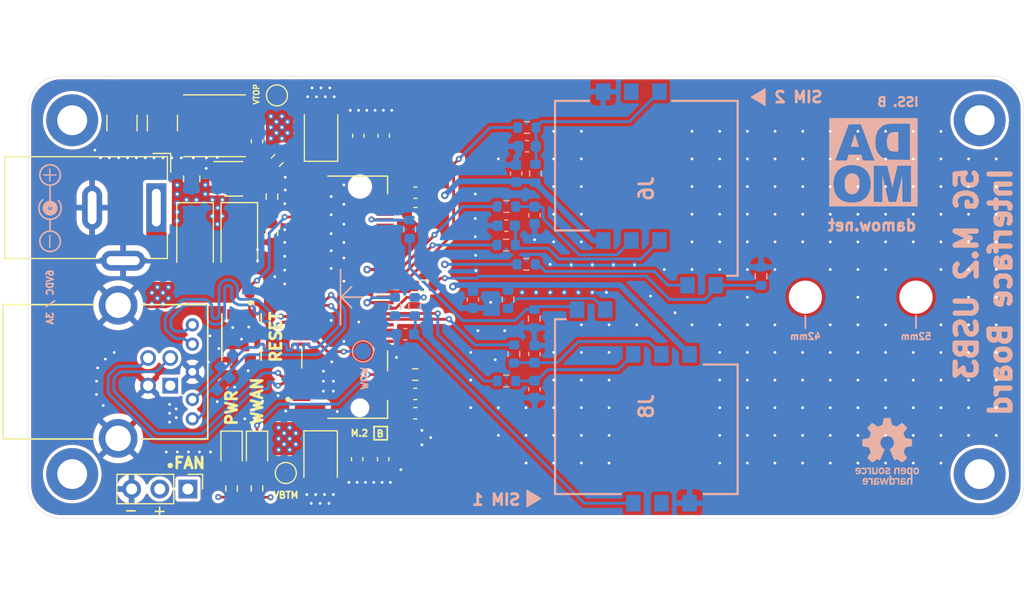
<source format=kicad_pcb>
(kicad_pcb (version 20211014) (generator pcbnew)
  (title_block (rev "1"))
  (layers (0 "F.Cu" signal "Front") (1 "In1.Cu" power "In1.CuPwr") (2 "In2.Cu" power "In2.CuGnd") (31 "B.Cu" signal "Back") (34 "B.Paste" user) (35 "F.Paste" user) (36 "B.SilkS" user "B.Silkscreen") (37 "F.SilkS" user "F.Silkscreen") (38 "B.Mask" user) (39 "F.Mask" user) (44 "Edge.Cuts" user))
  (net 0 "")
  (net 1 "GND")
  (net 2 "VBUS")
  (net 3 "/FULL_CARD_POWER_OFF")
  (net 4 "/USB_DP")
  (net 6 "/WWAN_LED")
  (net 13 "/USIM1_RST")
  (net 14 "/USIM1_CLK")
  (net 15 "/USIM1_DATA")
  (net 16 "/USIM1_VDD")
  (net 20 "Net-(C23-Pad1)")
  (net 32 "VJACK")
  (net 34 "/USB_DN")
  (net 35 "/WAKE_ON_WAN")
  (net 36 "/USB_SS_TX_N")
  (net 37 "/USB_SS_TX_P")
  (net 38 "/USB_SS_RX_N")
  (net 39 "/USB_SS_RX_P")
  (net 40 "/RESET_N")
  (net 41 "VSYS")
  (net 42 "+3V8")
  (net 43 "Net-(R2-Pad2)")
  (net 44 "Net-(D3-Pad2)")
  (net 45 "Net-(D4-Pad2)")
  (net 48 "Net-(C17-Pad1)")
  (net 49 "Net-(C18-Pad1)")
  (net 50 "Net-(C19-Pad1)")
  (net 54 "Net-(J2-Pad40)")
  (net 60 "Net-(C2-Pad1)")
  (net 61 "/SW")
  (net 62 "Net-(R3-Pad1)")
  (net 63 "Net-(J2-Pad66)")
  (net 64 "/USIM2_VDD")
  (net 65 "/USIM2_RST")
  (net 66 "/USIM2_DATA")
  (net 67 "/USIM2_CLK")
  (net 68 "/RFFE_VIO_1V8")
  (net 69 "Net-(J6-PadSW1)")
  (net 72 "Net-(C21-Pad1)")
  (net 73 "Net-(C22-Pad1)")
  (net 75 "/USIM2_DET")
  (net 76 "Net-(J8-PadSW1)")
  (net 77 "/USIM1_DET")
  (footprint "footprint:TE_2199119-3" (layer "F.Cu") (at 99.0125 65.8325 90)
    (fp_text reference "J2" hide)
    (fp_text value "2199119-3" hide)
  )
  (footprint "MountingHole:MountingHole_2.7mm_M2.5_DIN965_Pad" (layer "F.Cu") (at 73.0125 49.8325)
    (fp_text reference "REF**" hide)
    (fp_text value "MountingHole_2.7mm_M2.5_DIN965_Pad" hide)
  )
  (footprint "MountingHole:MountingHole_2.7mm_M2.5_DIN965_Pad" (layer "F.Cu") (at 73.0125 81.8325)
    (fp_text reference "REF**" hide)
    (fp_text value "MountingHole_2.7mm_M2.5_DIN965_Pad" hide)
  )
  (footprint "Connector_BarrelJack:BarrelJack_Wuerth_6941xx301002" (layer "F.Cu") (at 80.6125 57.7325 -90)
    (fp_text reference "J3" hide)
    (fp_text value "Jack-DC" hide)
  )
  (footprint "Diode_SMD:D_SMA" (layer "F.Cu") (at 88.1125 60.6825 -90)
    (fp_text reference "D1" hide)
    (fp_text value "MBRA340" hide)
  )
  (footprint "footprint:Wurth-692221030100-0-0-MFG" (layer "F.Cu") (at 76.0125 72.5825 -90)
    (fp_text reference "J1" hide)
    (fp_text value "KUSBX-BS1N9-1-BL30" hide)
  )
  (footprint "Diode_SMD:D_SMA" (layer "F.Cu") (at 84.1125 60.6825 -90)
    (fp_text reference "D2" hide)
    (fp_text value "MBRA340" hide)
  )
  (footprint "Capacitor_SMD:C_0603_1608Metric" (layer "F.Cu") (at 104.0375 58.2325)
    (fp_text reference "C7" hide)
    (fp_text value "33pF" hide)
  )
  (footprint "Capacitor_SMD:C_0603_1608Metric" (layer "F.Cu") (at 104.0275 56.3825)
    (fp_text reference "C8" hide)
    (fp_text value "10pF" hide)
  )
  (footprint "Capacitor_SMD:C_0805_2012Metric" (layer "F.Cu") (at 83.8125 55.1325 90)
    (fp_text reference "C1" hide)
    (fp_text value "10uF" hide)
  )
  (footprint "Capacitor_Tantalum_SMD:CP_EIA-3528-21_Kemet-B" (layer "F.Cu") (at 95.4625 80.3825 -90)
    (fp_text reference "C9" hide)
    (fp_text value "100uF" hide)
  )
  (footprint "Capacitor_SMD:C_0603_1608Metric" (layer "F.Cu") (at 98.7625 80.4825 -90)
    (fp_text reference "C10" hide)
    (fp_text value "1uF" hide)
  )
  (footprint "Capacitor_SMD:C_0603_1608Metric" (layer "F.Cu") (at 104.0125 76.3325)
    (fp_text reference "C12" hide)
    (fp_text value "33pF" hide)
  )
  (footprint "Capacitor_SMD:C_0603_1608Metric" (layer "F.Cu") (at 104.0125 74.5825)
    (fp_text reference "C13" hide)
    (fp_text value "10pF" hide)
  )
  (footprint "LED_SMD:LED_0805_2012Metric" (layer "F.Cu") (at 89.7125 79.6325 -90)
    (fp_text reference "D3" hide)
    (fp_text value "LED" hide)
  )
  (footprint "Resistor_SMD:R_0603_1608Metric" (layer "F.Cu") (at 89.7125 83.1325 -90)
    (fp_text reference "R1" hide)
    (fp_text value "330R" hide)
  )
  (footprint "TestPoint:TestPoint_Pad_D1.5mm" (layer "F.Cu") (at 92.3125 81.7325)
    (fp_text reference "TP2" hide)
    (fp_text value "VBTM")
  )
  (footprint "LED_SMD:LED_0805_2012Metric" (layer "F.Cu") (at 87.4125 79.6325 -90)
    (fp_text reference "D4" hide)
    (fp_text value "LED" hide)
  )
  (footprint "Resistor_SMD:R_0603_1608Metric" (layer "F.Cu") (at 87.4125 83.1325 -90)
    (fp_text reference "R4" hide)
    (fp_text value "330R" hide)
  )
  (footprint "footprint:CK-KMR221GLFS-MFG" (layer "F.Cu") (at 88.3125 69.4325 -90)
    (fp_text reference "SW1")
    (fp_text value "KMR221GLFS" hide)
  )
  (footprint "Connector_PinHeader_2.54mm:PinHeader_1x03_P2.54mm_Vertical" (layer "F.Cu") (at 83.4625 83.1825 -90)
    (fp_text reference "J5" hide)
    (fp_text value "Conn_01x03_Male" hide)
  )
  (footprint "Resistor_SMD:R_0603_1608Metric" (layer "F.Cu") (at 104.0125 72.8325)
    (fp_text reference "R9" hide)
    (fp_text value "330R" hide)
  )
  (footprint "footprint:9774015243RStandoff" (layer "F.Cu") (at 149.2625 65.8325)
    (fp_text reference "H1" hide)
    (fp_text value "M2 Threaded Insert" hide)
  )
  (footprint "footprint:9774015243RStandoff" (layer "F.Cu") (at 139.2625 65.8325)
    (fp_text reference "H2" hide)
    (fp_text value "M2 Threaded Insert" hide)
  )
  (footprint "Capacitor_SMD:C_0603_1608Metric" (layer "F.Cu") (at 89.8125 65.405 180)
    (fp_text reference "C14" hide)
    (fp_text value "33pF" hide)
  )
  (footprint "Capacitor_SMD:C_0603_1608Metric" (layer "F.Cu") (at 89.7125 51.7325 90)
    (fp_text reference "C2" hide)
    (fp_text value "100nF" hide)
  )
  (footprint "Resistor_SMD:R_0603_1608Metric" (layer "F.Cu") (at 91.5375 53.4575 -135)
    (fp_text reference "R2" hide)
    (fp_text value "0R" hide)
  )
  (footprint "Resistor_SMD:R_0603_1608Metric" (layer "F.Cu") (at 91.0625 60.0325 -90)
    (fp_text reference "R3" hide)
    (fp_text value "10k" hide)
  )
  (footprint "TestPoint:TestPoint_Pad_D1.5mm" (layer "F.Cu") (at 91.5125 47.5825)
    (fp_text reference "TP1" hide)
    (fp_text value "VTOP")
  )
  (footprint "Package_TO_SOT_SMD:TSOT-23-6" (layer "F.Cu") (at 87.6125 55.1325)
    (fp_text reference "U1" hide)
    (fp_text value "AP62301WU7" hide)
  )
  (footprint "Inductor_SMD:L_Coilcraft_XAL5030" (layer "F.Cu") (at 85.8625 50.3325 180)
    (fp_text reference "L1" hide)
    (fp_text value "2.2uH" hide)
  )
  (footprint "Capacitor_Tantalum_SMD:CP_EIA-3528-21_Kemet-B" (layer "F.Cu") (at 95.5025 51.0825 90)
    (fp_text reference "C4" hide)
    (fp_text value "100uF" hide)
  )
  (footprint "Capacitor_SMD:C_0603_1608Metric" (layer "F.Cu") (at 98.8625 51.2325 90)
    (fp_text reference "C5" hide)
    (fp_text value "1uF" hide)
  )
  (footprint "Capacitor_SMD:C_0603_1608Metric" (layer "F.Cu") (at 101.1625 51.2325 90)
    (fp_text reference "C6" hide)
    (fp_text value "100nF" hide)
  )
  (footprint "Resistor_SMD:R_0603_1608Metric" (layer "F.Cu") (at 91.0625 56.7325 -90)
    (fp_text reference "R5" hide)
    (fp_text value "36k5" hide)
  )
  (footprint "Capacitor_SMD:C_1210_3225Metric" (layer "F.Cu") (at 77.5125 50.0825 -90)
    (fp_text reference "C3" hide)
    (fp_text value "22uF" hide)
  )
  (footprint "Capacitor_SMD:C_1210_3225Metric" (layer "F.Cu") (at 81.1625 50.0825 -90)
    (fp_text reference "C15" hide)
    (fp_text value "22uF" hide)
  )
  (footprint "Capacitor_SMD:C_0603_1608Metric" (layer "F.Cu") (at 101.1125 80.4825 -90)
    (fp_text reference "C11" hide)
    (fp_text value "100nF" hide)
  )
  (footprint "MountingHole:MountingHole_2.7mm_M2.5_DIN965_Pad" (layer "F.Cu") (at 155.0125 81.8325)
    (fp_text reference "REF**" hide)
    (fp_text value "MountingHole_2.7mm_M2.5_DIN965_Pad" hide)
  )
  (footprint "Resistor_SMD:R_0603_1608Metric" (layer "F.Cu") (at 104.778751 64.811217)
    (fp_text reference "R19" hide)
    (fp_text value "0R" hide)
  )
  (footprint "MountingHole:MountingHole_2.7mm_M2.5_DIN965_Pad" (layer "F.Cu") (at 155.0125 49.8325)
    (fp_text reference "REF**" hide)
    (fp_text value "MountingHole_2.7mm_M2.5_DIN965_Pad" hide)
  )
  (footprint "Symbol:Symbol_Barrel_Polarity" (layer "B.Cu") (at 71.0875 57.7825 90)
    (fp_text reference "REF**" hide)
    (fp_text value "Symbol_Barrel_Polarity" hide)
  )
  (footprint "LogosAndSilkscreens:damo-8mm" (layer "B.Cu") (at 145.4125 53.6325 180)
    (fp_text reference "G***" hide)
    (fp_text value "LOGO" hide)
  )
  (footprint "Symbol:OSHW-Logo_5.7x6mm_SilkScreen" (layer "B.Cu") (at 146.6625 79.7825 180)
    (fp_text reference "REF**" hide)
    (fp_text value "OSHW-Logo_5.7x6mm_SilkScreen" hide)
  )
  (footprint "TestPoint:TestPoint_Pad_D1.5mm" (layer "B.Cu") (at 99.2875 70.7325)
    (fp_text reference "TP4" hide)
    (fp_text value "WOW")
  )
  (footprint "Capacitor_SMD:C_0603_1608Metric" (layer "B.Cu") (at 109.22 66.04 -90)
    (fp_text reference "C20" hide)
    (fp_text value "100nF" hide)
  )
  (footprint "Capacitor_SMD:C_0603_1608Metric" (layer "B.Cu") (at 114.785276 70.98 90)
    (fp_text reference "C21" hide)
    (fp_text value "33pF" hide)
  )
  (footprint "Capacitor_SMD:C_0603_1608Metric" (layer "B.Cu") (at 114.785276 74.155 -90)
    (fp_text reference "C22" hide)
    (fp_text value "33pF" hide)
  )
  (footprint "Capacitor_SMD:C_0603_1608Metric" (layer "B.Cu") (at 103.1125 69.1825 180)
    (fp_text reference "C23" hide)
    (fp_text value "33pF" hide)
  )
  (footprint "Resistor_SMD:R_0603_1608Metric" (layer "B.Cu") (at 112.926973 70.970146 90)
    (fp_text reference "R10" hide)
    (fp_text value "22R" hide)
  )
  (footprint "Resistor_SMD:R_0603_1608Metric" (layer "B.Cu") (at 112.244351 73.411673 180)
    (fp_text reference "R11" hide)
    (fp_text value "22R" hide)
  )
  (footprint "Resistor_SMD:R_0603_1608Metric" (layer "B.Cu") (at 103.9625 66.6825 90)
    (fp_text reference "R12" hide)
    (fp_text value "22R" hide)
  )
  (footprint "Capacitor_SMD:C_0603_1608Metric" (layer "B.Cu") (at 113.129956 54.646836 90)
    (fp_text reference "C16" hide)
    (fp_text value "100nF" hide)
  )
  (footprint "Capacitor_SMD:C_0603_1608Metric" (layer "B.Cu") (at 114.791792 58.42 -90)
    (fp_text reference "C17" hide)
    (fp_text value "33pF" hide)
  )
  (footprint "Capacitor_SMD:C_0603_1608Metric" (layer "B.Cu") (at 112.23485 59.366884 180)
    (fp_text reference "C18" hide)
    (fp_text value "33pF" hide)
  )
  (footprint "Capacitor_SMD:C_0603_1608Metric" (layer "B.Cu") (at 114.118452 52.1825 180)
    (fp_text reference "C19" hide)
    (fp_text value "33pF" hide)
  )
  (footprint "Resistor_SMD:R_0603_1608Metric" (layer "B.Cu") (at 112.248412 57.636045 180)
    (fp_text reference "R6" hide)
    (fp_text value "22R" hide)
  )
  (footprint "Resistor_SMD:R_0603_1608Metric" (layer "B.Cu") (at 112.23485 61.117344 180)
    (fp_text reference "R7" hide)
    (fp_text value "22R" hide)
  )
  (footprint "Resistor_SMD:R_0603_1608Metric" (layer "B.Cu") (at 114.0975 50.489167 180)
    (fp_text reference "R8" hide)
    (fp_text value "22R" hide)
  )
  (footprint "Resistor_SMD:R_0603_1608Metric" (layer "B.Cu") (at 102.1625 66.6825 -90)
    (fp_text reference "R13" hide)
    (fp_text value "10k")
  )
  (footprint "Resistor_SMD:R_0603_1608Metric" (layer "B.Cu") (at 114.86629 54.646836 90)
    (fp_text reference "R14" hide)
    (fp_text value "10k")
  )
  (footprint "SamacSys_Parts:SIM2070613000A_card" (layer "B.Cu") (at 124.8925 75.7125 -90)
    (fp_text reference "J8")
    (fp_text value "SIM2070-6-1-30-00-A" hide)
  )
  (footprint "Resistor_SMD:R_0603_1608Metric" (layer "B.Cu") (at 114.764543 67.772673 -90)
    (fp_text reference "R16" hide)
    (fp_text value "10k" hide)
  )
  (footprint "Capacitor_SMD:C_0603_1608Metric" (layer "B.Cu") (at 86.657404 73.645439 45)
    (fp_text reference "C24" hide)
    (fp_text value "33pF" hide)
  )
  (footprint "Resistor_SMD:R_0603_1608Metric" (layer "B.Cu") (at 112.395 66.04 90)
    (fp_text reference "R15" hide)
    (fp_text value "330R" hide)
  )
  (footprint "Resistor_SMD:R_0603_1608Metric" (layer "B.Cu") (at 114.041792 62.865 180)
    (fp_text reference "R17" hide)
    (fp_text value "330R" hide)
  )
  (footprint "Resistor_SMD:R_0603_1608Metric" (layer "B.Cu") (at 103.505 59.69 -90)
    (fp_text reference "R20" hide)
    (fp_text value "0R" hide)
  )
  (footprint "Resistor_SMD:R_0603_1608Metric" (layer "B.Cu") (at 135.255 63.945 90)
    (fp_text reference "R18" hide)
    (fp_text value "10k" hide)
  )
  (footprint "Capacitor_SMD:C_0603_1608Metric" (layer "B.Cu") (at 86.986061 71.597233 45)
    (fp_text reference "C25" hide)
    (fp_text value "33pF" hide)
  )
  (footprint "SamacSys_Parts:SIM2070613000A_card" (layer "B.Cu") (at 124.8925 56.006566 90)
    (fp_text reference "J6")
    (fp_text value "SIM2070-6-1-30-00-A" hide)
  )
  (gr_line (start 70.9875 61.3325) (end 70.9875 60.2325) (layer "B.SilkS") (width 0.12))
  (gr_line (start 70.9875 55.3325) (end 70.9875 54.2325) (layer "B.SilkS") (width 0.12))
  (gr_line (start 70.4375 54.7825) (end 71.5375 54.7825) (layer "B.SilkS") (width 0.12))
  (gr_poly (pts (xy 135.6225 48.4875) (xy 134.3725 47.7375) (xy 135.6225 46.9875)) (layer "B.SilkS") (width 0.1) (fill solid))
  (gr_line (start 149.2625 67.4825) (end 149.2625 68.6325) (layer "B.SilkS") (width 0.1524))
  (gr_line (start 97.3125 65.8325) (end 99.2625 65.8325) (layer "B.SilkS") (width 0.1524))
  (gr_poly (pts (xy 114.0975 83.2975) (xy 115.3475 84.0475) (xy 114.0975 84.7975)) (layer "B.SilkS") (width 0.1) (fill solid))
  (gr_line (start 97.3125 65.8325) (end 98.2625 64.8825) (layer "B.SilkS") (width 0.1524))
  (gr_line (start 139.2625 67.4825) (end 139.2625 68.6325) (layer "B.SilkS") (width 0.1524))
  (gr_line (start 97.2625 63.3325) (end 97.2625 68.3325) (layer "B.SilkS") (width 0.1524))
  (gr_line (start 97.3125 65.8325) (end 98.2625 66.7825) (layer "B.SilkS") (width 0.1524))
  (gr_line (start 101.4875 78.7325) (end 101.4875 77.5325) (layer "F.SilkS") (width 0.1524))
  (gr_line (start 101.4875 77.5325) (end 100.2875 77.5325) (layer "F.SilkS") (width 0.1524))
  (gr_line (start 100.2875 77.5325) (end 100.2875 78.7325) (layer "F.SilkS") (width 0.1524))
  (gr_line (start 100.2875 78.7325) (end 101.4875 78.7325) (layer "F.SilkS") (width 0.1524))
  (gr_line (start 69.0125 82.8325) (end 69.0125 48.8325) (layer "Edge.Cuts") (width 0.0381))
  (gr_arc (start 72.0125 85.8325) (mid 69.89118 84.95382) (end 69.0125 82.8325) (layer "Edge.Cuts") (width 0.0381))
  (gr_arc (start 159.0125 82.8325) (mid 158.13382 84.95382) (end 156.0125 85.8325) (layer "Edge.Cuts") (width 0.0381))
  (gr_line (start 72.0125 45.8325) (end 156.0125 45.8325) (layer "Edge.Cuts") (width 0.0381))
  (gr_arc (start 69.0125 48.8325) (mid 69.89118 46.71118) (end 72.0125 45.8325) (layer "Edge.Cuts") (width 0.0381))
  (gr_line (start 159.0125 48.8325) (end 159.0125 82.8325) (layer "Edge.Cuts") (width 0.0381))
  (gr_arc (start 156.0125 45.8325) (mid 158.13382 46.71118) (end 159.0125 48.8325) (layer "Edge.Cuts") (width 0.0381))
  (gr_line (start 156.0125 85.8325) (end 72.0125 85.8325) (layer "Edge.Cuts") (width 0.0381))
  (gr_text "6VDC / 3A" (at 71.0125 65.8325 90) (layer "B.SilkS") (effects (font (size 0.6 0.6)) (justify mirror)))
  (gr_text "damow.net" (at 149.4125 59.3325) (layer "B.SilkS") (effects (font (size 1 1) (thickness 0.25)) (justify left mirror)))
  (gr_text "42mm" (at 139.2625 69.3825) (layer "B.SilkS") (effects (font (size 0.6 0.6)) (justify mirror)))
  (gr_text "52mm" (at 149.2625 69.3825) (layer "B.SilkS") (effects (font (size 0.6 0.6)) (justify mirror)))
  (gr_text "ISS. B" (at 149.6125 48.1825) (layer "B.SilkS") (effects (font (size 0.8 0.8) (thickness 0.2)) (justify left mirror)))
  (gr_text "SIM 1" (at 109.0175 84.1475) (layer "B.SilkS") (effects (font (size 1 1) (thickness 0.25)) (justify right mirror)))
  (gr_text "SIM 2" (at 136.3225 47.7375) (layer "B.SilkS") (effects (font (size 1 1) (thickness 0.25)) (justify right mirror)))
  (gr_text "5G M.2 USB3\nInterface Board" (at 155.3725 53.9325 90) (layer "B.SilkS") (effects (font (size 1.9 1.9) (thickness 0.475)) (justify left mirror)))
  (gr_text "PWR" (at 87.4125 75.8325 90) (layer "F.SilkS") (effects (font (size 1 1) (thickness 0.25))))
  (gr_text "RESET" (at 91.4125 69.4325 90) (layer "F.SilkS") (effects (font (size 1 1) (thickness 0.25))))
  (gr_text "B" (at 101.2375 78.1825) (layer "F.SilkS") (effects (font (size 0.6 0.6)) (justify right)))
  (gr_text "FAN" (at 83.6125 80.8325) (layer "F.SilkS") (effects (font (size 1 1) (thickness 0.25))))
  (gr_text "+" (at 80.9125 85.1325) (layer "F.SilkS") (effects (font (size 1 1))))
  (gr_text "-" (at 78.3125 85.0825) (layer "F.SilkS") (effects (font (size 1 1))))
  (gr_text "WWAN" (at 89.7125 75.2325 90) (layer "F.SilkS") (effects (font (size 1 1) (thickness 0.25))))
  (gr_text "M.2" (at 99.8375 78.1325) (layer "F.SilkS") (effects (font (size 0.6 0.6)) (justify right)))
  (segment (start 85.1325 53.2325) (end 83.9625 53.2325) (width 0.508) (layer "F.Cu") (net 1))
  (segment (start 83.9625 53.2325) (end 82.8625 53.2325) (width 0.508) (layer "F.Cu") (net 1))
  (segment (start 93.7375 74.0825) (end 95.1125 74.0825) (width 0.254) (layer "F.Cu") (net 1))
  (segment (start 93.7375 65.5825) (end 94.9875 65.5825) (width 0.254) (layer "F.Cu") (net 1))
  (segment (start 94.9875 65.5825) (end 95.2625 65.3075) (width 0.254) (layer "F.Cu") (net 1))
  (segment (start 93.7375 61.0825) (end 95.2625 61.0825) (width 0.254) (layer "F.Cu") (net 1))
  (segment (start 92.6125 74.0825) (end 92.3125 74.3825) (width 0.254) (layer "F.Cu") (net 1))
  (segment (start 93.7375 57.0825) (end 95.2625 57.0825) (width 0.254) (layer "F.Cu") (net 1))
  (segment (start 93.7375 62.5825) (end 95.2625 62.5825) (width 0.254) (layer "F.Cu") (net 1))
  (segment (start 92.3125 74.5825) (end 93.7375 74.5825) (width 0.254) (layer "F.Cu") (net 1))
  (segment (start 86.4125 53.2325) (end 85.2425 53.2325) (width 0.508) (layer "F.Cu") (net 1))
  (segment (start 85.1225 53.3625) (end 85.1225 54.1825) (width 0.508) (layer "F.Cu") (net 1))
  (segment (start 95.5125 72.5825) (end 93.7375 72.5825) (width 0.254) (layer "F.Cu") (net 1))
  (segment (start 93.7375 64.0825) (end 95.2625 64.0825) (width 0.254) (layer "F.Cu") (net 1))
  (segment (start 93.7375 65.5825) (end 92.2625 65.5825) (width 0.254) (layer "F.Cu") (net 1))
  (segment (start 93.7375 67.0825) (end 95.1125 67.0825) (width 0.254) (layer "F.Cu") (net 1))
  (segment (start 93.7375 57.5825) (end 95.2625 57.5825) (width 0.254) (layer "F.Cu") (net 1))
  (segment (start 85.2425 53.2325) (end 85.1325 53.2325) (width 0.508) (layer "F.Cu") (net 1))
  (segment (start 95.1125 67.0825) (end 95.4125 67.4325) (width 0.254) (layer "F.Cu") (net 1))
  (segment (start 93.7375 68.5825) (end 95.2625 68.5825) (width 0.254) (layer "F.Cu") (net 1))
  (via (at 97.5625 57.4325) (size 0.55) (drill 0.25) (layers "F.Cu" "B.Cu") (net 1))
  (via (at 89.7625 62.5325) (size 0.55) (drill 0.25) (layers "F.Cu" "B.Cu") (net 1))
  (via (at 94.6125 84.4825) (size 0.55) (drill 0.25) (layers "F.Cu" "B.Cu") (net 1))
  (via (at 94.2125 83.6825) (size 0.55) (drill 0.25) (layers "F.Cu" "B.Cu") (net 1))
  (via (at 96.6125 83.6825) (size 0.55) (drill 0.25) (layers "F.Cu" "B.Cu") (net 1))
  (via (at 95.4125 84.4825) (size 0.55) (drill 0.25) (layers "F.Cu" "B.Cu") (net 1))
  (via (at 95.0125 83.6825) (size 0.55) (drill 0.25) (layers "F.Cu" "B.Cu") (net 1))
  (via (at 95.8125 83.6825) (size 0.55) (drill 0.25) (layers "F.Cu" "B.Cu") (net 1))
  (via (at 96.2125 84.4825) (size 0.55) (drill 0.25) (layers "F.Cu" "B.Cu") (net 1))
  (via (at 98.1375 48.9325) (size 0.55) (drill 0.25) (layers "F.Cu" "B.Cu") (net 1))
  (via (at 98.8875 48.9325) (size 0.55) (drill 0.25) (layers "F.Cu" "B.Cu") (net 1))
  (via (at 99.6375 48.9325) (size 0.55) (drill 0.25) (layers "F.Cu" "B.Cu") (net 1))
  (via (at 100.3875 48.9325) (size 0.55) (drill 0.25) (layers "F.Cu" "B.Cu") (net 1))
  (via (at 101.1375 48.9325) (size 0.55) (drill 0.25) (layers "F.Cu" "B.Cu") (net 1))
  (via (at 101.8875 48.9325) (size 0.55) (drill 0.25) (layers "F.Cu" "B.Cu") (net 1))
  (via (at 92.2125 64.6325) (size 0.55) (drill 0.25) (layers "F.Cu" "B.Cu") (net 1))
  (via (at 95.7125 73.4325) (size 0.55) (drill 0.25) (layers "F.Cu" "B.Cu") (net 1))
  (via (at 95.7125 74.3325) (size 0.55) (drill 0.25) (layers "F.Cu" "B.Cu") (net 1))
  (via (at 76.3625 53.2325) (size 0.55) (drill 0.25) (layers "F.Cu" "B.Cu") (net 1))
  (via (at 75.5625 53.2325) (size 0.55) (drill 0.25) (layers "F.Cu" "B.Cu") (net 1))
  (via (at 75.0625 52.5325) (size 0.55) (drill 0.25) (layers "F.Cu" "B.Cu") (net 1))
  (via (at 96.6125 74.3325) (size 0.55) (drill 0.25) (layers "F.Cu" "B.Cu") (net 1))
  (via (at 96.6125 73.4325) (size 0.55) (drill 0.25) (layers "F.Cu" "B.Cu") (net 1))
  (via (at 113.665 65.405) (size 0.55) (drill 0.25) (layers "F.Cu" "B.Cu") (net 1))
  (via (at 120.015 65.405) (size 0.55) (drill 0.25) (layers "F.Cu" "B.Cu") (net 1))
  (via (at 97.5625 55.6825) (size 0.55) (drill 0.25) (layers "F.Cu" "B.Cu") (net 1))
  (via (at 134.024154 60.831396) (size 0.55) (drill 0.25) (layers "F.Cu" "B.Cu") (net 1))
  (via (at 119.024154 53.331396) (size 0.55) (drill 0.25) (layers "F.Cu" "B.Cu") (net 1))
  (via (at 154.0125 65.8325) (size 0.55) (drill 0.25) (layers "F.Cu" "B.Cu") (net 1))
  (via (at 100.2625 82.5825) (size 0.55) (drill 0.25) (layers "F.Cu" "B.Cu") (net 1))
  (via (at 96.2875 46.9075) (size 0.55) (drill 0.25) (layers "F.Cu" "B.Cu") (net 1))
  (via (at 154.0125 73.3325) (size 0.55) (drill 0.25) (layers "F.Cu" "B.Cu") (net 1))
  (via (at 119.024154 78.331396) (size 0.55) (drill 0.25) (layers "F.Cu" "B.Cu") (net 1))
  (via (at 129.024154 68.331396) (size 0.55) (drill 0.25) (layers "F.Cu" "B.Cu") (net 1))
  (via (at 121.524154 80.831396) (size 0.55) (drill 0.25) (layers "F.Cu" "B.Cu") (net 1))
  (via (at 79.6125 53.2325) (size 0.55) (drill 0.25) (layers "F.Cu" "B.Cu") (net 1))
  (via (at 119.024154 70.831396) (size 0.55) (drill 0.25) (layers "F.Cu" "B.Cu") (net 1))
  (via (at 144.0125 75.8325) (size 0.55) (drill 0.25) (layers "F.Cu" "B.Cu") (net 1))
  (via (at 112.090156 68.865199) (size 0.55) (drill 0.25) (layers "F.Cu" "B.Cu") (net 1))
  (via (at 144.0125 65.8325) (size 0.55) (drill 0.25) (layers "F.Cu" "B.Cu") (net 1))
  (via (at 102.7125 81.4325) (size 0.55) (drill 0.25) (layers "F.Cu" "B.Cu") (net 1))
  (via (at 144.0125 53.3325) (size 0.55) (drill 0.25) (layers "F.Cu" "B.Cu") (net 1))
  (via (at 134.024154 65.831396) (size 0.55) (drill 0.25) (layers "F.Cu" "B.Cu") (net 1))
  (via (at 83.9625 53.2325) (size 0.55) (drill 0.25) (layers "F.Cu" "B.Cu") (net 1))
  (via (at 99.5125 82.5825) (size 0.55) (drill 0.25) (layers "F.Cu" "B.Cu") (net 1))
  (via (at 139.024154 53.331396) (size 0.55) (drill 0.25) (layers "F.Cu" "B.Cu") (net 1))
  (via (at 95.7125 72.5325) (size 0.55) (drill 0.25) (layers "F.Cu" "B.Cu") (net 1))
  (via (at 129.024154 53.331396) (size 0.55) (drill 0.25) (layers "F.Cu" "B.Cu") (net 1))
  (via (at 141.5125 58.3325) (size 0.55) (drill 0.25) (layers "F.Cu" "B.Cu") (net 1))
  (via (at 75.2125 74.6325) (size 0.55) (drill 0.25) (layers "F.Cu" "B.Cu") (net 1))
  (via (at 146.5125 73.3325) (size 0.55) (drill 0.25) (layers "F.Cu" "B.Cu") (net 1))
  (via (at 134.024154 75.831396) (size 0.55) (drill 0.25) (layers "F.Cu" "B.Cu") (net 1))
  (via (at 95.8875 47.7075) (size 0.55) (drill 0.25) (layers "F.Cu" "B.Cu") (net 1))
  (via (at 96.4125 56.7325) (size 0.55) (drill 0.25) (layers "F.Cu" "B.Cu") (net 1))
  (via (at 119.024154 73.331396) (size 0.55) (drill 0.25) (layers "F.Cu" "B.Cu") (net 1))
  (via (at 144.0125 63.3325) (size 0.55) (drill 0.25) (layers "F.Cu" "B.Cu") (net 1))
  (via (at 82.8625 53.2325) (size 0.55) (drill 0.25) (layers "F.Cu" "B.Cu") (net 1))
  (via (at 84.5125 79.8325) (size 0.55) (drill 0.25) (layers "F.Cu" "B.Cu") (net 1))
  (via (at 136.5125 75.8325) (size 0.55) (drill 0.25) (layers "F.Cu" "B.Cu") (net 1))
  (via (at 118.745 65.405) (size 0.55) (drill 0.25) (layers "F.Cu" "B.Cu") (net 1))
  (via (at 139.0125 75.8325) (size 0.55) (drill 0.25) (layers "F.Cu" "B.Cu") (net 1))
  (via (at 88.3125 69.6325) (size 0.55) (drill 0.25) (layers "F.Cu" "B.Cu") (net 1))
  (via (at 89.4125 76.0325) (size 0.55) (drill 0.25) (layers "F.Cu" "B.Cu") (net 1))
  (via (at 134.024154 70.831396) (size 0.55) (drill 0.25) (layers "F.Cu" "B.Cu") (net 1))
  (via (at 92.2125 63.3825) (size 0.55) (drill 0.25) (layers "F.Cu" "B.Cu") (net 1))
  (via (at 144.0125 58.3325) (size 0.55) (drill 0.25) (layers "F.Cu" "B.Cu") (net 1))
  (via (at 116.524154 70.831396) (size 0.55) (drill 0.25) (layers "F.Cu" "B.Cu") (net 1))
  (via (at 116.524154 73.331396) (size 0.55) (drill 0.25) (layers "F.Cu" "B.Cu") (net 1))
  (via (at 134.024154 68.331396) (size 0.55) (drill 0.25) (layers "F.Cu" "B.Cu") (net 1))
  (via (at 119.024154 68.331396) (size 0.55) (drill 0.25) (layers "F.Cu" "B.Cu") (net 1))
  (via (at 105.4125 78.5325) (size 0.55) (drill 0.25) (layers "F.Cu" "B.Cu") (net 1))
  (via (at 141.5125 55.8325) (size 0.55) (drill 0.25) (layers "F.Cu" "B.Cu") (net 1))
  (via (at 92.2125 60.8825) (size 0.55) (drill 0.25) (layers "F.Cu" "B.Cu") (net 1))
  (via (at 131.524154 63.331396) (size 0.55) (drill 0.25) (layers "F.Cu" "B.Cu") (net 1))
  (via (at 149.0125 50.8325) (size 0.55) (drill 0.25) (layers "F.Cu" "B.Cu") (net 1))
  (via (at 131.524154 55.831396) (size 0.55) (drill 0.25) (layers "F.Cu" "B.Cu") (net 1))
  (via (at 78.8125 53.2325) (size 0.55) (drill 0.25) (layers "F.Cu" "B.Cu") (net 1))
  (via (at 139.024154 60.831396) (size 0.55) (drill 0.25) (layers "F.Cu" "B.Cu") (net 1))
  (via (at 97.5625 59.2325) (size 0.55) (drill 0.25) (layers "F.Cu" "B.Cu") (net 1))
  (via (at 136.5125 73.3325) (size 0.55) (drill 0.25) (layers "F.Cu" "B.Cu") (net 1))
  (via (at 151.5125 58.3325) (size 0.55) (drill 0.25) (layers "F.Cu" "B.Cu") (net 1))
  (via (at 141.5125 73.3325) (size 0.55) (drill 0.25) (layers "F.Cu" "B.Cu") (net 1))
  (via (at 82.0125 53.2325) (size 0.55) (drill 0.25) (layers "F.Cu" "B.Cu") (net 1))
  (via (at 81.2125 53.2325) (size 0.55) (drill 0.25) (layers "F.Cu" "B.Cu") (net 1))
  (via (at 81.8125 77.1325) (size 0.55) (drill 0.25) (layers "F.Cu" "B.Cu") (net 1))
  (via (at 109.670981 68.865199) (size 0.55) (drill 0.25) (layers "F.Cu" "B.Cu") (net 1))
  (via (at 149.0125 55.8325) (size 0.55) (drill 0.25) (layers "F.Cu" "B.Cu") (net 1))
  (via (at 129.024154 63.331396) (size 0.55) (drill 0.25) (layers "F.Cu" "B.Cu") (net 1))
  (via (at 97.5625 62.2825) (size 0.55) (drill 0.25) (layers "F.Cu" "B.Cu") (net 1))
  (via (at 149.0125 58.3325) (size 0.55) (drill 0.25) (layers "F.Cu" "B.Cu") (net 1))
  (via (at 116.524154 58.331396) (size 0.55) (drill 0.25) (layers "F.Cu" "B.Cu") (net 1))
  (via (at 116.524154 75.831396) (size 0.55) (drill 0.25) (layers "F.Cu" "B.Cu") (net 1))
  (via (at 109.024154 73.331396) (size 0.55) (drill 0.25) (layers "F.Cu" "B.Cu") (net 1))
  (via (at 134.024154 53.331396) (size 0.55) (drill 0.25) (layers "F.Cu" "B.Cu") (net 1))
  (via (at 146.5125 70.8325) (size 0.55) (drill 0.25) (layers "F.Cu" "B.Cu") (net 1))
  (via (at 119.024154 58.331396) (size 0.55) (drill 0.25) (layers "F.Cu" "B.Cu") (net 1))
  (via (at 134.024154 73.331396) (size 0.55) (drill 0.25) (layers "F.Cu" "B.Cu") (net 1))
  (via (at 76.0125 71.4325) (size 0.55) (drill 0.25) (layers "F.Cu" "B.Cu") (net 1))
  (via (at 96.4125 58.3825) (size 0.55) (drill 0.25) (layers "F.Cu" "B.Cu") (net 1))
  (via (at 131.524154 70.831396) (size 0.55) (drill 0.25) (layers "F.Cu" "B.Cu") (net 1))
  (via (at 111.524154 75.831396) (size 0.55) (drill 0.25) (layers "F.Cu" "B.Cu") (net 1))
  (via (at 78.0125 53.2325) (size 0.55) (drill 0.25) (layers "F.Cu" "B.Cu") (net 1))
  (via (at 149.0125 80.8325) (size 0.55) (drill 0.25) (layers "F.Cu" "B.Cu") (net 1))
  (via (at 90.2125 75.2325) (size 0.55) (drill 0.25) (layers "F.Cu" "B.Cu") (net 1))
  (via (at 94.6875 46.9075) (size 0.55) (drill 0.25) (layers "F.Cu" "B.Cu") (net 1))
  (via (at 146.5125 53.3325) (size 0.55) (drill 0.25) (layers "F.Cu" "B.Cu") (net 1))
  (via (at 126.524154 63.331396) (size 0.55) (drill 0.25) (layers "F.Cu" "B.Cu") (net 1))
  (via (at 102.3125 71.2825) (size 0.55) (drill 0.25) (layers "F.Cu" "B.Cu") (net 1))
  (via (at 116.524154 60.831396) (size 0.55) (drill 0.25) (layers "F.Cu" "B.Cu") (net 1))
  (via (at 82.4125 76.7325) (size 0.55) (drill 0.25) (layers "F.Cu" "B.Cu") (net 1))
  (via (at 123.825 62.911412) (size 0.55) (drill 0.25) (layers "F.Cu" "B.Cu") (net 1))
  (via (at 141.5125 75.8325) (size 0.55) (drill 0.25) (layers "F.Cu" "B.Cu") (net 1))
  (via (at 121.524154 78.331396) (size 0.55) (drill 0.25) (layers "F.Cu" "B.Cu") (net 1))
  (via (at 154.0125 63.3325) (size 0.55) (drill 0.25) (layers "F.Cu" "B.Cu") (net 1))
  (via (at 141.5125 63.3325) (size 0.55) (drill 0.25) (layers "F.Cu" "B.Cu") (net 1))
  (via (at 134.024154 55.831396) (size 0.55) (drill 0.25) (layers "F.Cu" "B.Cu") (net 1))
  (via (at 119.024154 50.831396) (size 0.55) (drill 0.25) (layers "F.Cu" "B.Cu") (net 1))
  (via (at 131.524154 73.331396) (size 0.55) (drill 0.25) (layers "F.Cu" "B.Cu") (net 1))
  (via (at 96.9625 76.1825) (size 0.55) (drill 0.25) (layers "F.Cu" "B.Cu") (net 1))
  (via (at 156.5125 78.3325) (size 0.55) (drill 0.25) (layers "F.Cu" "B.Cu") (net 1))
  (via (at 151.5125 68.3325) (size 0.55) (drill 0.25) (layers "F.Cu" "B.Cu") (net 1))
  (via (at 131.524154 58.331396) (size 0.55) (drill 0.25) (layers "F.Cu" "B.Cu") (net 1))
  (via (at 97.5625 69.8325) (size 0.55) (drill 0.25) (layers "F.Cu" "B.Cu") (net 1))
  (via (at 136.524154 50.831396) (size 0.55) (drill 0.25) (layers "F.Cu" "B.Cu") (net 1))
  (via (at 146.5125 63.3325) (size 0.55) (drill 0.25) (layers "F.Cu" "B.Cu") (net 1))
  (via (at 144.0125 73.3325) (size 0.55) (drill 0.25) (layers "F.Cu" "B.Cu") (net 1))
  (via (at 139.024154 58.331396) (size 0.55) (drill 0.25) (layers "F.Cu" "B.Cu") (net 1))
  (via (at 83.5125 79.8325) (size 0.55) (drill 0.25) (layers "F.Cu" "B.Cu") (net 1))
  (via (at 149.0125 78.3325) (size 0.55) (drill 0.25) (layers "F.Cu" "B.Cu") (net 1))
  (via (at 156.5125 55.8325) (size 0.55) (drill 0.25) (layers "F.Cu" "B.Cu") (net 1))
  (via (at 81.8125 76.3325) (size 0.55) (drill 0.25) (layers "F.Cu" "B.Cu") (net 1))
  (via (at 144.0125 78.3325) (size 0.55) (drill 0.25) (layers "F.Cu" "B.Cu") (net 1))
  (via (at 156.5125 60.8325) (size 0.55) (drill 0.25) (layers "F.Cu" "B.Cu") (net 1))
  (via (at 80.4125 53.2325) (size 0.55) (drill 0.25) (layers "F.Cu" "B.Cu") (net 1))
  (via (at 136.5125 78.3325) (size 0.55) (drill 0.25) (layers "F.Cu" "B.Cu") (net 1))
  (via (at 141.5125 68.3325) (size 0.55) (drill 0.25) (layers "F.Cu" "B.Cu") (net 1))
  (via (at 114.797323 60.639689) (size 0.55) (drill 0.25) (layers "F.Cu" "B.Cu") (net 1))
  (via (at 141.5125 70.8325) (size 0.55) (drill 0.25) (layers "F.Cu" "B.Cu") (net 1))
  (via (at 87.5125 68.5825) (size 0.55) (drill 0.25) (layers "F.Cu" "B.Cu") (net 1))
  (via (at 146.5125 55.8325) (size 0.55) (drill 0.25) (layers "F.Cu" "B.Cu") (net 1))
  (via (at 136.5125 70.8325) (size 0.55) (drill 0.25) (layers "F.Cu" "B.Cu") (net 1))
  (via (at 129.024154 58.331396) (size 0.55) (drill 0.25) (layers "F.Cu" "B.Cu") (net 1))
  (via (at 154.0125 55.8325) (size 0.55) (drill 0.25) (layers "F.Cu" "B.Cu") (net 1))
  (via (at 136.524154 60.831396) (size 0.55) (drill 0.25) (layers "F.Cu" "B.Cu") (net 1))
  (via (at 85.5125 79.8325) (size 0.55) (drill 0.25) (layers "F.Cu" "B.Cu") (net 1))
  (via (at 116.524154 80.831396) (size 0.55) (drill 0.25) (layers "F.Cu" "B.Cu") (net 1))
  (via (at 151.5125 55.8325) (size 0.55) (drill 0.25) (layers "F.Cu" "B.Cu") (net 1))
  (via (at 144.0125 55.8325) (size 0.55) (drill 0.25) (layers "F.Cu" "B.Cu") (net 1))
  (via (at 114.024154 75.831396) (size 0.55) (drill 0.25) (layers "F.Cu" "B.Cu") (net 1))
  (via (at 104.6125 77.8825) (size 0.55) (drill 0.25) (layers "F.Cu" "B.Cu") (net 1))
  (via (at 144.0125 70.8325) (size 0.55) (drill 0.25) (layers "F.Cu" "B.Cu") (net 1))
  (via (at 151.5125 75.8325) (size 0.55) (drill 0.25) (layers "F.Cu" "B.Cu") (net 1))
  (via (at 97.5625 64.3825) (size 0.55) (drill 0.25) (layers "F.Cu" "B.Cu") (net 1))
  (via (at 156.5125 58.3325) (size 0.55) (drill 0.25) (layers "F.Cu" "B.Cu") (net 1))
  (via (at 109.434964 60.368584) (size 0.55) (drill 0.25) (layers "F.Cu" "B.Cu") (net 1))
  (via (at 146.5125 75.8325) (size 0.55) (drill 0.25) (layers "F.Cu" "B.Cu") (net 1))
  (via (at 121.92 62.911412) (size 0.55) (drill 0.25) (layers "F.Cu" "B.Cu") (net 1))
  (via (at 85.1325 53.2325) (size 0.55) (drill 0.25) (layers "F.Cu" "B.Cu") (net 1))
  (via (at 146.5125 58.3325) (size 0.55) (drill 0.25) (layers "F.Cu" "B.Cu") (net 1))
  (via (at 109.024154 75.831396) (size 0.55) (drill 0.25) (layers "F.Cu" "B.Cu") (net 1))
  (via (at 156.5125 65.8325) (size 0.55) (drill 0.25) (layers "F.Cu" "B.Cu") (net 1))
  (via (at 86.2625 70.4825) (size 0.55) (drill 0.25) (layers "F.Cu" "B.Cu") (net 1))
  (via (at 151.5125 70.8325) (size 0.55) (drill 0.25) (layers "F.Cu" "B.Cu") (net 1))
  (via (at 134.024154 58.331396) (size 0.55) (drill 0.25) (layers "F.Cu" "B.Cu") (net 1))
  (via (at 134.024154 50.831396) (size 0.55) (drill 0.25) (layers "F.Cu" "B.Cu") (net 1))
  (via (at 141.5125 53.3325) (size 0.55) (drill 0.25) (layers "F.Cu" "B.Cu") (net 1))
  (via (at 156.5125 73.3325) (size 0.55) (drill 0.25) (layers "F.Cu" "B.Cu") (net 1))
  (via (at 121.524154 75.831396) (size 0.55) (drill 0.25) (layers "F.Cu" "B.Cu") (net 1))
  (via (at 149.0125 70.8325) (size 0.55) (drill 0.25) (layers "F.Cu" "B.Cu") (net 1))
  (via (at 95.4875 46.9075) (size 0.55) (drill 0.25) (layers "F.Cu" "B.Cu") (net 1))
  (via (at 75.2125 73.4325) (size 0.55) (drill 0.25) (layers "F.Cu" "B.Cu") (net 1))
  (via (at 101.7625 82.5825) (size 0.55) (drill 0.25) (layers "F.Cu" "B.Cu") (net 1))
  (via (at 131.524154 60.831396) (size 0.55) (drill 0.25) (layers "F.Cu" "B.Cu") (net 1))
  (via (at 114.024154 78.331396) (size 0.55) (drill 0.25) (layers "F.Cu" "B.Cu") (net 1))
  (via (at 111.524154 53.331396) (size 0.55) (drill 0.25) (layers "F.Cu" "B.Cu") (net 1))
  (via (at 136.524154 55.831396) (size 0.55) (drill 0.25) (layers "F.Cu" "B.Cu") (net 1))
  (via (at 121.524154 68.331396) (size 0.55) (drill 0.25) (layers "F.Cu" "B.Cu") (net 1))
  (via (at 136.524154 58.331396) (size 0.55) (drill 0.25) (layers "F.Cu" "B.Cu") (net 1))
  (via (at 81.5125 79.8325) (size 0.55) (drill 0.25) (layers "F.Cu" "B.Cu") (net 1))
  (via (at 129.024154 55.831396) (size 0.55) (drill 0.25) (layers "F.Cu" "B.Cu") (net 1))
  (via (at 104.6125 79.1825) (size 0.55) (drill 0.25) (layers "F.Cu" "B.Cu") (net 1))
  (via (at 111.234594 71.490889) (size 0.55) (drill 0.25) (layers "F.Cu" "B.Cu") (net 1))
  (via (at 151.5125 53.3325) (size 0.55) (drill 0.25) (layers "F.Cu" "B.Cu") (net 1))
  (via (at 154.0125 53.3325) (size 0.55) (drill 0.25) (layers "F.Cu" "B.Cu") (net 1))
  (via (at 88.9625 68.5325) (size 0.55) (drill 0.25) (layers "F.Cu" "B.Cu") (net 1))
  (via (at 144.0125 80.8325) (size 0.55) (drill 0.25) (layers "F.Cu" "B.Cu") (net 1))
  (via (at 82.4125 75.9325) (size 0.55) (drill 0.25) (layers "F.Cu" "B.Cu") (net 1))
  (via (at 119.024154 80.831396) (size 0.55) (drill 0.25) (layers "F.Cu" "B.Cu") (net 1))
  (via (at 81.8125 75.5325) (size 0.55) (drill 0.25) (layers "F.Cu" "B.Cu") (net 1))
  (via (at 127.49027 67.242581) (size 0.55) (drill 0.25) (layers "F.Cu" "B.Cu") (net 1))
  (via (at 85.4625 69.3325) (size 0.55) (drill 0.25) (layers "F.Cu" "B.Cu") (net 1))
  (via (at 109.464466 62.050206) (size 0.55) (drill 0.25) (layers "F.Cu" "B.Cu") (net 1))
  (via (at 144.0125 68.3325) (size 0.55) (drill 0.25) (layers "F.Cu" "B.Cu") (net 1))
  (via (at 116.524154 53.331396) (size 0.55) (drill 0.25) (layers "F.Cu" "B.Cu") (net 1))
  (via (at 156.5125 68.3325) (size 0.55) (drill 0.25) (layers "F.Cu" "B.Cu") (net 1))
  (via (at 111.524154 78.331396) (size 0.55) (drill 0.25) (layers "F.Cu" "B.Cu") (net 1))
  (via (at 154.0125 68.3325) (size 0.55) (drill 0.25) (layers "F.Cu" "B.Cu") (net 1))
  (via (at 144.0125 50.8325) (size 0.55) (drill 0.25) (layers "F.Cu" "B.Cu") (net 1))
  (via (at 109.024154 70.831396) (size 0.55) (drill 0.25) (layers "F.Cu" "B.Cu") (net 1))
  (via (at 89.7625 61.5325) (size 0.55) (drill 0.25) (layers "F.Cu" "B.Cu") (net 1))
  (via (at 156.5125 63.3325) (size 0.55) (drill 0.25) (layers "F.Cu" "B.Cu") (net 1))
  (via (at 136.524154 53.331396) (size 0.55) (drill 0.25) (layers "F.Cu" "B.Cu") (net 1))
  (via (at 95.0875 47.7075) (size 0.55) (drill 0.25) (layers "F.Cu" "B.Cu") (net 1))
  (via (at 96.4125 67.9325) (size 0.55) (drill 0.25) (layers "F.Cu" "B.Cu") (net 1))
  (via (at 92.2125 62.1325) (size 0.55) (drill 0.25) (layers "F.Cu" "B.Cu") (net 1))
  (via (at 96.4625 71.6825) (size 0.55) (drill 0.25) (layers "F.Cu" "B.Cu") (net 1))
  (via (at 154.0125 78.3325) (size 0.55) (drill 0.25) (layers "F.Cu" "B.Cu") (net 1))
  (via (at 114.024154 80.831396) (size 0.55) (drill 0.25) (layers "F.Cu" "B.Cu") (net 1))
  (via (at 96.4125 61.6325) (size 0.55) (drill 0.25) (layers "F.Cu" "B.Cu") (net 1))
  (via (at 85.1225 54.1825) (size 0.55) (drill 0.25) (layers "F.Cu" "B.Cu") (net 1))
  (via (at 109.434964 56.503805) (size 0.55) (drill 0.25) (layers "F.Cu" "B.Cu") (net 1))
  (via (at 116.205 62.865) (size 0.55) (drill 0.25) (layers "F.Cu" "B.Cu") (net 1))
  (via (at 91.3125 63.9825) (size 0.55) (drill 0.25) (layers "F.Cu" "B.Cu") (net 1))
  (via (at 92.2625 56.1325) (size 0.55) (drill 0.25) (layers "F.Cu" "B.Cu") (net 1))
  (via (at 96.4125 60.0825) (size 0.55) (drill 0.25) (layers "F.Cu" "B.Cu") (net 1))
  (via (at 156.5125 53.3325) (size 0.55) (drill 0.25) (layers "F.Cu" "B.Cu") (net 1))
  (via (at 82.5125 79.8325) (size 0.55) (drill 0.25) (layers "F.Cu" "B.Cu") (net 1))
  (via (at 134.024154 63.331396) (size 0.55) (drill 0.25) (layers "F.Cu" "B.Cu") (net 1))
  (via (at 139.0125 78.3325) (size 0.55) (drill 0.25) (layers "F.Cu" "B.Cu") (net 1))
  (via (at 88.6125 76.8325) (size 0.55) (drill 0.25) (layers "F.Cu" "B.Cu") (net 1))
  (via (at 146.5125 78.3325) (size 0.55) (drill 0.25) (layers "F.Cu" "B.Cu") (net 1))
  (via (at 139.0125 80.8325) (size 0.55) (drill 0.25) (layers "F.Cu" "B.Cu") (net 1))
  (via (at 151.5125 80.8325) (size 0.55) (drill 0.25) (layers "F.Cu" "B.Cu") (net 1))
  (via (at 154.0125 70.8325) (size 0.55) (drill 0.25) (layers "F.Cu" "B.Cu") (net 1))
  (via (at 119.024154 75.831396) (size 0.55) (drill 0.25) (layers "F.Cu" "B.Cu") (net 1))
  (via (at 125.27761 65.737973) (size 0.55) (drill 0.25) (layers "F.Cu" "B.Cu") (net 1))
  (via (at 98.7625 82.5825) (size 0.55) (drill 0.25) (layers "F.Cu" "B.Cu") (net 1))
  (via (at 109.434964 58.716465) (size 0.55) (drill 0.25) (layers "F.Cu" "B.Cu") (net 1))
  (via (at 85.326017 71.708172) (size 0.55) (drill 0.25) (layers "F.Cu" "B.Cu") (net 1))
  (via (at 92.3125 76.1325) (size 0.55) (drill 0.25) (layers "F.Cu" "B.Cu") (net 1))
  (via (at 118.11 62.911412) (size 0.55) (drill 0.25) (layers "F.Cu" "B.Cu") (net 1))
  (via (at 92.2125 59.7325) (size 0.55) (drill 0.25) (layers "F.Cu" "B.Cu") (net 1))
  (via (at 151.5125 73.3325) (size 0.55) (drill 0.25) (layers "F.Cu" "B.Cu") (net 1))
  (via (at 131.524154 78.331396) (size 0.55) (drill 0.25) (layers "F.Cu" "B.Cu") (net 1))
  (via (at 110.821564 66.298513) (size 0.55) (drill 0.25) (layers "F.Cu" "B.Cu") (net 1))
  (via (at 114.935 65.405) (size 0.55) (drill 0.25) (layers "F.Cu" "B.Cu") (net 1))
  (via (at 121.524154 73.331396) (size 0.55) (drill 0.25) (layers "F.Cu" "B.Cu") (net 1))
  (via (at 149.0125 60.8325) (size 0.55) (drill 0.25) (layers "F.Cu" "B.Cu") (net 1))
  (via (at 131.524154 53.331396) (size 0.55) (drill 0.25) (layers "F.Cu" "B.Cu") (net 1))
  (via (at 131.524154 50.831396) (size 0.55) (drill 0.25) (layers "F.Cu" "B.Cu") (net 1))
  (via (at 76.8125 70.8325) (size 0.55) (drill 0.25) (layers "F.Cu" "B.Cu") (net 1))
  (via (at 116.524154 55.831396) (size 0.55) (drill 0.25) (layers "F.Cu" "B.Cu") (net 1))
  (via (at 116.205 65.405) (size 0.55) (drill 0.25) (layers "F.Cu" "B.Cu") (net 1))
  (via (at 149.0125 53.3325) (size 0.55) (drill 0.25) (layers "F.Cu" "B.Cu") (net 1))
  (via (at 96.6875 47.7075) (size 0.55) (drill 0.25) (layers "F.Cu" "B.Cu") (net 1))
  (via (at 94.2875 47.7075) (size 0.55) (drill 0.25) (layers "F.Cu" "B.Cu") (net 1))
  (via (at 87.686187 73.971569) (size 0.55) (drill 0.25) (layers "F.Cu" "B.Cu") (net 1))
  (via (at 154.0125 58.3325) (size 0.55) (drill 0.25) (layers "F.Cu" "B.Cu") (net 1))
  (via (at 154.0125 75.8325) (size 0.55) (drill 0.25) (layers "F.Cu" "B.Cu") (net 1))
  (via (at 141.5125 80.8325) (size 0.55) (drill 0.25) (layers "F.Cu" "B.Cu") (net 1))
  (via (at 149.0125 73.3325) (size 0.55) (drill 0.25) (layers "F.Cu" "B.Cu") (net 1))
  (via (at 146.5125 80.8325) (size 0.55) (drill 0.25) (layers "F.Cu" "B.Cu") (net 1))
  (via (at 96.4125 63.2325) (size 0.55) (drill 0.25) (layers "F.Cu" "B.Cu") (net 1))
  (via (at 116.524154 78.331396) (size 0.55) (drill 0.25) (layers "F.Cu" "B.Cu") (net 1))
  (via (at 151.5125 50.8325) (size 0.55) (drill 0.25) (layers "F.Cu" "B.Cu") (net 1))
  (via (at 86.1125 75.2825) (size 0.55) (drill 0.25) (layers "F.Cu" "B.Cu") (net 1))
  (via (at 151.5125 63.3325) (size 0.55) (drill 0.25) (layers "F.Cu" "B.Cu") (net 1))
  (via (at 136.5125 80.8325) (size 0.55) (drill 0.25) (layers "F.Cu" "B.Cu") (net 1))
  (via (at 136.513437 63.334493) (size 0.55) (drill 0.25) (layers "F.Cu" "B.Cu") (net 1))
  (via (at 121.285 65.405) (size 0.55) (drill 0.25) (layers "F.Cu" "B.Cu") (net 1))
  (via (at 144.0125 60.8325) (size 0.55) (drill 0.25) (layers "F.Cu" "B.Cu") (net 1))
  (via (at 119.024154 55.831396) (size 0.55) (drill 0.25) (layers "F.Cu" "B.Cu") (net 1))
  (via (at 146.5125 68.3325) (size 0.55) (drill 0.25) (layers "F.Cu" "B.Cu") (net 1))
  (via (at 136.513437 68.334493) (size 0.55) (drill 0.25) (layers "F.Cu" "B.Cu") (net 1))
  (via (at 141.5125 60.8325) (size 0.55) (drill 0.25) (layers "F.Cu" "B.Cu") (net 1))
  (via (at 151.5125 60.8325) (size 0.55) (drill 0.25) (layers "F.Cu" "B.Cu") (net 1))
  (via (at 97.5625 60.8825) (size 0.55) (drill 0.25) (layers "F.Cu" "B.Cu") (net 1))
  (via (at 98.9125 68.0825) (size 0.55) (drill 0.25) (layers "F.Cu" "B.Cu") (net 1))
  (via (at 139.0125 73.3325) (size 0.55) (drill 0.25) (layers "F.Cu" "B.Cu") (net 1))
  (via (at 134.024154 78.331396) (size 0.55) (drill 0.25) (layers "F.Cu" "B.Cu") (net 1))
  (via (at 77.2125 53.2325) (size 0.55) (drill 0.25) (layers "F.Cu" "B.Cu") (net 1))
  (via (at 98.0125 82.5825) (size 0.55) (drill 0.25) (layers "F.Cu" "B.Cu") (net 1))
  (via (at 91.6125 74.7325) (size 0.55) (drill 0.25) (layers "F.Cu" "B.Cu") (net 1))
  (via (at 141.5125 78.3325) (size 0.55) (drill 0.25) (layers "F.Cu" "B.Cu") (net 1))
  (via (at 131.524154 80.831396) (size 0.55) (drill 0.25) (layers "F.Cu" "B.Cu") (net 1))
  (via (at 109.493968 63.436806) (size 0.55) (drill 0.25) (layers "F.Cu" "B.Cu") (net 1))
  (via (at 116.524154 50.831396) (size 0.55) (drill 0.25) (layers "F.Cu" "B.Cu") (net 1))
  (via (at 134.024154 80.831396) (size 0.55) (drill 0.25) (layers "F.Cu" "B.Cu") (net 1))
  (via (at 146.5125 60.8325) (size 0.55) (drill 0.25) (layers "F.Cu" "B.Cu") (net 1))
  (via (at 101.0125 82.5825) (size 0.55) (drill 0.25) (layers "F.Cu" "B.Cu") (net 1))
  (via (at 129.024154 60.831396) (size 0.55) (drill 0.25) (layers "F.Cu" "B.Cu") (net 1))
  (via (at 154.0125 60.8325) (size 0.55) (drill 0.25) (layers "F.Cu" "B.Cu") (net 1))
  (via (at 75.8125 75.6325) (size 0.55) (drill 0.25) (layers "F.Cu" "B.Cu") (net 1))
  (via (at 124.024154 68.331396) (size 0.55) (drill 0.25) (layers "F.Cu" "B.Cu") (net 1))
  (via (at 92.2625 54.9825) (size 0.55) (drill 0.25) (layers "F.Cu" "B.Cu") (net 1))
  (via (at 139.0125 70.8325) (size 0.55) (drill 0.25) (layers "F.Cu" "B.Cu") (net 1))
  (via (at 149.0125 75.8325) (size 0.55) (drill 0.25) (layers "F.Cu" "B.Cu") (net 1))
  (via (at 146.5125 50.8325) (size 0.55) (drill 0.25) (layers "F.Cu" "B.Cu") (net 1))
  (via (at 129.024154 50.831396) (size 0.55) (drill 0.25) (layers "F.Cu" "B.Cu") (net 1))
  (via (at 141.5125 50.8325) (size 0.55) (drill 0.25) (layers "F.Cu" "B.Cu") (net 1))
  (via (at 156.5125 70.8325) (size 0.55) (drill 0.25) (layers "F.Cu" "B.Cu") (net 1))
  (via (at 117.475 65.405) (size 0.55) (drill 0.25) (layers "F.Cu" "B.Cu") (net 1))
  (via (at 119.024154 60.831396) (size 0.55) (drill 0.25) (layers "F.Cu" "B.Cu") (net 1))
  (via (at 120.015 62.911412) (size 0.55) (drill 0.25) (layers "F.Cu" "B.Cu") (net 1))
  (via (at 131.524154 75.831396) (size 0.55) (drill 0.25) (layers "F.Cu" "B.Cu") (net 1))
  (via (at 156.5125 75.8325) (size 0.55) (drill 0.25) (layers "F.Cu" "B.Cu") (net 1))
  (via (at 151.5125 78.3325) (size 0.55) (drill 0.25) (layers "F.Cu" "B.Cu") (net 1))
  (via (at 139.024154 55.831396) (size 0.55) (drill 0.25) (layers "F.Cu" "B.Cu") (net 1))
  (via (at 139.024154 50.831396) (size 0.55) (drill 0.25) (layers "F.Cu" "B.Cu") (net 1))
  (via (at 121.524154 70.831396) (size 0.55) (drill 0.25) (layers "F.Cu" "B.Cu") (net 1))
  (via (at 75.3125 72.2325) (size 0.55) (drill 0.25) (layers "F.Cu" "B.Cu") (net 1))
  (via (at 92.2125 57.3825) (size 0.55) (drill 0.25) (layers "F.Cu" "B.Cu") (net 1))
  (via (at 88.9125 72.4825) (size 0.55) (drill 0.25) (layers "F.Cu" "B.Cu") (net 1))
  (via (at 131.524154 68.331396) (size 0.55) (drill 0.25) (layers "F.Cu" "B.Cu") (net 1))
  (via (at 86.1125 53.1825) (size 0.55) (drill 0.25) (layers "F.Cu" "B.Cu") (net 1))
  (via (at 81.7125 64.9325) (size 0.55) (drill 0.25) (layers "F.Cu" "B.Cu") (net 2))
  (via (at 80.2125 65.4325) (size 0.55) (drill 0.25) (layers "F.Cu" "B.Cu") (net 2))
  (via (at 80.7125 64.9325) (size 0.55) (drill 0.25) (layers "F.Cu" "B.Cu") (net 2))
  (via (at 81.2125 66.4325) (size 0.55) (drill 0.25) (layers "F.Cu" "B.Cu") (net 2))
  (via (at 80.2125 66.4325) (size 0.55) (drill 0.25) (layers "F.Cu" "B.Cu") (net 2))
  (via (at 81.2125 65.4325) (size 0.55) (drill 0.25) (layers "F.Cu" "B.Cu") (net 2))
  (via (at 80.7125 65.9325) (size 0.55) (drill 0.25) (layers "F.Cu" "B.Cu") (net 2))
  (via (at 81.7125 65.9325) (size 0.55) (drill 0.25) (layers "F.Cu" "B.Cu") (net 2))
  (segment (start 101.2875 73.8325) (end 102.2375 73.8325) (width 0.254) (layer "F.Cu") (net 3))
  (segment (start 102.2375 73.8325) (end 103.0375 73.0325) (width 0.254) (layer "F.Cu") (net 3))
  (segment (start 92.2625 73.5825) (end 92.232885 73.583226) (width 0.254) (layer "F.Cu") (net 4))
  (segment (start 92.2625 73.5825) (end 93.7375 73.5825) (width 0.254) (layer "F.Cu") (net 4))
  (segment (start 91.927183 73.684216) (end 91.902963 73.701274) (width 0.254) (layer "F.Cu") (net 4))
  (segment (start 91.857177 73.738849) (end 91.835723 73.759276) (width 0.254) (layer "F.Cu") (net 4))
  (segment (start 92.144752 73.594096) (end 92.115848 73.600587) (width 0.254) (layer "F.Cu") (net 4))
  (segment (start 92.004447 73.640447) (end 91.977986 73.653766) (width 0.254) (layer "F.Cu") (net 4))
  (segment (start 91.952211 73.668367) (end 91.927183 73.684216) (width 0.254) (layer "F.Cu") (net 4))
  (segment (start 91.6125 73.8325) (end 91.7625 73.8325) (width 0.254) (layer "F.Cu") (net 4))
  (segment (start 92.031529 73.628442) (end 92.004447 73.640447) (width 0.254) (layer "F.Cu") (net 4))
  (segment (start 92.087297 73.608488) (end 92.059168 73.61778) (width 0.254) (layer "F.Cu") (net 4))
  (segment (start 92.115848 73.600587) (end 92.087297 73.608488) (width 0.254) (layer "F.Cu") (net 4))
  (segment (start 92.203341 73.585405) (end 92.17394 73.589032) (width 0.254) (layer "F.Cu") (net 4))
  (segment (start 92.17394 73.589032) (end 92.144752 73.594096) (width 0.254) (layer "F.Cu") (net 4))
  (segment (start 91.835723 73.759276) (end 91.7625 73.8325) (width 0.254) (layer "F.Cu") (net 4))
  (segment (start 91.879609 73.719499) (end 91.857177 73.738849) (width 0.254) (layer "F.Cu") (net 4))
  (segment (start 92.059168 73.61778) (end 92.031529 73.628442) (width 0.254) (layer "F.Cu") (net 4))
  (segment (start 91.977986 73.653766) (end 91.952211 73.668367) (width 0.254) (layer "F.Cu") (net 4))
  (segment (start 92.232885 73.583226) (end 92.203341 73.585405) (width 0.254) (layer "F.Cu") (net 4))
  (segment (start 91.902963 73.701274) (end 91.879609 73.719499) (width 0.254) (layer "F.Cu") (net 4))
  (via (at 91.6125 73.8325) (size 0.55) (drill 0.25) (layers "F.Cu" "B.Cu") (net 4))
  (segment (start 91.169686 73.520128) (end 91.200843 73.539705) (width 0.254) (layer "B.Cu") (net 4))
  (segment (start 90.200184 73.894368) (end 90.219761 73.925525) (width 0.254) (layer "B.Cu") (net 4))
  (segment (start 89.712175 73.951274) (end 89.736395 73.934216) (width 0.254) (layer "B.Cu") (net 4))
  (segment (start 80.422317 78.636557) (end 80.449956 78.647218) (width 0.254) (layer "B.Cu") (net 4))
  (segment (start 76.414849 74.693032) (end 76.435276 74.714488) (width 0.254) (layer "B.Cu") (net 4))
  (segment (start 76.270189 73.06981) (end 76.265084 73.099231) (width 0.254) (layer "B.Cu") (net 4))
  (segment (start 90.744034 73.8325) (end 90.754712 73.8325) (width 0.254) (layer "B.Cu") (net 4))
  (segment (start 80.368774 78.611232) (end 80.395235 78.624552) (width 0.254) (layer "B.Cu") (net 4))
  (segment (start 90.219761 73.925525) (end 90.231914 73.960256) (width 0.254) (layer "B.Cu") (net 4))
  (segment (start 76.259227 74.317326) (end 76.261406 74.34687) (width 0.254) (layer "B.Cu") (net 4))
  (segment (start 90.329059 74.144872) (end 90.36379 74.157025) (width 0.254) (layer "B.Cu") (net 4))
  (segment (start 77.27394 72.089032) (end 77.244752 72.094096) (width 0.254) (layer "B.Cu") (net 4))
  (segment (start 76.294062 72.983542) (end 76.284695 73.011896) (width 0.254) (layer "B.Cu") (net 4))
  (segment (start 80.247966 78.526149) (end 80.270397 78.545499) (width 0.254) (layer "B.Cu") (net 4))
  (segment (start 80.53554 78.670902) (end 80.564728 78.675967) (width 0.254) (layer "B.Cu") (net 4))
  (segment (start 91.390468 73.828381) (end 91.427034 73.8325) (width 0.254) (layer "B.Cu") (net 4))
  (segment (start 90.770984 73.596881) (end 90.790561 73.565724) (width 0.254) (layer "B.Cu") (net 4))
  (segment (start 76.293781 74.491042) (end 76.304442 74.518681) (width 0.254) (layer "B.Cu") (net 4))
  (segment (start 79.8725 71.3325) (end 79.299276 71.905723) (width 0.254) (layer "B.Cu") (net 4))
  (segment (start 89.953964 73.844096) (end 89.983152 73.839032) (width 0.254) (layer "B.Cu") (net 4))
  (segment (start 90.847737 73.520128) (end 90.882468 73.507975) (width 0.254) (layer "B.Cu") (net 4))
  (segment (start 84.868363 78.664411) (end 84.896913 78.65651) (width 0.254) (layer "B.Cu") (net 4))
  (segment (start 76.304809 72.955682) (end 76.294062 72.983542) (width 0.254) (layer "B.Cu") (net 4))
  (segment (start 77.3625 72.0825) (end 77.332885 72.083226) (width 0.254) (layer "B.Cu") (net 4))
  (segment (start 90.744034 73.996822) (end 90.744034 73.8325) (width 0.254) (layer "B.Cu") (net 4))
  (segment (start 76.43669 72.758309) (end 76.416099 72.779935) (width 0.254) (layer "B.Cu") (net 4))
  (segment (start 76.979609 72.219499) (end 76.957177 72.238849) (width 0.254) (layer "B.Cu") (net 4))
  (segment (start 77.244752 72.094096) (end 77.215848 72.100587) (width 0.254) (layer "B.Cu") (net 4))
  (segment (start 84.925042 78.647218) (end 84.952681 78.636556) (width 0.254) (layer "B.Cu") (net 4))
  (segment (start 90.240153 74.033388) (end 90.252306 74.068119) (width 0.254) (layer "B.Cu") (net 4))
  (segment (start 91.258592 73.631612) (end 91.266831 73.704744) (width 0.254) (layer "B.Cu") (net 4))
  (segment (start 76.935723 72.259276) (end 76.43669 72.758309) (width 0.254) (layer "B.Cu") (net 4))
  (segment (start 79.182787 71.996631) (end 79.157012 72.011232) (width 0.254) (layer "B.Cu") (net 4))
  (segment (start 80.594129 78.679593) (end 80.623673 78.681772) (width 0.254) (layer "B.Cu") (net 4))
  (segment (start 79.157012 72.011232) (end 79.130551 72.024552) (width 0.254) (layer "B.Cu") (net 4))
  (segment (start 79.07583 72.047218) (end 79.047702 72.05651) (width 0.254) (layer "B.Cu") (net 4))
  (segment (start 90.739914 74.033388) (end 90.744034 73.996822) (width 0.254) (layer "B.Cu") (net 4))
  (segment (start 85.031999 78.596631) (end 85.057027 78.580782) (width 0.254) (layer "B.Cu") (net 4))
  (segment (start 90.174165 73.868349) (end 90.200184 73.894368) (width 0.254) (layer "B.Cu") (net 4))
  (segment (start 76.957177 72.238849) (end 76.935723 72.259276) (width 0.254) (layer "B.Cu") (net 4))
  (segment (start 89.896509 73.858488) (end 89.92506 73.850587) (width 0.254) (layer "B.Cu") (net 4))
  (segment (start 90.919034 73.503855) (end 91.09839 73.503855) (width 0.254) (layer "B.Cu") (net 4))
  (segment (start 76.276587 74.434363) (end 76.284488 74.462913) (width 0.254) (layer "B.Cu") (net 4))
  (segment (start 79.299276 71.905723) (end 79.27782 71.926149) (width 0.254) (layer "B.Cu") (net 4))
  (segment (start 78.990247 72.070902) (end 78.961059 72.075967) (width 0.254) (layer "B.Cu") (net 4))
  (segment (start 90.616277 74.157025) (end 90.651008 74.144872) (width 0.254) (layer "B.Cu") (net 4))
  (segment (start 89.644935 74.009276) (end 89.666389 73.988849) (width 0.254) (layer "B.Cu") (net 4))
  (segment (start 90.579712 74.161145) (end 90.616277 74.157025) (width 0.254) (layer "B.Cu") (net 4))
  (segment (start 80.506636 78.664412) (end 80.53554 78.670902) (width 0.254) (layer "B.Cu") (net 4))
  (segment (start 84.952681 78.636556) (end 84.979763 78.624551) (width 0.254) (layer "B.Cu") (net 4))
  (segment (start 76.270097 74.405459) (end 76.276587 74.434363) (width 0.254) (layer "B.Cu") (net 4))
  (segment (start 85.127032 78.526149) (end 85.148488 78.505723) (width 0.254) (layer "B.Cu") (net 4))
  (segment (start 78.8725 72.0825) (end 77.3625 72.0825) (width 0.254) (layer "B.Cu") (net 4))
  (segment (start 90.297902 74.125295) (end 90.329059 74.144872) (width 0.254) (layer "B.Cu") (net 4))
  (segment (start 91.226862 73.565724) (end 91.246439 73.596881) (width 0.254) (layer "B.Cu") (net 4))
  (segment (start 76.2585 73.1885) (end 76.2585 74.287712) (width 0.254) (layer "B.Cu") (net 4))
  (segment (start 77.104447 72.140447) (end 77.077986 72.153766) (width 0.254) (layer "B.Cu") (net 4))
  (segment (start 77.187297 72.108488) (end 77.159168 72.11778) (width 0.254) (layer "B.Cu") (net 4))
  (segment (start 80.342999 78.596631) (end 80.368774 78.611232) (width 0.254) (layer "B.Cu") (net 4))
  (segment (start 76.345054 72.875729) (end 76.330336 72.90171) (width 0.254) (layer "B.Cu") (net 4))
  (segment (start 76.259232 73.158648) (end 76.2585 73.1885) (width 0.254) (layer "B.Cu") (net 4))
  (segment (start 90.81658 73.539705) (end 90.847737 73.520128) (width 0.254) (layer "B.Cu") (net 4))
  (segment (start 79.207815 71.980782) (end 79.182787 71.996631) (width 0.254) (layer "B.Cu") (net 4))
  (segment (start 90.651008 74.144872) (end 90.682165 74.125295) (width 0.254) (layer "B.Cu") (net 4))
  (segment (start 85.104601 78.545499) (end 85.127032 78.526149) (width 0.254) (layer "B.Cu") (net 4))
  (segment (start 90.790561 73.565724) (end 90.81658 73.539705) (width 0.254) (layer "B.Cu") (net 4))
  (segment (start 91.427034 73.8325) (end 91.6125 73.8325) (width 0.254) (layer "B.Cu") (net 4))
  (segment (start 76.261428 73.128868) (end 76.259232 73.158648) (width 0.254) (layer "B.Cu") (net 4))
  (segment (start 80.317971 78.580782) (end 80.342999 78.596631) (width 0.254) (layer "B.Cu") (net 4))
  (segment (start 76.435276 74.714488) (end 80.226511 78.505723) (width 0.254) (layer "B.Cu") (net 4))
  (segment (start 77.002963 72.201274) (end 76.979609 72.219499) (width 0.254) (layer "B.Cu") (net 4))
  (segment (start 90.143008 73.848772) (end 90.174165 73.868349) (width 0.254) (layer "B.Cu") (net 4))
  (segment (start 77.131529 72.128442) (end 77.104447 72.140447) (width 0.254) (layer "B.Cu") (net 4))
  (segment (start 90.071712 73.8325) (end 90.108277 73.836619) (width 0.254) (layer "B.Cu") (net 4))
  (segment (start 76.330336 72.90171) (end 76.31691 72.928383) (width 0.254) (layer "B.Cu") (net 4))
  (segment (start 84.979763 78.624551) (end 85.006224 78.611232) (width 0.254) (layer "B.Cu") (net 4))
  (segment (start 90.108277 73.836619) (end 90.143008 73.848772) (width 0.254) (layer "B.Cu") (net 4))
  (segment (start 76.329766 74.572224) (end 76.344368 74.597999) (width 0.254) (layer "B.Cu") (net 4))
  (segment (start 76.396595 72.802546) (end 76.378223 72.826087) (width 0.254) (layer "B.Cu") (net 4))
  (segment (start 84.810271 78.675967) (end 84.839459 78.670902) (width 0.254) (layer "B.Cu") (net 4))
  (segment (start 79.27782 71.926149) (end 79.255389 71.945499) (width 0.254) (layer "B.Cu") (net 4))
  (segment (start 91.134955 73.507975) (end 91.169686 73.520128) (width 0.254) (layer "B.Cu") (net 4))
  (segment (start 80.653288 78.6825) (end 84.721712 78.6825) (width 0.254) (layer "B.Cu") (net 4))
  (segment (start 85.148488 78.505723) (end 89.644935 74.009276) (width 0.254) (layer "B.Cu") (net 4))
  (segment (start 79.019151 72.064411) (end 78.990247 72.070902) (width 0.254) (layer "B.Cu") (net 4))
  (segment (start 79.047702 72.05651) (end 79.019151 72.064411) (width 0.254) (layer "B.Cu") (net 4))
  (segment (start 79.232035 71.963724) (end 79.207815 71.980782) (width 0.254) (layer "B.Cu") (net 4))
  (segment (start 77.332885 72.083226) (end 77.303341 72.085405) (width 0.254) (layer "B.Cu") (net 4))
  (segment (start 85.006224 78.611232) (end 85.031999 78.596631) (width 0.254) (layer "B.Cu") (net 4))
  (segment (start 89.983152 73.839032) (end 90.012553 73.835405) (width 0.254) (layer "B.Cu") (net 4))
  (segment (start 77.215848 72.100587) (end 77.187297 72.108488) (width 0.254) (layer "B.Cu") (net 4))
  (segment (start 76.316447 74.545763) (end 76.329766 74.572224) (width 0.254) (layer "B.Cu") (net 4))
  (segment (start 79.130551 72.024552) (end 79.103469 72.036556) (width 0.254) (layer "B.Cu") (net 4))
  (segment (start 89.92506 73.850587) (end 89.953964 73.844096) (width 0.254) (layer "B.Cu") (net 4))
  (segment (start 90.727761 74.068119) (end 90.739914 74.033388) (width 0.254) (layer "B.Cu") (net 4))
  (segment (start 90.271883 74.099276) (end 90.297902 74.125295) (width 0.254) (layer "B.Cu") (net 4))
  (segment (start 90.758831 73.631612) (end 90.770984 73.596881) (width 0.254) (layer "B.Cu") (net 4))
  (segment (start 76.361029 72.850501) (end 76.345054 72.875729) (width 0.254) (layer "B.Cu") (net 4))
  (segment (start 76.31691 72.928383) (end 76.304809 72.955682) (width 0.254) (layer "B.Cu") (net 4))
  (segment (start 91.246439 73.596881) (end 91.258592 73.631612) (width 0.254) (layer "B.Cu") (net 4))
  (segment (start 79.255389 71.945499) (end 79.232035 71.963724) (width 0.254) (layer "B.Cu") (net 4))
  (segment (start 90.400356 74.161145) (end 90.579712 74.161145) (width 0.254) (layer "B.Cu") (net 4))
  (segment (start 91.09839 73.503855) (end 91.134955 73.507975) (width 0.254) (layer "B.Cu") (net 4))
  (segment (start 90.36379 74.157025) (end 90.400356 74.161145) (width 0.254) (layer "B.Cu") (net 4))
  (segment (start 76.284695 73.011896) (end 76.276731 73.040675) (width 0.254) (layer "B.Cu") (net 4))
  (segment (start 77.027183 72.184216) (end 77.002963 72.201274) (width 0.254) (layer "B.Cu") (net 4))
  (segment (start 89.736395 73.934216) (end 89.761423 73.918367) (width 0.254) (layer "B.Cu") (net 4))
  (segment (start 91.32458 73.796651) (end 91.355737 73.816228) (width 0.254) (layer "B.Cu") (net 4))
  (segment (start 84.751326 78.681772) (end 84.78087 78.679593) (width 0.254) (layer "B.Cu") (net 4))
  (segment (start 84.839459 78.670902) (end 84.868363 78.664411) (width 0.254) (layer "B.Cu") (net 4))
  (segment (start 80.623673 78.681772) (end 80.653288 78.6825) (width 0.254) (layer "B.Cu") (net 4))
  (segment (start 76.304442 74.518681) (end 76.316447 74.545763) (width 0.254) (layer "B.Cu") (net 4))
  (segment (start 84.78087 78.679593) (end 84.810271 78.675967) (width 0.254) (layer "B.Cu") (net 4))
  (segment (start 90.708184 74.099276) (end 90.727761 74.068119) (width 0.254) (layer "B.Cu") (net 4))
  (segment (start 77.303341 72.085405) (end 77.27394 72.089032) (width 0.254) (layer "B.Cu") (net 4))
  (segment (start 90.882468 73.507975) (end 90.919034 73.503855) (width 0.254) (layer "B.Cu") (net 4))
  (segment (start 77.077986 72.153766) (end 77.052211 72.168367) (width 0.254) (layer "B.Cu") (net 4))
  (segment (start 90.231914 73.960256) (end 90.240153 74.033388) (width 0.254) (layer "B.Cu") (net 4))
  (segment (start 79.103469 72.036556) (end 79.07583 72.047218) (width 0.254) (layer "B.Cu") (net 4))
  (segment (start 76.284488 74.462913) (end 76.293781 74.491042) (width 0.254) (layer "B.Cu") (net 4))
  (segment (start 80.270397 78.545499) (end 80.293751 78.563724) (width 0.254) (layer "B.Cu") (net 4))
  (segment (start 90.754712 73.8325) (end 90.754712 73.668177) (width 0.254) (layer "B.Cu") (net 4))
  (segment (start 90.754712 73.668177) (end 90.758831 73.631612) (width 0.254) (layer "B.Cu") (net 4))
  (segment (start 90.012553 73.835405) (end 90.042097 73.833226) (width 0.254) (layer "B.Cu") (net 4))
  (segment (start 76.378223 72.826087) (end 76.361029 72.850501) (width 0.254) (layer "B.Cu") (net 4))
  (segment (start 80.226511 78.505723) (end 80.247966 78.526149) (width 0.254) (layer "B.Cu") (net 4))
  (segment (start 76.395499 74.670601) (end 76.414849 74.693032) (width 0.254) (layer "B.Cu") (net 4))
  (segment (start 91.355737 73.816228) (end 91.390468 73.828381) (width 0.254) (layer "B.Cu") (net 4))
  (segment (start 80.449956 78.647218) (end 80.478085 78.65651) (width 0.254) (layer "B.Cu") (net 4))
  (segment (start 85.081247 78.563724) (end 85.104601 78.545499) (width 0.254) (layer "B.Cu") (net 4))
  (segment (start 89.666389 73.988849) (end 89.688821 73.969499) (width 0.254) (layer "B.Cu") (net 4))
  (segment (start 76.344368 74.597999) (end 76.360216 74.623027) (width 0.254) (layer "B.Cu") (net 4))
  (segment (start 77.159168 72.11778) (end 77.131529 72.128442) (width 0.254) (layer "B.Cu") (net 4))
  (segment (start 76.360216 74.623027) (end 76.377274 74.647247) (width 0.254) (layer "B.Cu") (net 4))
  (segment (start 90.682165 74.125295) (end 90.708184 74.099276) (width 0.254) (layer "B.Cu") (net 4))
  (segment (start 76.416099 72.779935) (end 76.396595 72.802546) (width 0.254) (layer "B.Cu") (net 4))
  (segment (start 89.787198 73.903766) (end 89.813659 73.890447) (width 0.254) (layer "B.Cu") (net 4))
  (segment (start 85.057027 78.580782) (end 85.081247 78.563724) (width 0.254) (layer "B.Cu") (net 4))
  (segment (start 76.2585 74.287712) (end 76.259227 74.317326) (width 0.254) (layer "B.Cu") (net 4))
  (segment (start 80.564728 78.675967) (end 80.594129 78.679593) (width 0.254) (layer "B.Cu") (net 4))
  (segment (start 76.377274 74.647247) (end 76.395499 74.670601) (width 0.254) (layer "B.Cu") (net 4))
  (segment (start 84.896913 78.65651) (end 84.925042 78.647218) (width 0.254) (layer "B.Cu") (net 4))
  (segment (start 89.86838 73.86778) (end 89.896509 73.858488) (width 0.254) (layer "B.Cu") (net 4))
  (segment (start 91.278984 73.739475) (end 91.298561 73.770632) (width 0.254) (layer "B.Cu") (net 4))
  (segment (start 91.266831 73.704744) (end 91.278984 73.739475) (width 0.254) (layer "B.Cu") (net 4))
  (segment (start 80.293751 78.563724) (end 80.317971 78.580782) (width 0.254) (layer "B.Cu") (net 4))
  (segment (start 77.052211 72.168367) (end 77.027183 72.184216) (width 0.254) (layer "B.Cu") (net 4))
  (segment (start 89.840741 73.878442) (end 89.86838 73.86778) (width 0.254) (layer "B.Cu") (net 4))
  (segment (start 78.931658 72.079593) (end 78.902114 72.081772) (width 0.254) (layer "B.Cu") (net 4))
  (segment (start 76.265032 74.376271) (end 76.270097 74.405459) (width 0.254) (layer "B.Cu") (net 4))
  (segment (start 76.265084 73.099231) (end 76.261428 73.128868) (width 0.254) (layer "B.Cu") (net 4))
  (segment (start 90.042097 73.833226) (end 90.071712 73.8325) (width 0.254) (layer "B.Cu") (net 4))
  (segment (start 91.200843 73.539705) (end 91.226862 73.565724) (width 0.254) (layer "B.Cu") (net 4))
  (segment (start 89.688821 73.969499) (end 89.712175 73.951274) (width 0.254) (layer "B.Cu") (net 4))
  (segment (start 91.298561 73.770632) (end 91.32458 73.796651) (width 0.254) (layer "B.Cu") (net 4))
  (segment (start 76.276731 73.040675) (end 76.270189 73.06981) (width 0.254) (layer "B.Cu") (net 4))
  (segment (start 84.721712 78.6825) (end 84.751326 78.681772) (width 0.254) (layer "B.Cu") (net 4))
  (segment (start 89.761423 73.918367) (end 89.787198 73.903766) (width 0.254) (layer "B.Cu") (net 4))
  (segment (start 76.261406 74.34687) (end 76.265032 74.376271) (width 0.254) (layer "B.Cu") (net 4))
  (segment (start 78.902114 72.081772) (end 78.8725 72.0825) (width 0.254) (layer "B.Cu") (net 4))
  (segment (start 90.252306 74.068119) (end 90.271883 74.099276) (width 0.254) (layer "B.Cu") (net 4))
  (segment (start 78.961059 72.075967) (end 78.931658 72.079593) (width 0.254) (layer "B.Cu") (net 4))
  (segment (start 89.813659 73.890447) (end 89.840741 73.878442) (width 0.254) (layer "B.Cu") (net 4))
  (segment (start 80.395235 78.624552) (end 80.422317 78.636557) (width 0.254) (layer "B.Cu") (net 4))
  (segment (start 80.478085 78.65651) (end 80.506636 78.664412) (width 0.254) (layer "B.Cu") (net 4))
  (segment (start 89.7125 78.695) (end 89.7125 77.4325) (width 0.254) (layer "F.Cu") (net 6))
  (segment (start 99.7125 72.8325) (end 101.0125 72.8325) (width 0.254) (layer "F.Cu") (net 6))
  (via (at 99.7125 72.8325) (size 0.55) (drill 0.25) (layers "F.Cu" "B.Cu") (net 6))
  (via (at 89.7125 77.4325) (size 0.55) (drill 0.25) (layers "F.Cu" "B.Cu") (net 6))
  (segment (start 97.0375 75.5075) (end 99.7125 72.8325) (width 0.254) (layer "B.Cu") (net 6))
  (segment (start 91.6375 75.5075) (end 97.0375 75.5075) (width 0.254) (layer "B.Cu") (net 6))
  (segment (start 89.7125 77.4325) (end 91.6375 75.5075) (width 0.254) (layer "B.Cu") (net 6))
  (segment (start 107.041628 67.8325) (end 101.2875 67.8325) (width 0.254) (layer "F.Cu") (net 13))
  (segment (start 107.060249 67.813879) (end 107.041628 67.8325) (width 0.254) (layer "F.Cu") (net 13))
  (via (at 107.060249 67.813879) (size 0.55) (drill 0.25) (layers "F.Cu" "B.Cu") (net 13))
  (segment (start 109.391516 70.145146) (end 112.926973 70.145146) (width 0.254) (layer "B.Cu") (net 13))
  (segment (start 107.060249 67.813879) (end 109.391516 70.145146) (width 0.254) (layer "B.Cu") (net 13))
  (segment (start 102.5125 67.3325) (end 101.2875 67.3325) (width 0.254) (layer "F.Cu") (net 14))
  (segment (start 102.541 67.304) (end 102.5125 67.3325) (width 0.254) (layer "F.Cu") (net 14))
  (segment (start 106.045 67.304) (end 102.541 67.304) (width 0.254) (layer "F.Cu") (net 14))
  (via (at 106.045 67.304) (size 0.55) (drill 0.25) (layers "F.Cu" "B.Cu") (net 14))
  (segment (start 110.241673 73.411673) (end 111.419351 73.411673) (width 0.254) (layer "B.Cu") (net 14))
  (segment (start 106.045 69.215) (end 110.241673 73.411673) (width 0.254) (layer "B.Cu") (net 14))
  (segment (start 106.045 67.304) (end 106.045 69.215) (width 0.254) (layer "B.Cu") (net 14))
  (segment (start 103.241259 65.853741) (end 102.2625 66.8325) (width 0.254) (layer "F.Cu") (net 15))
  (segment (start 104.775117 65.853741) (end 103.241259 65.853741) (width 0.254) (layer "F.Cu") (net 15))
  (segment (start 102.2625 66.8325) (end 101.8125 66.8325) (width 0.254) (layer "F.Cu") (net 15))
  (via (at 104.775117 65.853741) (size 0.55) (drill 0.25) (layers "F.Cu" "B.Cu") (net 15))
  (segment (start 104.775117 65.853741) (end 104.771358 65.8575) (width 0.254) (layer "B.Cu") (net 15))
  (segment (start 104.771358 65.8575) (end 103.9125 65.8575) (width 0.254) (layer "B.Cu") (net 15))
  (segment (start 101.2875 66.3325) (end 99.6625 66.3325) (width 0.3) (layer "F.Cu") (net 16))
  (via (at 107.414275 64.876778) (size 0.6858) (drill 0.3302) (layers "F.Cu" "B.Cu") (net 16))
  (via (at 99.6625 66.3325) (size 0.6858) (drill 0.3302) (layers "F.Cu" "B.Cu") (net 16))
  (segment (start 102.1625 65.8575) (end 102.1375 65.8825) (width 0.254) (layer "B.Cu") (net 16))
  (segment (start 107.414275 64.876778) (end 107.549147 64.741906) (width 0.508) (layer "B.Cu") (net 16))
  (segment (start 102.1375 65.8825) (end 100.1125 65.8825) (width 0.254) (layer "B.Cu") (net 16))
  (segment (start 122.526906 64.741906) (end 128.7925 71.0075) (width 0.508) (layer "B.Cu") (net 16))
  (segment (start 100.1125 65.8825) (end 99.6625 66.3325) (width 0.254) (layer "B.Cu") (net 16))
  (segment (start 107.549147 64.741906) (end 122.526906 64.741906) (width 0.508) (layer "B.Cu") (net 16))
  (segment (start 104.0125 67.5075) (end 104.0125 69.0825) (width 0.254) (layer "B.Cu") (net 20))
  (segment (start 103.9875 69.1825) (end 119.2725 84.4675) (width 0.254) (layer "B.Cu") (net 20))
  (segment (start 119.2725 84.4675) (end 123.7125 84.4675) (width 0.254) (layer "B.Cu") (net 20))
  (segment (start 102.1625 67.5075) (end 103.7875 67.5075) (width 0.254) (layer "B.Cu") (net 20))
  (segment (start 91.977986 73.011232) (end 92.004447 73.024552) (width 0.254) (layer "F.Cu") (net 34))
  (segment (start 92.203341 73.079593) (end 92.232885 73.081772) (width 0.254) (layer "F.Cu") (net 34))
  (segment (start 92.232885 73.081772) (end 92.2625 73.0825) (width 0.254) (layer "F.Cu") (net 34))
  (segment (start 91.857178 72.926149) (end 91.879609 72.945499) (width 0.254) (layer "F.Cu") (net 34))
  (segment (start 91.879609 72.945499) (end 91.902963 72.963724) (width 0.254) (layer "F.Cu") (net 34))
  (segment (start 91.902963 72.963724) (end 91.927183 72.980782) (width 0.254) (layer "F.Cu") (net 34))
  (segment (start 91.835723 72.905723) (end 91.6125 72.6825) (width 0.254) (layer "F.Cu") (net 34))
  (segment (start 91.927183 72.980782) (end 91.952211 72.996631) (width 0.254) (layer "F.Cu") (net 34))
  (segment (start 92.087297 73.05651) (end 92.115848 73.064412) (width 0.254) (layer "F.Cu") (net 34))
  (segment (start 92.059168 73.047218) (end 92.087297 73.05651) (width 0.254) (layer "F.Cu") (net 34))
  (segment (start 91.835723 72.905723) (end 91.857178 72.926149) (width 0.254) (layer "F.Cu") (net 34))
  (segment (start 91.952211 72.996631) (end 91.977986 73.011232) (width 0.254) (layer "F.Cu") (net 34))
  (segment (start 92.004447 73.024552) (end 92.031529 73.036557) (width 0.254) (layer "F.Cu") (net 34))
  (segment (start 92.17394 73.075967) (end 92.203341 73.079593) (width 0.254) (layer "F.Cu") (net 34))
  (segment (start 92.2625 73.0825) (end 93.7375 73.0825) (width 0.254) (layer "F.Cu") (net 34))
  (segment (start 92.144752 73.070902) (end 92.17394 73.075967) (width 0.254) (layer "F.Cu") (net 34))
  (segment (start 92.115848 73.064412) (end 92.144752 73.070902) (width 0.254) (layer "F.Cu") (net 34))
  (segment (start 92.031529 73.036557) (end 92.059168 73.047218) (width 0.254) (layer "F.Cu") (net 34))
  (via (at 91.6125 72.6825) (size 0.55) (drill 0.25) (layers "F.Cu" "B.Cu") (net 34))
  (segment (start 76.812442 73.168529) (end 76.80178 73.196168) (width 0.254) (layer "B.Cu") (net 34))
  (segment (start 90.120397 72.819499) (end 90.143751 72.801274) (width 0.254) (layer "B.Cu") (net 34))
  (segment (start 76.868216 73.064183) (end 76.852367 73.089211) (width 0.254) (layer "B.Cu") (net 34))
  (segment (start 80.537702 72.55651) (end 80.509151 72.564411) (width 0.254) (layer "B.Cu") (net 34))
  (segment (start 76.943276 74.504064) (end 80.444935 78.005723) (width 0.254) (layer "B.Cu") (net 34))
  (segment (start 77.325447 72.640447) (end 77.298986 72.653766) (width 0.254) (layer "B.Cu") (net 34))
  (segment (start 80.812553 78.179593) (end 80.842097 78.181772) (width 0.254) (layer "B.Cu") (net 34))
  (segment (start 80.536395 78.080782) (end 80.561423 78.096631) (width 0.254) (layer "B.Cu") (net 34))
  (segment (start 90.38554 72.694096) (end 90.414728 72.689032) (width 0.254) (layer "B.Cu") (net 34))
  (segment (start 84.532902 78.181772) (end 84.562446 78.179593) (width 0.254) (layer "B.Cu") (net 34))
  (segment (start 90.143751 72.801274) (end 90.167971 72.784216) (width 0.254) (layer "B.Cu") (net 34))
  (segment (start 77.524341 72.585405) (end 77.49494 72.589032) (width 0.254) (layer "B.Cu") (net 34))
  (segment (start 80.488821 78.045499) (end 80.512175 78.063724) (width 0.254) (layer "B.Cu") (net 34))
  (segment (start 90.272317 72.728442) (end 90.299956 72.71778) (width 0.254) (layer "B.Cu") (net 34))
  (segment (start 84.886177 78.045499) (end 84.908608 78.026149) (width 0.254) (layer "B.Cu") (net 34))
  (segment (start 76.801781 74.280618) (end 76.812442 74.308257) (width 0.254) (layer "B.Cu") (net 34))
  (segment (start 76.824447 74.335339) (end 76.837766 74.3618) (width 0.254) (layer "B.Cu") (net 34))
  (segment (start 76.812442 74.308257) (end 76.824447 74.335339) (width 0.254) (layer "B.Cu") (net 34))
  (segment (start 77.223963 72.701274) (end 77.200609 72.719499) (width 0.254) (layer "B.Cu") (net 34))
  (segment (start 76.824446 73.141447) (end 76.812442 73.168529) (width 0.254) (layer "B.Cu") (net 34))
  (segment (start 80.76782 72.426149) (end 80.745389 72.445499) (width 0.254) (layer "B.Cu") (net 34))
  (segment (start 77.156723 72.759276) (end 76.943276 72.972723) (width 0.254) (layer "B.Cu") (net 34))
  (segment (start 90.076511 72.859276) (end 90.097965 72.838849) (width 0.254) (layer "B.Cu") (net 34))
  (segment (start 76.784587 74.223939) (end 76.792488 74.252489) (width 0.254) (layer "B.Cu") (net 34))
  (segment (start 77.178177 72.738849) (end 77.156723 72.759276) (width 0.254) (layer "B.Cu") (net 34))
  (segment (start 81.8625 71.3325) (end 80.789276 72.405723) (width 0.254) (layer "B.Cu") (net 34))
  (segment (start 84.503288 78.1825) (end 84.532902 78.181772) (width 0.254) (layer "B.Cu") (net 34))
  (segment (start 90.245235 72.740447) (end 90.272317 72.728442) (width 0.254) (layer "B.Cu") (net 34))
  (segment (start 80.3625 72.5825) (end 77.5835 72.5825) (width 0.254) (layer "B.Cu") (net 34))
  (segment (start 77.465752 72.594096) (end 77.436848 72.600587) (width 0.254) (layer "B.Cu") (net 34))
  (segment (start 80.512175 78.063724) (end 80.536395 78.080782) (width 0.254) (layer "B.Cu") (net 34))
  (segment (start 80.640741 78.136557) (end 80.66838 78.147218) (width 0.254) (layer "B.Cu") (net 34))
  (segment (start 80.783152 78.175967) (end 80.812553 78.179593) (width 0.254) (layer "B.Cu") (net 34))
  (segment (start 80.620551 72.524552) (end 80.593469 72.536556) (width 0.254) (layer "B.Cu") (net 34))
  (segment (start 84.734257 78.136556) (end 84.761339 78.124551) (width 0.254) (layer "B.Cu") (net 34))
  (segment (start 76.792488 74.252489) (end 76.801781 74.280618) (width 0.254) (layer "B.Cu") (net 34))
  (segment (start 76.837766 74.3618) (end 76.852368 74.387575) (width 0.254) (layer "B.Cu") (net 34))
  (segment (start 90.503288 72.6825) (end 91.6125 72.6825) (width 0.254) (layer "B.Cu") (net 34))
  (segment (start 80.613659 78.124552) (end 80.640741 78.136557) (width 0.254) (layer "B.Cu") (net 34))
  (segment (start 84.591847 78.175967) (end 84.621035 78.170902) (width 0.254) (layer "B.Cu") (net 34))
  (segment (start 76.852367 73.089211) (end 76.837766 73.114986) (width 0.254) (layer "B.Cu") (net 34))
  (segment (start 84.813575 78.096631) (end 84.838603 78.080782) (width 0.254) (layer "B.Cu") (net 34))
  (segment (start 90.444129 72.685405) (end 90.473673 72.683226) (width 0.254) (layer "B.Cu") (net 34))
  (segment (start 76.868216 74.412603) (end 76.885274 74.436823) (width 0.254) (layer "B.Cu") (net 34))
  (segment (start 76.80178 73.196168) (end 76.792488 73.224297) (width 0.254) (layer "B.Cu") (net 34))
  (segment (start 76.903499 73.016609) (end 76.885273 73.039963) (width 0.254) (layer "B.Cu") (net 34))
  (segment (start 84.838603 78.080782) (end 84.862823 78.063724) (width 0.254) (layer "B.Cu") (net 34))
  (segment (start 84.7878 78.111232) (end 84.813575 78.096631) (width 0.254) (layer "B.Cu") (net 34))
  (segment (start 90.192999 72.768367) (end 90.218774 72.753766) (width 0.254) (layer "B.Cu") (net 34))
  (segment (start 80.871712 78.1825) (end 84.503288 78.1825) (width 0.254) (layer "B.Cu") (net 34))
  (segment (start 80.587198 78.111232) (end 80.613659 78.124552) (width 0.254) (layer "B.Cu") (net 34))
  (segment (start 76.7665 74.077288) (end 76.767227 74.106902) (width 0.254) (layer "B.Cu") (net 34))
  (segment (start 84.649939 78.164411) (end 84.678489 78.15651) (width 0.254) (layer "B.Cu") (net 34))
  (segment (start 76.778096 73.281752) (end 76.773032 73.31094) (width 0.254) (layer "B.Cu") (net 34))
  (segment (start 80.46639 78.026149) (end 80.488821 78.045499) (width 0.254) (layer "B.Cu") (net 34))
  (segment (start 80.56583 72.547218) (end 80.537702 72.55651) (width 0.254) (layer "B.Cu") (net 34))
  (segment (start 77.248183 72.684216) (end 77.223963 72.701274) (width 0.254) (layer "B.Cu") (net 34))
  (segment (start 90.414728 72.689032) (end 90.444129 72.685405) (width 0.254) (layer "B.Cu") (net 34))
  (segment (start 76.773032 73.31094) (end 76.769405 73.340341) (width 0.254) (layer "B.Cu") (net 34))
  (segment (start 84.706618 78.147218) (end 84.734257 78.136556) (width 0.254) (layer "B.Cu") (net 34))
  (segment (start 76.885274 74.436823) (end 76.903499 74.460177) (width 0.254) (layer "B.Cu") (net 34))
  (segment (start 76.943276 72.972723) (end 76.922848 72.994177) (width 0.254) (layer "B.Cu") (net 34))
  (segment (start 84.930064 78.005723) (end 90.076511 72.859276) (width 0.254) (layer "B.Cu") (net 34))
  (segment (start 76.784587 73.252848) (end 76.778096 73.281752) (width 0.254) (layer "B.Cu") (net 34))
  (segment (start 80.66838 78.147218) (end 80.696509 78.15651) (width 0.254) (layer "B.Cu") (net 34))
  (segment (start 90.473673 72.683226) (end 90.503288 72.6825) (width 0.254) (layer "B.Cu") (net 34))
  (segment (start 77.298986 72.653766) (end 77.273211 72.668367) (width 0.254) (layer "B.Cu") (net 34))
  (segment (start 76.852368 74.387575) (end 76.868216 74.412603) (width 0.254) (layer "B.Cu") (net 34))
  (segment (start 80.444935 78.005723) (end 80.46639 78.026149) (width 0.254) (layer "B.Cu") (net 34))
  (segment (start 76.922849 74.482608) (end 76.943276 74.504064) (width 0.254) (layer "B.Cu") (net 34))
  (segment (start 77.436848 72.600587) (end 77.408297 72.608488) (width 0.254) (layer "B.Cu") (net 34))
  (segment (start 84.562446 78.179593) (end 84.591847 78.175967) (width 0.254) (layer "B.Cu") (net 34))
  (segment (start 80.745389 72.445499) (end 80.722035 72.463724) (width 0.254) (layer "B.Cu") (net 34))
  (segment (start 80.421658 72.579593) (end 80.392114 72.581772) (width 0.254) (layer "B.Cu") (net 34))
  (segment (start 90.097965 72.838849) (end 90.120397 72.819499) (width 0.254) (layer "B.Cu") (net 34))
  (segment (start 80.561423 78.096631) (end 80.587198 78.111232) (width 0.254) (layer "B.Cu") (net 34))
  (segment (start 80.753964 78.170902) (end 80.783152 78.175967) (width 0.254) (layer "B.Cu") (net 34))
  (segment (start 76.767226 73.369885) (end 76.7665 73.3995) (width 0.254) (layer "B.Cu") (net 34))
  (segment (start 77.553885 72.583226) (end 77.524341 72.585405) (width 0.254) (layer "B.Cu") (net 34))
  (segment (start 84.621035 78.170902) (end 84.649939 78.164411) (width 0.254) (layer "B.Cu") (net 34))
  (segment (start 84.761339 78.124551) (end 84.7878 78.111232) (width 0.254) (layer "B.Cu") (net 34))
  (segment (start 80.509151 72.564411) (end 80.480247 72.570902) (width 0.254) (layer "B.Cu") (net 34))
  (segment (start 77.273211 72.668367) (end 77.248183 72.684216) (width 0.254) (layer "B.Cu") (net 34))
  (segment (start 76.773032 74.165847) (end 76.778097 74.195035) (width 0.254) (layer "B.Cu") (net 34))
  (segment (start 77.200609 72.719499) (end 77.178177 72.738849) (width 0.254) (layer "B.Cu") (net 34))
  (segment (start 77.352529 72.628442) (end 77.325447 72.640447) (width 0.254) (layer "B.Cu") (net 34))
  (segment (start 90.299956 72.71778) (end 90.328085 72.708488) (width 0.254) (layer "B.Cu") (net 34))
  (segment (start 80.451059 72.575967) (end 80.421658 72.579593) (width 0.254) (layer "B.Cu") (net 34))
  (segment (start 76.769405 73.340341) (end 76.767226 73.369885) (width 0.254) (layer "B.Cu") (net 34))
  (segment (start 80.593469 72.536556) (end 80.56583 72.547218) (width 0.254) (layer "B.Cu") (net 34))
  (segment (start 76.837766 73.114986) (end 76.824446 73.141447) (width 0.254) (layer "B.Cu") (net 34))
  (segment (start 76.7665 73.3995) (end 76.7665 74.077288) (width 0.254) (layer "B.Cu") (net 34))
  (segment (start 80.72506 78.164412) (end 80.753964 78.170902) (width 0.254) (layer "B.Cu") (net 34))
  (segment (start 80.647012 72.511232) (end 80.620551 72.524552) (width 0.254) (layer "B.Cu") (net 34))
  (segment (start 90.218774 72.753766) (end 90.245235 72.740447) (width 0.254) (layer "B.Cu") (net 34))
  (segment (start 80.842097 78.181772) (end 80.871712 78.1825) (width 0.254) (layer "B.Cu") (net 34))
  (segment (start 76.778097 74.195035) (end 76.784587 74.223939) (width 0.254) (layer "B.Cu") (net 34))
  (segment (start 90.167971 72.784216) (end 90.192999 72.768367) (width 0.254) (layer "B.Cu") (net 34))
  (segment (start 84.908608 78.026149) (end 84.930064 78.005723) (width 0.254) (layer "B.Cu") (net 34))
  (segment (start 80.697815 72.480782) (end 80.672787 72.496631) (width 0.254) (layer "B.Cu") (net 34))
  (segment (start 80.672787 72.496631) (end 80.647012 72.511232) (width 0.254) (layer "B.Cu") (net 34))
  (segment (start 77.408297 72.608488) (end 77.380168 72.61778) (width 0.254) (layer "B.Cu") (net 34))
  (segment (start 77.5835 72.5825) (end 77.553885 72.583226) (width 0.254) (layer "B.Cu") (net 34))
  (segment (start 84.862823 78.063724) (end 84.886177 78.045499) (width 0.254) (layer "B.Cu") (net 34))
  (segment (start 80.696509 78.15651) (end 80.72506 78.164412) (width 0.254) (layer "B.Cu") (net 34))
  (segment (start 76.922848 72.994177) (end 76.903499 73.016609) (width 0.254) (layer "B.Cu") (net 34))
  (segment (start 90.356636 72.700587) (end 90.38554 72.694096) (width 0.254) (layer "B.Cu") (net 34))
  (segment (start 76.792488 73.224297) (end 76.784587 73.252848) (width 0.254) (layer "B.Cu") (net 34))
  (segment (start 90.328085 72.708488) (end 90.356636 72.700587) (width 0.254) (layer "B.Cu") (net 34))
  (segment (start 80.789276 72.405723) (end 80.76782 72.426149) (width 0.254) (layer "B.Cu") (net 34))
  (segment (start 76.769406 74.136446) (end 76.773032 74.165847) (width 0.254) (layer "B.Cu") (net 34))
  (segment (start 77.380168 72.61778) (end 77.352529 72.628442) (width 0.254) (layer "B.Cu") (net 34))
  (segment (start 80.722035 72.463724) (end 80.697815 72.480782) (width 0.254) (layer "B.Cu") (net 34))
  (segment (start 80.392114 72.581772) (end 80.3625 72.5825) (width 0.254) (layer "B.Cu") (net 34))
  (segment (start 81.872499 71.3325) (end 81.8625 71.3325) (width 0.254) (layer "B.Cu") (net 34))
  (segment (start 77.49494 72.589032) (end 77.465752 72.594096) (width 0.254) (layer "B.Cu") (net 34))
  (segment (start 76.885273 73.039963) (end 76.868216 73.064183) (width 0.254) (layer "B.Cu") (net 34))
  (segment (start 76.903499 74.460177) (end 76.922849 74.482608) (width 0.254) (layer "B.Cu") (net 34))
  (segment (start 80.480247 72.570902) (end 80.451059 72.575967) (width 0.254) (layer "B.Cu") (net 34))
  (segment (start 84.678489 78.15651) (end 84.706618 78.147218) (width 0.254) (layer "B.Cu") (net 34))
  (segment (start 76.767227 74.106902) (end 76.769406 74.136446) (width 0.254) (layer "B.Cu") (net 34))
  (segment (start 96.088096 70.758096) (end 94.9125 69.5825) (width 0.254) (layer "F.Cu") (net 35))
  (segment (start 97.546031 70.758096) (end 96.088096 70.758096) (width 0.254) (layer "F.Cu") (net 35))
  (segment (start 94.9125 69.5825) (end 93.7375 69.5825) (width 0.254) (layer "F.Cu") (net 35))
  (via (at 97.546031 70.758096) (size 0.55) (drill 0.25) (layers "F.Cu" "B.Cu") (net 35))
  (segment (start 97.546031 70.758096) (end 97.571627 70.7325) (width 0.254) (layer "B.Cu") (net 35))
  (segment (start 97.571627 70.7325) (end 99.4625 70.7325) (width 0.254) (layer "B.Cu") (net 35))
  (segment (start 91.6625 68.3825) (end 91.663525 68.3825) (width 0.254) (layer "F.Cu") (net 36))
  (segment (start 91.663525 68.3825) (end 91.807177 68.238848) (width 0.254) (layer "F.Cu") (net 36))
  (segment (start 91.829609 68.219499) (end 91.852963 68.201273) (width 0.254) (layer "F.Cu") (net 36))
  (segment (start 92.094752 68.094096) (end 92.12394 68.089032) (width 0.254) (layer "F.Cu") (net 36))
  (segment (start 92.182885 68.083226) (end 92.2125 68.0825) (width 0.254) (layer "F.Cu") (net 36))
  (segment (start 91.927986 68.153766) (end 91.954447 68.140446) (width 0.254) (layer "F.Cu") (net 36))
  (segment (start 91.852963 68.201273) (end 91.877183 68.184216) (width 0.254) (layer "F.Cu") (net 36))
  (segment (start 92.065848 68.100587) (end 92.094752 68.094096) (width 0.254) (layer "F.Cu") (net 36))
  (segment (start 91.877183 68.184216) (end 91.902211 68.168367) (width 0.254) (layer "F.Cu") (net 36))
  (segment (start 92.12394 68.089032) (end 92.153341 68.085405) (width 0.254) (layer "F.Cu") (net 36))
  (segment (start 91.807177 68.238848) (end 91.829609 68.219499) (width 0.254) (layer "F.Cu") (net 36))
  (segment (start 92.009168 68.11778) (end 92.037297 68.108488) (width 0.254) (layer "F.Cu") (net 36))
  (segment (start 91.902211 68.168367) (end 91.927986 68.153766) (width 0.254) (layer "F.Cu") (net 36))
  (segment (start 91.954447 68.140446) (end 91.981529 68.128442) (width 0.254) (layer "F.Cu") (net 36))
  (segment (start 92.153341 68.085405) (end 92.182885 68.083226) (width 0.254) (layer "F.Cu") (net 36))
  (segment (start 92.037297 68.108488) (end 92.065848 68.100587) (width 0.254) (layer "F.Cu") (net 36))
  (segment (start 91.981529 68.128442) (end 92.009168 68.11778) (width 0.254) (layer "F.Cu") (net 36))
  (segment (start 92.2125 68.0825) (end 93.7375 68.0825) (width 0.254) (layer "F.Cu") (net 36))
  (via (at 91.6625 68.3825) (size 0.55) (drill 0.25) (layers "F.Cu" "B.Cu") (net 36))
  (segment (start 81.947781 68.48583) (end 81.958442 68.513469) (width 0.254) (layer "B.Cu") (net 36))
  (segment (start 86.493408 68.12009) (end 86.345307 68.213148) (width 0.254) (layer "B.Cu") (net 36))
  (segment (start 87.59991 66.242408) (end 87.506852 66.094307) (width 0.254) (layer "B.Cu") (net 36))
  (segment (start 81.998367 67.731423) (end 81.983766 67.757198) (width 0.254) (layer "B.Cu") (net 36))
  (segment (start 89.747317 67.354311) (end 89.719326 67.354311) (width 0.254) (layer "B.Cu") (net 36))
  (segment (start 81.919032 68.371059) (end 81.924097 68.400247) (width 0.254) (layer "B.Cu") (net 36))
  (segment (start 91.054446 68.324552) (end 91.027985 68.311233) (width 0.254) (layer "B.Cu") (net 36))
  (segment (start 82.532885 68.931772) (end 82.5625 68.9325) (width 0.254) (layer "B.Cu") (net 36))
  (segment (start 83.272787 68.846631) (end 83.297815 68.830782) (width 0.254) (layer "B.Cu") (net 36))
  (segment (start 90.907176 68.22615) (end 90.885722 68.205723) (width 0.254) (layer "B.Cu") (net 36))
  (segment (start 83.247012 68.861232) (end 83.272787 68.846631) (width 0.254) (layer "B.Cu") (net 36))
  (segment (start 81.938488 68.457701) (end 81.947781 68.48583) (width 0.254) (layer "B.Cu") (net 36))
  (segment (start 91.25334 68.379593) (end 91.223939 68.375967) (width 0.254) (layer "B.Cu") (net 36))
  (segment (start 90.128157 67.11211) (end 90.100868 67.105881) (width 0.254) (layer "B.Cu") (net 36))
  (segment (start 83.345389 68.795499) (end 83.36782 68.776149) (width 0.254) (layer "B.Cu") (net 36))
  (segment (start 84.947776 66.568289) (end 84.879929 66.544549) (width 0.254) (layer "B.Cu") (net 36))
  (segment (start 88.036787 66.516916) (end 87.871692 66.459147) (width 0.254) (layer "B.Cu") (net 36))
  (segment (start 82.444752 68.920902) (end 82.47394 68.925967) (width 0.254) (layer "B.Cu") (net 36))
  (segment (start 89.2165 66.5365) (end 88.210597 66.5365) (width 0.254) (layer "B.Cu") (net 36))
  (segment (start 82.014216 67.706395) (end 81.998367 67.731423) (width 0.254) (layer "B.Cu") (net 36))
  (segment (start 86.617089 67.996409) (end 86.493408 68.12009) (width 0.254) (layer "B.Cu") (net 36))
  (segment (start 85.29991 67.996409) (end 85.206852 67.848308) (width 0.254) (layer "B.Cu") (net 36))
  (segment (start 81.924097 68.400247) (end 81.930587 68.429151) (width 0.254) (layer "B.Cu") (net 36))
  (segment (start 84.879929 66.544549) (end 84.8085 66.5365) (width 0.254) (layer "B.Cu") (net 36))
  (segment (start 82.068848 67.636389) (end 82.049499 67.658821) (width 0.254) (layer "B.Cu") (net 36))
  (segment (start 87.449083 65.929212) (end 87.4295 65.755402) (width 0.254) (layer "B.Cu") (net 36))
  (segment (start 83.36782 68.776149) (end 83.389276 68.755723) (width 0.254) (layer "B.Cu") (net 36))
  (segment (start 82.227183 68.830782) (end 82.252211 68.846631) (width 0.254) (layer "B.Cu") (net 36))
  (segment (start 90.387291 67.371244) (end 90.375147 67.346025) (width 0.254) (layer "B.Cu") (net 36))
  (segment (start 87.723591 66.366089) (end 87.59991 66.242408) (width 0.254) (layer "B.Cu") (net 36))
  (segment (start 90.36335 68.036904) (end 90.180917 67.854471) (width 0.254) (layer "B.Cu") (net 36))
  (segment (start 89.445047 66.98116) (end 89.479952 66.937392) (width 0.254) (layer "B.Cu") (net 36))
  (segment (start 90.072878 67.105882) (end 90.045587 67.11211) (width 0.254) (layer "B.Cu") (net 36))
  (segment (start 86.795548 65.03207) (end 86.7875 65.1035) (width 0.254) (layer "B.Cu") (net 36))
  (segment (start 85.00864 66.606533) (end 84.947776 66.568289) (width 0.254) (layer "B.Cu") (net 36))
  (segment (start 89.82171 67.318485) (end 89.799825 67.335937) (width 0.254) (layer "B.Cu") (net 36))
  (segment (start 88.210597 66.5365) (end 88.036787 66.516916) (width 0.254) (layer "B.Cu") (net 36))
  (segment (start 90.357694 67.500917) (end 90.375147 67.479033) (width 0.254) (layer "B.Cu") (net 36))
  (segment (start 81.9125 68.041712) (end 81.9125 68.2825) (width 0.254) (layer "B.Cu") (net 36))
  (segment (start 82.5625 68.9325) (end 82.9625 68.9325) (width 0.254) (layer "B.Cu") (net 36))
  (segment (start 81.983766 68.567012) (end 81.998368 68.592787) (width 0.254) (layer "B.Cu") (net 36))
  (segment (start 85.097711 66.718224) (end 85.059467 66.65736) (width 0.254) (layer "B.Cu") (net 36))
  (segment (start 90.385234 68.054356) (end 90.36335 68.036904) (width 0.254) (layer "B.Cu") (net 36))
  (segment (start 89.498325 66.884883) (end 89.498325 66.856892) (width 0.254) (layer "B.Cu") (net 36))
  (segment (start 89.479952 66.937392) (end 89.492097 66.912173) (width 0.254) (layer "B.Cu") (net 36))
  (segment (start 82.47394 68.925967) (end 82.503341 68.929593) (width 0.254) (layer "B.Cu") (net 36))
  (segment (start 89.719326 67.354311) (end 89.692037 67.348082) (width 0.254) (layer "B.Cu") (net 36))
  (segment (start 81.930587 68.429151) (end 81.938488 68.457701) (width 0.254) (layer "B.Cu") (net 36))
  (segment (start 83.083307 66.656715) (end 83.048268 66.678903) (width 0.254) (layer "B.Cu") (net 36))
  (segment (start 91.137296 68.356511) (end 91.109167 68.347218) (width 0.254) (layer "B.Cu") (net 36))
  (segment (start 85.423591 68.12009) (end 85.29991 67.996409) (width 0.254) (layer "B.Cu") (net 36))
  (segment (start 82.95026 66.755389) (end 82.920224 66.783987) (width 0.254) (layer "B.Cu") (net 36))
  (segment (start 90.977182 68.280782) (end 90.952962 68.263725) (width 0.254) (layer "B.Cu") (net 36))
  (segment (start 85.736787 68.270917) (end 85.571692 68.213148) (width 0.254) (layer "B.Cu") (net 36))
  (segment (start 83.01436 66.702784) (end 82.981664 66.728299) (width 0.254) (layer "B.Cu") (net 36))
  (segment (start 89.432902 67.006379) (end 89.445047 66.98116) (width 0.254) (layer "B.Cu") (net 36))
  (segment (start 81.970447 68.540551) (end 81.983766 68.567012) (width 0.254) (layer "B.Cu") (net 36))
  (segment (start 83.393728 66.545645) (end 83.352865 66.552735) (width 0.254) (layer "B.Cu") (net 36))
  (segment (start 81.938488 67.866509) (end 81.930587 67.89506) (width 0.254) (layer "B.Cu") (net 36))
  (segment (start 90.465734 68.07273) (end 90.437743 68.07273) (width 0.254) (layer "B.Cu") (net 36))
  (segment (start 90.437743 68.07273) (end 90.410454 68.066501) (width 0.254) (layer "B.Cu") (net 36))
  (segment (start 83.16583 68.897218) (end 83.193469 68.886556) (width 0.254) (layer "B.Cu") (net 36))
  (segment (start 90.145091 67.752087) (end 90.15132 67.724797) (width 0.254) (layer "B.Cu") (net 36))
  (segment (start 83.517712 66.5365) (end 83.476251 66.537517) (width 0.254) (layer "B.Cu") (net 36))
  (segment (start 90.180917 67.854471) (end 90.163465 67.832586) (width 0.254) (layer "B.Cu") (net 36))
  (segment (start 83.434889 66.540568) (end 83.393728 66.545645) (width 0.254) (layer "B.Cu") (net 36))
  (segment (start 89.774606 67.348082) (end 89.747317 67.354311) (width 0.254) (layer "B.Cu") (net 36))
  (segment (start 90.518242 68.054356) (end 90.493023 68.066501) (width 0.254) (layer "B.Cu") (net 36))
  (segment (start 90.180917 67.677694) (end 90.357694 67.500917) (width 0.254) (layer "B.Cu") (net 36))
  (segment (start 90.493023 68.066501) (end 90.465734 68.07273) (width 0.254) (layer "B.Cu") (net 36))
  (segment (start 83.352865 66.552735) (end 83.312399 66.561822) (width 0.254) (layer "B.Cu") (net 36))
  (segment (start 82.031274 68.642035) (end 82.049499 68.665389) (width 0.254) (layer "B.Cu") (net 36))
  (segment (start 83.048268 66.678903) (end 83.01436 66.702784) (width 0.254) (layer "B.Cu") (net 36))
  (segment (start 85.910597 68.2905) (end 85.736787 68.270917) (width 0.254) (layer "B.Cu") (net 36))
  (segment (start 82.277986 68.861233) (end 82.304447 68.874552) (width 0.254) (layer "B.Cu") (net 36))
  (segment (start 83.322035 68.813724) (end 83.345389 68.795499) (width 0.254) (layer "B.Cu") (net 36))
  (segment (start 86.345307 68.213148) (end 86.180212 68.270917) (width 0.254) (layer "B.Cu") (net 36))
  (segment (start 81.919032 67.953152) (end 81.915405 67.982553) (width 0.254) (layer "B.Cu") (net 36))
  (segment (start 90.952962 68.263725) (end 90.929608 68.245499) (width 0.254) (layer "B.Cu") (net 36))
  (segment (start 90.410454 68.066501) (end 90.385234 68.054356) (width 0.254) (layer "B.Cu") (net 36))
  (segment (start 83.233048 66.585893) (end 83.194353 66.600819) (width 0.254) (layer "B.Cu") (net 36))
  (segment (start 83.109151 68.914411) (end 83.137702 68.90651) (width 0.254) (layer "B.Cu") (net 36))
  (segment (start 89.4625 67.136052) (end 89.445047 67.114168) (width 0.254) (layer "B.Cu") (net 36))
  (segment (start 87.179929 64.790548) (end 87.1085 64.7825) (width 0.254) (layer "B.Cu") (net 36))
  (segment (start 83.119393 66.636273) (end 83.083307 66.656715) (width 0.254) (layer "B.Cu") (net 36))
  (segment (start 89.998486 67.141709) (end 89.82171 67.318485) (width 0.254) (layer "B.Cu") (net 36))
  (segment (start 86.7875 65.1035) (end 86.7875 67.509403) (width 0.254) (layer "B.Cu") (net 36))
  (segment (start 83.297815 68.830782) (end 83.322035 68.813724) (width 0.254) (layer "B.Cu") (net 36))
  (segment (start 91.081528 68.336557) (end 91.054446 68.324552) (width 0.254) (layer "B.Cu") (net 36))
  (segment (start 89.498325 66.856892) (end 89.492097 66.829603) (width 0.254) (layer "B.Cu") (net 36))
  (segment (start 89.644933 67.318485) (end 89.4625 67.136052) (width 0.254) (layer "B.Cu") (net 36))
  (segment (start 91.027985 68.311233) (end 91.00221 68.296631) (width 0.254) (layer "B.Cu") (net 36))
  (segment (start 81.983766 67.757198) (end 81.970446 67.783659) (width 0.254) (layer "B.Cu") (net 36))
  (segment (start 90.562011 68.019451) (end 90.518242 68.054356) (width 0.254) (layer "B.Cu") (net 36))
  (segment (start 87.247776 64.814288) (end 87.179929 64.790548) (width 0.254) (layer "B.Cu") (net 36))
  (segment (start 81.913227 68.312114) (end 81.915406 68.341658) (width 0.254) (layer "B.Cu") (net 36))
  (segment (start 83.156438 66.617626) (end 83.119393 66.636273) (width 0.254) (layer "B.Cu") (net 36))
  (segment (start 90.375147 67.346025) (end 90.357695 67.324141) (width 0.254) (layer "B.Cu") (net 36))
  (segment (start 86.969223 64.814288) (end 86.908359 64.852532) (width 0.254) (layer "B.Cu") (net 36))
  (segment (start 83.193469 68.886556) (end 83.220551 68.874552) (width 0.254) (layer "B.Cu") (net 36))
  (segment (start 83.051059 68.925967) (end 83.080247 68.920902) (width 0.254) (layer "B.Cu") (net 36))
  (segment (start 89.692037 67.348082) (end 89.666817 67.335937) (width 0.254) (layer "B.Cu") (net 36))
  (segment (start 85.059467 66.65736) (end 85.00864 66.606533) (width 0.254) (layer "B.Cu") (net 36))
  (segment (start 82.049499 68.665389) (end 82.068849 68.68782) (width 0.254) (layer "B.Cu") (net 36))
  (segment (start 90.020368 67.124255) (end 89.998486 67.141709) (width 0.254) (layer "B.Cu") (net 36))
  (segment (start 87.4295 65.755402) (end 87.4295 65.1035) (width 0.254) (layer "B.Cu") (net 36))
  (segment (start 87.871692 66.459147) (end 87.723591 66.366089) (width 0.254) (layer "B.Cu") (net 36))
  (segment (start 89.492097 66.829603) (end 89.479952 66.804384) (width 0.254) (layer "B.Cu") (net 36))
  (segment (start 82.014216 68.617815) (end 82.031274 68.642035) (width 0.254) (layer "B.Cu") (net 36))
  (segment (start 90.15132 67.724797) (end 90.163465 67.699578) (width 0.254) (layer "B.Cu") (net 36))
  (segment (start 87.4295 65.1035) (end 87.421451 65.03207) (width 0.254) (layer "B.Cu") (net 36))
  (segment (start 87.506852 66.094307) (end 87.449083 65.929212) (width 0.254) (layer "B.Cu") (net 36))
  (segment (start 83.6125 68.5325) (end 83.8125 68.5325) (width 0.254) (layer "B.Cu") (net 36))
  (segment (start 82.415848 68.914412) (end 82.444752 68.920902) (width 0.254) (layer "B.Cu") (net 36))
  (segment (start 90.58723 68.007306) (end 90.562011 68.019451) (width 0.254) (layer "B.Cu") (net 36))
  (segment (start 90.145091 67.780078) (end 90.145091 67.752087) (width 0.254) (layer "B.Cu") (net 36))
  (segment (start 82.304447 68.874552) (end 82.331529 68.886557) (width 0.254) (layer "B.Cu") (net 36))
  (segment (start 89.426674 67.033668) (end 89.432902 67.006379) (width 0.254) (layer "B.Cu") (net 36))
  (segment (start 82.179609 68.795499) (end 82.202963 68.813725) (width 0.254) (layer "B.Cu") (net 36))
  (segment (start 90.393521 67.426525) (end 90.39352 67.398533) (width 0.254) (layer "B.Cu") (net 36))
  (segment (start 90.153376 67.124255) (end 90.128157 67.11211) (width 0.254) (layer "B.Cu") (net 36))
  (segment (start 82.992114 68.931772) (end 83.021658 68.929593) (width 0.254) (layer "B.Cu") (net 36))
  (segment (start 89.426674 67.061659) (end 89.426674 67.033668) (width 0.254) (layer "B.Cu") (net 36))
  (segment (start 82.031273 67.682175) (end 82.014216 67.706395) (width 0.254) (layer "B.Cu") (net 36))
  (segment (start 86.767916 67.683213) (end 86.710147 67.848308) (width 0.254) (layer "B.Cu") (net 36))
  (segment (start 90.163465 67.832586) (end 90.15132 67.807367) (width 0.254) (layer "B.Cu") (net 36))
  (segment (start 85.1295 67.509403) (end 85.1295 66.8575) (width 0.254) (layer "B.Cu") (net 36))
  (segment (start 82.359168 68.897218) (end 82.387297 68.906511) (width 0.254) (layer "B.Cu") (net 36))
  (segment (start 82.049499 67.658821) (end 82.031273 67.682175) (width 0.254) (layer "B.Cu") (net 36))
  (segment (start 81.958442 68.513469) (end 81.970447 68.540551) (width 0.254) (layer "B.Cu") (net 36))
  (segment (start 90.15132 67.807367) (end 90.145091 67.780078) (width 0.254) (layer "B.Cu") (net 36))
  (segment (start 81.915405 67.982553) (end 81.913226 68.012097) (width 0.254) (layer "B.Cu") (net 36))
  (segment (start 83.272428 66.572883) (end 83.233048 66.585893) (width 0.254) (layer "B.Cu") (net 36))
  (segment (start 89.445047 67.114168) (end 89.432902 67.088949) (width 0.254) (layer "B.Cu") (net 36))
  (segment (start 87.1085 64.7825) (end 87.03707 64.790548) (width 0.254) (layer "B.Cu") (net 36))
  (segment (start 89.479952 66.804384) (end 89.4625 66.7825) (width 0.254) (layer "B.Cu") (net 36))
  (segment (start 81.970446 67.783659) (end 81.958442 67.810741) (width 0.254) (layer "B.Cu") (net 36))
  (segment (start 81.958442 67.810741) (end 81.94778 67.83838) (width 0.254) (layer "B.Cu") (net 36))
  (segment (start 90.357695 67.324141) (end 90.175262 67.141708) (width 0.254) (layer "B.Cu") (net 36))
  (segment (start 87.359467 64.903359) (end 87.30864 64.852532) (width 0.254) (layer "B.Cu") (net 36))
  (segment (start 81.913226 68.012097) (end 81.9125 68.041712) (width 0.254) (layer "B.Cu") (net 36))
  (segment (start 89.432902 67.088949) (end 89.426674 67.061659) (width 0.254) (layer "B.Cu") (net 36))
  (segment (start 90.885722 68.205723) (end 90.716903 68.036904) (width 0.254) (layer "B.Cu") (net 36))
  (segment (start 90.045587 67.11211) (end 90.020368 67.124255) (width 0.254) (layer "B.Cu") (net 36))
  (segment (start 91.109167 68.347218) (end 91.081528 68.336557) (width 0.254) (layer "B.Cu") (net 36))
  (segment (start 91.194751 68.370902) (end 91.165847 68.364412) (width 0.254) (layer "B.Cu") (net 36))
  (segment (start 82.089276 67.614935) (end 82.068848 67.636389) (width 0.254) (layer "B.Cu") (net 36))
  (segment (start 85.149083 67.683213) (end 85.1295 67.509403) (width 0.254) (layer "B.Cu") (net 36))
  (segment (start 90.614519 68.001078) (end 90.58723 68.007306) (width 0.254) (layer "B.Cu") (net 36))
  (segment (start 89.799825 67.335937) (end 89.774606 67.348082) (width 0.254) (layer "B.Cu") (net 36))
  (segment (start 85.571692 68.213148) (end 85.423591 68.12009) (width 0.254) (layer "B.Cu") (net 36))
  (segment (start 86.857532 64.903359) (end 86.819288 64.964223) (width 0.254) (layer "B.Cu") (net 36))
  (segment (start 82.202963 68.813725) (end 82.227183 68.830782) (width 0.254) (layer "B.Cu") (net 36))
  (segment (start 82.9625 68.9325) (end 82.992114 68.931772) (width 0.254) (layer "B.Cu") (net 36))
  (segment (start 82.331529 68.886557) (end 82.359168 68.897218) (width 0.254) (layer "B.Cu") (net 36))
  (segment (start 83.220551 68.874552) (end 83.247012 68.861232) (width 0.254) (layer "B.Cu") (net 36))
  (segment (start 82.068849 68.68782) (end 82.089276 68.709276) (width 0.254) (layer "B.Cu") (net 36))
  (segment (start 83.476251 66.537517) (end 83.434889 66.540568) (width 0.254) (layer "B.Cu") (net 36))
  (segment (start 82.920224 66.783987) (end 82.089276 67.614935) (width 0.254) (layer "B.Cu") (net 36))
  (segment (start 84.8085 66.5365) (end 83.517712 66.5365) (width 0.254) (layer "B.Cu") (net 36))
  (segment (start 89.4625 66.7825) (end 89.2165 66.5365) (width 0.254) (layer "B.Cu") (net 36))
  (segment (start 91.00221 68.296631) (end 90.977182 68.280782) (width 0.254) (layer "B.Cu") (net 36))
  (segment (start 87.30864 64.852532) (end 87.247776 64.814288) (width 0.254) (layer "B.Cu") (net 36))
  (segment (start 87.03707 64.790548) (end 86.969223 64.814288) (width 0.254) (layer "B.Cu") (net 36))
  (segment (start 90.163465 67.699578) (end 90.180917 67.677694) (width 0.254) (layer "B.Cu") (net 36))
  (segment (start 90.100868 67.105881) (end 90.072878 67.105882) (width 0.254) (layer "B.Cu") (net 36))
  (segment (start 86.006402 68.2905) (end 85.910597 68.2905) (width 0.254) (layer "B.Cu") (net 36))
  (segment (start 83.137702 68.90651) (end 83.16583 68.897218) (width 0.254) (layer "B.Cu") (net 36))
  (segment (start 83.194353 66.600819) (end 83.156438 66.617626) (width 0.254) (layer "B.Cu") (net 36))
  (segment (start 90.375147 67.479033) (end 90.387292 67.453814) (width 0.254) (layer "B.Cu") (net 36))
  (segment (start 91.282884 68.381772) (end 91.25334 68.379593) (width 0.254) (layer "B.Cu") (net 36))
  (segment (start 81.924096 67.923964) (end 81.919032 67.953152) (width 0.254) (layer "B.Cu") (net 36))
  (segment (start 81.930587 67.89506) (end 81.924096 67.923964) (width 0.254) (layer "B.Cu") (net 36))
  (segment (start 89.666817 67.335937) (end 89.644933 67.318485) (width 0.254) (layer "B.Cu") (net 36))
  (segment (start 86.7875 67.509403) (end 86.767916 67.683213) (width 0.254) (layer "B.Cu") (net 36))
  (segment (start 81.915406 68.341658) (end 81.919032 68.371059) (width 0.254) (layer "B.Cu") (net 36))
  (segment (start 90.39352 67.398533) (end 90.387291 67.371244) (width 0.254) (layer "B.Cu") (net 36))
  (segment (start 82.135723 68.755723) (end 82.157177 68.77615) (width 0.254) (layer "B.Cu") (net 36))
  (segment (start 83.080247 68.920902) (end 83.109151 68.914411) (width 0.254) (layer "B.Cu") (net 36))
  (segment (start 89.492097 66.912173) (end 89.498325 66.884883) (width 0.254) (layer "B.Cu") (net 36))
  (segment (start 83.312399 66.561822) (end 83.272428 66.572883) (width 0.254) (layer "B.Cu") (net 36))
  (segment (start 82.089276 68.709276) (end 82.135723 68.755723) (width 0.254) (layer "B.Cu") (net 36))
  (segment (start 87.421451 65.03207) (end 87.397711 64.964223) (width 0.254) (layer "B.Cu") (net 36))
  (segment (start 90.6698 68.007306) (end 90.64251 68.001078) (width 0.254) (layer "B.Cu") (net 36))
  (segment (start 82.503341 68.929593) (end 82.532885 68.931772) (width 0.254) (layer "B.Cu") (net 36))
  (segment (start 87.397711 64.964223) (end 87.359467 64.903359) (width 0.254) (layer "B.Cu") (net 36))
  (segment (start 90.387292 67.453814) (end 90.393521 67.426525) (width 0.254) (layer "B.Cu") (net 36))
  (segment (start 86.908359 64.852532) (end 86.857532 64.903359) (width 0.254) (layer "B.Cu") (net 36))
  (segment (start 91.312499 68.3825) (end 91.6625 68.3825) (width 0.254) (layer "B.Cu") (net 36))
  (segment (start 90.64251 68.001078) (end 90.614519 68.001078) (width 0.254) (layer "B.Cu") (net 36))
  (segment (start 90.695019 68.019451) (end 90.6698 68.007306) (width 0.254) (layer "B.Cu") (net 36))
  (segment (start 81.9125 68.2825) (end 81.913227 68.312114) (width 0.254) (layer "B.Cu") (net 36))
  (segment (start 81.998368 68.592787) (end 82.014216 68.617815) (width 0.254) (layer "B.Cu") (net 36))
  (segment (start 90.929608 68.245499) (end 90.907176 68.22615) (width 0.254) (layer "B.Cu") (net 36))
  (segment (start 82.252211 68.846631) (end 82.277986 68.861233) (width 0.254) (layer "B.Cu") (net 36))
  (segment (start 91.165847 68.364412) (end 91.137296 68.356511) (width 0.254) (layer "B.Cu") (net 36))
  (segment (start 85.121451 66.786071) (end 85.097711 66.718224) (width 0.254) (layer "B.Cu") (net 36))
  (segment (start 86.710147 67.848308) (end 86.617089 67.996409) (width 0.254) (layer "B.Cu") (net 36))
  (segment (start 91.312499 68.3825) (end 91.282884 68.381772) (width 0.254) (layer "B.Cu") (net 36))
  (segment (start 91.223939 68.375967) (end 91.194751 68.370902) (width 0.254) (layer "B.Cu") (net 36))
  (segment (start 86.819288 64.964223) (end 86.795548 65.03207) (width 0.254) (layer "B.Cu") (net 36))
  (segment (start 82.157177 68.77615) (end 82.179609 68.795499) (width 0.254) (layer "B.Cu") (net 36))
  (segment (start 90.716903 68.036904) (end 90.695019 68.019451) (width 0.254) (layer "B.Cu") (net 36))
  (segment (start 85.206852 67.848308) (end 85.149083 67.683213) (width 0.254) (layer "B.Cu") (net 36))
  (segment (start 82.981664 66.728299) (end 82.95026 66.755389) (width 0.254) (layer "B.Cu") (net 36))
  (segment (start 81.94778 67.83838) (end 81.938488 67.866509) (width 0.254) (layer "B.Cu") (net 36))
  (segment (start 85.1295 66.8575) (end 85.121451 66.786071) (width 0.254) (layer "B.Cu") (net 36))
  (segment (start 82.387297 68.906511) (end 82.415848 68.914412) (width 0.254) (layer "B.Cu") (net 36))
  (segment (start 90.175262 67.141708) (end 90.153376 67.124255) (width 0.254) (layer "B.Cu") (net 36))
  (segment (start 83.389276 68.755723) (end 83.6125 68.5325) (width 0.254) (layer "B.Cu") (net 36))
  (segment (start 86.180212 68.270917) (end 86.006402 68.2905) (width 0.254) (layer "B.Cu") (net 36))
  (segment (start 83.021658 68.929593) (end 83.051059 68.925967) (width 0.254) (layer "B.Cu") (net 36))
  (segment (start 93.7375 67.5825) (end 91.8625 67.5825) (width 0.254) (layer "F.Cu") (net 37))
  (via (at 91.8625 67.5825) (size 0.55) (drill 0.25) (layers "F.Cu" "B.Cu") (net 37))
  (segment (start 88.2585 66.0285) (end 88.18707 66.020451) (width 0.254) (layer "B.Cu") (net 37))
  (segment (start 86.299083 64.881787) (end 86.2795 65.055597) (width 0.254) (layer "B.Cu") (net 37))
  (segment (start 82.367216 69.546115) (end 82.407187 69.557177) (width 0.254) (layer "B.Cu") (net 37))
  (segment (start 91.15303 67.418098) (end 91.181055 67.439969) (width 0.254) (layer "B.Cu") (net 37))
  (segment (start 81.438488 68.657702) (end 81.44778 68.68583) (width 0.254) (layer "B.Cu") (net 37))
  (segment (start 82.045048 69.363609) (end 82.076452 69.390699) (width 0.254) (layer "B.Cu") (net 37))
  (segment (start 85.758359 67.712468) (end 85.707532 67.661641) (width 0.254) (layer "B.Cu") (net 37))
  (segment (start 91.6125 67.5825) (end 91.8625 67.5825) (width 0.254) (layer "B.Cu") (net 37))
  (segment (start 81.568849 68.887821) (end 81.589276 68.909276) (width 0.254) (layer "B.Cu") (net 37))
  (segment (start 81.424096 68.600247) (end 81.430587 68.629151) (width 0.254) (layer "B.Cu") (net 37))
  (segment (start 91.335335 67.527368) (end 91.368502 67.540161) (width 0.254) (layer "B.Cu") (net 37))
  (segment (start 81.413372 67.837749) (end 81.4125 67.873288) (width 0.254) (layer "B.Cu") (net 37))
  (segment (start 87.330212 64.294083) (end 87.156402 64.2745) (width 0.254) (layer "B.Cu") (net 37))
  (segment (start 89.728051 66.102007) (end 89.683829 66.084949) (width 0.254) (layer "B.Cu") (net 37))
  (segment (start 85.617916 66.635788) (end 85.560147 66.470693) (width 0.254) (layer "B.Cu") (net 37))
  (segment (start 85.467089 66.322592) (end 85.343408 66.198911) (width 0.254) (layer "B.Cu") (net 37))
  (segment (start 81.4125 68.4825) (end 81.413226 68.512114) (width 0.254) (layer "B.Cu") (net 37))
  (segment (start 83.11583 69.61778) (end 83.143469 69.628442) (width 0.254) (layer "B.Cu") (net 37))
  (segment (start 87.917916 64.881787) (end 87.860147 64.716692) (width 0.254) (layer "B.Cu") (net 37))
  (segment (start 86.721692 64.351852) (end 86.573591 64.44491) (width 0.254) (layer "B.Cu") (net 37))
  (segment (start 83.170551 69.640447) (end 83.197012 69.653766) (width 0.254) (layer "B.Cu") (net 37))
  (segment (start 83.317821 69.738849) (end 83.339276 69.759276) (width 0.254) (layer "B.Cu") (net 37))
  (segment (start 85.9585 67.7825) (end 85.88707 67.774452) (width 0.254) (layer "B.Cu") (net 37))
  (segment (start 82.946014 66.109626) (end 82.908969 66.128273) (width 0.254) (layer "B.Cu") (net 37))
  (segment (start 86.209467 67.661641) (end 86.15864 67.712468) (width 0.254) (layer "B.Cu") (net 37))
  (segment (start 82.872883 66.148715) (end 82.837844 66.170903) (width 0.254) (layer "B.Cu") (net 37))
  (segment (start 81.53456 67.470907) (end 81.515541 67.500941) (width 0.254) (layer "B.Cu") (net 37))
  (segment (start 87.945548 65.778929) (end 87.9375 65.7075) (width 0.254) (layer "B.Cu") (net 37))
  (segment (start 86.356852 64.716692) (end 86.299083 64.881787) (width 0.254) (layer "B.Cu") (net 37))
  (segment (start 86.15864 67.712468) (end 86.097776 67.750712) (width 0.254) (layer "B.Cu") (net 37))
  (segment (start 89.81372 66.142526) (end 89.771383 66.121215) (width 0.254) (layer "B.Cu") (net 37))
  (segment (start 82.407187 69.557177) (end 82.447653 69.566264) (width 0.254) (layer "B.Cu") (net 37))
  (segment (start 89.593142 66.057439) (end 89.546895 66.047054) (width 0.254) (layer "B.Cu") (net 37))
  (segment (start 87.9375 65.7075) (end 87.9375 65.055597) (width 0.254) (layer "B.Cu") (net 37))
  (segment (start 82.015012 69.335012) (end 82.045048 69.363609) (width 0.254) (layer "B.Cu") (net 37))
  (segment (start 91.368502 67.540161) (end 91.402256 67.551312) (width 0.254) (layer "B.Cu") (net 37))
  (segment (start 83.087702 69.608488) (end 83.11583 69.61778) (width 0.254) (layer "B.Cu") (net 37))
  (segment (start 83.059151 69.600587) (end 83.087702 69.608488) (width 0.254) (layer "B.Cu") (net 37))
  (segment (start 81.419032 68.571059) (end 81.424096 68.600247) (width 0.254) (layer "B.Cu") (net 37))
  (segment (start 81.515541 67.500941) (end 81.498019 67.531871) (width 0.254) (layer "B.Cu") (net 37))
  (segment (start 87.969288 65.846776) (end 87.945548 65.778929) (width 0.254) (layer "B.Cu") (net 37))
  (segment (start 81.498019 67.531871) (end 81.482036 67.563624) (width 0.254) (layer "B.Cu") (net 37))
  (segment (start 91.576961 67.581627) (end 91.6125 67.5825) (width 0.254) (layer "B.Cu") (net 37))
  (segment (start 82.77124 66.220299) (end 82.739836 66.247389) (width 0.254) (layer "B.Cu") (net 37))
  (segment (start 82.251226 69.501373) (end 82.289141 69.51818) (width 0.254) (layer "B.Cu") (net 37))
  (segment (start 87.9375 65.055597) (end 87.917916 64.881787) (width 0.254) (layer "B.Cu") (net 37))
  (segment (start 87.156402 64.2745) (end 87.060597 64.2745) (width 0.254) (layer "B.Cu") (net 37))
  (segment (start 81.555029 67.441843) (end 81.53456 67.470907) (width 0.254) (layer "B.Cu") (net 37))
  (segment (start 86.097776 67.750712) (end 86.029929 67.774452) (width 0.254) (layer "B.Cu") (net 37))
  (segment (start 87.060597 64.2745) (end 86.886787 64.294083) (width 0.254) (layer "B.Cu") (net 37))
  (segment (start 88.18707 66.020451) (end 88.119223 65.996711) (width 0.254) (layer "B.Cu") (net 37))
  (segment (start 86.029929 67.774452) (end 85.9585 67.7825) (width 0.254) (layer "B.Cu") (net 37))
  (segment (start 81.434205 67.697305) (end 81.426416 67.73199) (width 0.254) (layer "B.Cu") (net 37))
  (segment (start 85.343408 66.198911) (end 85.195307 66.105853) (width 0.254) (layer "B.Cu") (net 37))
  (segment (start 85.195307 66.105853) (end 85.030212 66.048084) (width 0.254) (layer "B.Cu") (net 37))
  (segment (start 81.600119 67.3869) (end 81.5769 67.413818) (width 0.254) (layer "B.Cu") (net 37))
  (segment (start 81.549499 68.865389) (end 81.568849 68.887821) (width 0.254) (layer "B.Cu") (net 37))
  (segment (start 85.6375 67.4615) (end 85.6375 66.809598) (width 0.254) (layer "B.Cu") (net 37))
  (segment (start 81.44778 68.68583) (end 81.458442 68.713469) (width 0.254) (layer "B.Cu") (net 37))
  (segment (start 83.197012 69.653766) (end 83.222787 69.668367) (width 0.254) (layer "B.Cu") (net 37))
  (segment (start 86.2795 67.4615) (end 86.271451 67.53293) (width 0.254) (layer "B.Cu") (net 37))
  (segment (start 88.058359 65.958467) (end 88.007532 65.90764) (width 0.254) (layer "B.Cu") (net 37))
  (segment (start 91.240153 67.479457) (end 91.271083 67.496979) (width 0.254) (layer "B.Cu") (net 37))
  (segment (start 82.971658 69.585405) (end 83.001059 69.589032) (width 0.254) (layer "B.Cu") (net 37))
  (segment (start 82.837844 66.170903) (end 82.803936 66.194784) (width 0.254) (layer "B.Cu") (net 37))
  (segment (start 82.327836 69.533106) (end 82.367216 69.546115) (width 0.254) (layer "B.Cu") (net 37))
  (segment (start 89.500195 66.038951) (end 89.453153 66.033149) (width 0.254) (layer "B.Cu") (net 37))
  (segment (start 82.214181 69.482726) (end 82.251226 69.501373) (width 0.254) (layer "B.Cu") (net 37))
  (segment (start 83.143469 69.628442) (end 83.170551 69.640447) (width 0.254) (layer "B.Cu") (net 37))
  (segment (start 83.339276 69.759276) (end 83.5125 69.9325) (width 0.254) (layer "B.Cu") (net 37))
  (segment (start 91.302836 67.512962) (end 91.335335 67.527368) (width 0.254) (layer "B.Cu") (net 37))
  (segment (start 84.856402 66.0285) (end 83.307288 66.0285) (width 0.254) (layer "B.Cu") (net 37))
  (segment (start 85.819223 67.750712) (end 85.758359 67.712468) (width 0.254) (layer "B.Cu") (net 37))
  (segment (start 89.933757 66.218539) (end 89.895005 66.191246) (width 0.254) (layer "B.Cu") (net 37))
  (segment (start 89.854961 66.165888) (end 89.81372 66.142526) (width 0.254) (layer "B.Cu") (net 37))
  (segment (start 81.426416 67.73199) (end 81.420338 67.767016) (width 0.254) (layer "B.Cu") (net 37))
  (segment (start 83.001059 69.589032) (end 83.030247 69.594096) (width 0.254) (layer "B.Cu") (net 37))
  (segment (start 82.942114 69.583226) (end 82.971658 69.585405) (width 0.254) (layer "B.Cu") (net 37))
  (segment (start 85.707532 67.661641) (end 85.669288 67.600777) (width 0.254) (layer "B.Cu") (net 37))
  (segment (start 91.181055 67.439969) (end 91.210119 67.460438) (width 0.254) (layer "B.Cu") (net 37))
  (segment (start 87.643408 64.44491) (end 87.495307 64.351852) (width 0.254) (layer "B.Cu") (net 37))
  (segment (start 81.470447 68.740551) (end 81.483766 68.767012) (width 0.254) (layer "B.Cu") (net 37))
  (segment (start 83.247815 69.684216) (end 83.272035 69.701274) (width 0.254) (layer "B.Cu") (net 37))
  (segment (start 88.119223 65.996711) (end 88.058359 65.958467) (width 0.254) (layer "B.Cu") (net 37))
  (segment (start 83.022624 66.077893) (end 82.983929 66.092819) (width 0.254) (layer "B.Cu") (net 37))
  (segment (start 89.638823 66.070081) (end 89.593142 66.057439) (width 0.254) (layer "B.Cu") (net 37))
  (segment (start 82.289141 69.51818) (end 82.327836 69.533106) (width 0.254) (layer "B.Cu") (net 37))
  (segment (start 83.030247 69.594096) (end 83.059151 69.600587) (width 0.254) (layer "B.Cu") (net 37))
  (segment (start 82.178095 69.462284) (end 82.214181 69.482726) (width 0.254) (layer "B.Cu") (net 37))
  (segment (start 85.88707 67.774452) (end 85.819223 67.750712) (width 0.254) (layer "B.Cu") (net 37))
  (segment (start 91.471202 67.568582) (end 91.506228 67.57466) (width 0.254) (layer "B.Cu") (net 37))
  (segment (start 91.210119 67.460438) (end 91.240153 67.479457) (width 0.254) (layer "B.Cu") (net 37))
  (segment (start 91.126113 67.394879) (end 91.15303 67.418098) (width 0.254) (layer "B.Cu") (net 37))
  (segment (start 81.430587 68.629151) (end 81.438488 68.657702) (width 0.254) (layer "B.Cu") (net 37))
  (segment (start 81.482036 67.563624) (end 81.467631 67.596123) (width 0.254) (layer "B.Cu") (net 37))
  (segment (start 82.143056 69.440095) (end 82.178095 69.462284) (width 0.254) (layer "B.Cu") (net 37))
  (segment (start 89.453153 66.033149) (end 89.405883 66.029662) (width 0.254) (layer "B.Cu") (net 37))
  (segment (start 89.3585 66.0285) (end 88.2585 66.0285) (width 0.254) (layer "B.Cu") (net 37))
  (segment (start 85.560147 66.470693) (end 85.467089 66.322592) (width 0.254) (layer "B.Cu") (net 37))
  (segment (start 91.541509 67.579011) (end 91.576961 67.581627) (width 0.254) (layer "B.Cu") (net 37))
  (segment (start 85.6375 66.809598) (end 85.617916 66.635788) (width 0.254) (layer "B.Cu") (net 37))
  (segment (start 81.589276 68.909276) (end 82.015012 69.335012) (width 0.254) (layer "B.Cu") (net 37))
  (segment (start 81.415987 67.802297) (end 81.413372 67.837749) (width 0.254) (layer "B.Cu") (net 37))
  (segment (start 81.458442 68.713469) (end 81.470447 68.740551) (width 0.254) (layer "B.Cu") (net 37))
  (segment (start 83.224465 66.032568) (end 83.183304 66.037645) (width 0.254) (layer "B.Cu") (net 37))
  (segment (start 83.295389 69.719499) (end 83.317821 69.738849) (width 0.254) (layer "B.Cu") (net 37))
  (segment (start 91.506228 67.57466) (end 91.541509 67.579011) (width 0.254) (layer "B.Cu") (net 37))
  (segment (start 89.895005 66.191246) (end 89.854961 66.165888) (width 0.254) (layer "B.Cu") (net 37))
  (segment (start 82.109148 69.416215) (end 82.143056 69.440095) (width 0.254) (layer "B.Cu") (net 37))
  (segment (start 81.420338 67.767016) (end 81.415987 67.802297) (width 0.254) (layer "B.Cu") (net 37))
  (segment (start 91.436517 67.560794) (end 91.471202 67.568582) (width 0.254) (layer "B.Cu") (net 37))
  (segment (start 85.030212 66.048084) (end 84.856402 66.0285) (width 0.254) (layer "B.Cu") (net 37))
  (segment (start 82.983929 66.092819) (end 82.946014 66.109626) (width 0.254) (layer "B.Cu") (net 37))
  (segment (start 86.886787 64.294083) (end 86.721692 64.351852) (width 0.254) (layer "B.Cu") (net 37))
  (segment (start 82.739836 66.247389) (end 82.7098 66.275987) (width 0.254) (layer "B.Cu") (net 37))
  (segment (start 87.495307 64.351852) (end 87.330212 64.294083) (width 0.254) (layer "B.Cu") (net 37))
  (segment (start 88.007532 65.90764) (end 87.969288 65.846776) (width 0.254) (layer "B.Cu") (net 37))
  (segment (start 87.860147 64.716692) (end 87.767089 64.568591) (width 0.254) (layer "B.Cu") (net 37))
  (segment (start 81.514216 68.817815) (end 81.531274 68.842035) (width 0.254) (layer "B.Cu") (net 37))
  (segment (start 81.443686 67.663044) (end 81.434205 67.697305) (width 0.254) (layer "B.Cu") (net 37))
  (segment (start 82.571038 69.581482) (end 82.6125 69.5825) (width 0.254) (layer "B.Cu") (net 37))
  (segment (start 89.546895 66.047054) (end 89.500195 66.038951) (width 0.254) (layer "B.Cu") (net 37))
  (segment (start 83.101975 66.053822) (end 83.062004 66.064883) (width 0.254) (layer "B.Cu") (net 37))
  (segment (start 81.531274 68.842035) (end 81.549499 68.865389) (width 0.254) (layer "B.Cu") (net 37))
  (segment (start 86.247711 67.600777) (end 86.209467 67.661641) (width 0.254) (layer "B.Cu") (net 37))
  (segment (start 85.669288 67.600777) (end 85.645548 67.53293) (width 0.254) (layer "B.Cu") (net 37))
  (segment (start 89.971123 66.247699) (end 89.933757 66.218539) (width 0.254) (layer "B.Cu") (net 37))
  (segment (start 91.402256 67.551312) (end 91.436517 67.560794) (width 0.254) (layer "B.Cu") (net 37))
  (segment (start 89.683829 66.084949) (end 89.638823 66.070081) (width 0.254) (layer "B.Cu") (net 37))
  (segment (start 82.908969 66.128273) (end 82.872883 66.148715) (width 0.254) (layer "B.Cu") (net 37))
  (segment (start 89.405883 66.029662) (end 89.3585 66.0285) (width 0.254) (layer "B.Cu") (net 37))
  (segment (start 81.467631 67.596123) (end 81.454837 67.62929) (width 0.254) (layer "B.Cu") (net 37))
  (segment (start 90.007014 66.278659) (end 89.971123 66.247699) (width 0.254) (layer "B.Cu") (net 37))
  (segment (start 81.5769 67.413818) (end 81.555029 67.441843) (width 0.254) (layer "B.Cu") (net 37))
  (segment (start 83.142441 66.044735) (end 83.101975 66.053822) (width 0.254) (layer "B.Cu") (net 37))
  (segment (start 81.454837 67.62929) (end 81.443686 67.663044) (width 0.254) (layer "B.Cu") (net 37))
  (segment (start 86.44991 64.568591) (end 86.356852 64.716692) (width 0.254) (layer "B.Cu") (net 37))
  (segment (start 81.498367 68.792787) (end 81.514216 68.817815) (width 0.254) (layer "B.Cu") (net 37))
  (segment (start 82.447653 69.566264) (end 82.488516 69.573354) (width 0.254) (layer "B.Cu") (net 37))
  (segment (start 81.4125 67.873288) (end 81.4125 68.4825) (width 0.254) (layer "B.Cu") (net 37))
  (segment (start 81.415405 68.541658) (end 81.419032 68.571059) (width 0.254) (layer "B.Cu") (net 37))
  (segment (start 83.222787 69.668367) (end 83.247815 69.684216) (width 0.254) (layer "B.Cu") (net 37))
  (segment (start 91.100367 67.370367) (end 90.041342 66.311342) (width 0.254) (layer "B.Cu") (net 37))
  (segment (start 81.624632 67.361155) (end 81.600119 67.3869) (width 0.254) (layer "B.Cu") (net 37))
  (segment (start 89.771383 66.121215) (end 89.728051 66.102007) (width 0.254) (layer "B.Cu") (net 37))
  (segment (start 83.272035 69.701274) (end 83.295389 69.719499) (width 0.254) (layer "B.Cu") (net 37))
  (segment (start 81.483766 68.767012) (end 81.498367 68.792787) (width 0.254) (layer "B.Cu") (net 37))
  (segment (start 91.100367 67.370367) (end 91.126113 67.394879) (width 0.254) (layer "B.Cu") (net 37))
  (segment (start 86.271451 67.53293) (end 86.247711 67.600777) (width 0.254) (layer "B.Cu") (net 37))
  (segment (start 82.7098 66.275987) (end 81.624632 67.361155) (width 0.254) (layer "B.Cu") (net 37))
  (segment (start 82.488516 69.573354) (end 82.529677 69.578431) (width 0.254) (layer "B.Cu") (net 37))
  (segment (start 81.413226 68.512114) (end 81.415405 68.541658) (width 0.254) (layer "B.Cu") (net 37))
  (segment (start 82.6125 69.5825) (end 82.9125 69.5825) (width 0.254) (layer "B.Cu") (net 37))
  (segment (start 87.767089 64.568591) (end 87.643408 64.44491) (width 0.254) (layer "B.Cu") (net 37))
  (segment (start 83.307288 66.0285) (end 83.265827 66.029517) (width 0.254) (layer "B.Cu") (net 37))
  (segment (start 85.645548 67.53293) (end 85.6375 67.4615) (width 0.254) (layer "B.Cu") (net 37))
  (segment (start 83.265827 66.029517) (end 83.224465 66.032568) (width 0.254) (layer "B.Cu") (net 37))
  (segment (start 83.062004 66.064883) (end 83.022624 66.077893) (width 0.254) (layer "B.Cu") (net 37))
  (segment (start 82.529677 69.578431) (end 82.571038 69.581482) (width 0.254) (layer "B.Cu") (net 37))
  (segment (start 83.183304 66.037645) (end 83.142441 66.044735) (width 0.254) (layer "B.Cu") (net 37))
  (segment (start 86.573591 64.44491) (end 86.44991 64.568591) (width 0.254) (layer "B.Cu") (net 37))
  (segment (start 90.041342 66.311342) (end 90.007014 66.278659) (width 0.254) (layer "B.Cu") (net 37))
  (segment (start 82.076452 69.390699) (end 82.109148 69.416215) (width 0.254) (layer "B.Cu") (net 37))
  (segment (start 82.803936 66.194784) (end 82.77124 66.220299) (width 0.254) (layer "B.Cu") (net 37))
  (segment (start 86.2795 65.055597) (end 86.2795 67.4615) (width 0.254) (layer "B.Cu") (net 37))
  (segment (start 82.9125 69.5825) (end 82.942114 69.583226) (width 0.254) (layer "B.Cu") (net 37))
  (segment (start 91.271083 67.496979) (end 91.302836 67.512962) (width 0.254) (layer "B.Cu") (net 37))
  (segment (start 96.356414 66.5825) (end 93.7375 66.5825) (width 0.254) (layer "F.Cu") (net 38))
  (segment (start 96.413227 66.639313) (end 96.356414 66.5825) (width 0.254) (layer "F.Cu") (net 38))
  (via (at 96.413227 66.639313) (size 0.55) (drill 0.25) (layers "F.Cu" "B.Cu") (net 38))
  (segment (start 94.024545 70.087934) (end 93.993331 70.098856) (width 0.254) (layer "B.Cu") (net 38))
  (segment (start 94.501331 70.364968) (end 94.47333 70.347373) (width 0.254) (layer "B.Cu") (net 38))
  (segment (start 97.020095 68.551942) (end 96.996214 68.58585) (width 0.254) (layer "B.Cu") (net 38))
  (segment (start 95.317785 70.257531) (end 95.346849 70.237062) (width 0.254) (layer "B.Cu") (net 38))
  (segment (start 88.891348 70.395828) (end 88.932211 70.388738) (width 0.254) (layer "B.Cu") (net 38))
  (segment (start 90.859407 70.502274) (end 90.856331 70.529573) (width 0.254) (layer "B.Cu") (net 38))
  (segment (start 96.996214 67.235234) (end 97.020095 67.269142) (width 0.254) (layer "B.Cu") (net 38))
  (segment (start 97.081372 68.443773) (end 97.062725 68.480818) (width 0.254) (layer "B.Cu") (net 38))
  (segment (start 96.413227 66.639313) (end 96.915012 67.141098) (width 0.254) (layer "B.Cu") (net 38))
  (segment (start 92.888331 70.529573) (end 92.879257 70.555503) (width 0.254) (layer "B.Cu") (net 38))
  (segment (start 91.848642 70.578764) (end 91.829216 70.59819) (width 0.254) (layer "B.Cu") (net 38))
  (segment (start 91.829216 70.59819) (end 91.805955 70.612805) (width 0.254) (layer "B.Cu") (net 38))
  (segment (start 92.386482 70.529573) (end 92.383407 70.502274) (width 0.254) (layer "B.Cu") (net 38))
  (segment (start 90.446788 70.621879) (end 90.420858 70.612805) (width 0.254) (layer "B.Cu") (net 38))
  (segment (start 90.203727 70.084232) (end 89.991087 70.084232) (width 0.254) (layer "B.Cu") (net 38))
  (segment (start 90.378171 70.578764) (end 90.363556 70.555503) (width 0.254) (layer "B.Cu") (net 38))
  (segment (start 92.796025 70.621879) (end 92.768727 70.624954) (width 0.254) (layer "B.Cu") (net 38))
  (segment (start 94.915406 70.379593) (end 94.950943 70.37872) (width 0.254) (layer "B.Cu") (net 38))
  (segment (start 91.367407 70.231912) (end 91.363704 70.19905) (width 0.254) (layer "B.Cu") (net 38))
  (segment (start 93.426171 70.578764) (end 93.411556 70.555503) (width 0.254) (layer "B.Cu") (net 38))
  (segment (start 90.813216 70.59819) (end 90.789955 70.612805) (width 0.254) (layer "B.Cu") (net 38))
  (segment (start 95.256821 70.294072) (end 95.287752 70.27655) (width 0.254) (layer "B.Cu") (net 38))
  (segment (start 93.367187 70.139835) (end 93.343803 70.116451) (width 0.254) (layer "B.Cu") (net 38))
  (segment (start 88.850882 70.404915) (end 88.891348 70.395828) (width 0.254) (layer "B.Cu") (net 38))
  (segment (start 92.351187 70.139835) (end 92.327803 70.116451) (width 0.254) (layer "B.Cu") (net 38))
  (segment (start 94.057407 70.084232) (end 94.024545 70.087934) (width 0.254) (layer "B.Cu") (net 38))
  (segment (start 95.192569 70.324461) (end 95.225068 70.310055) (width 0.254) (layer "B.Cu") (net 38))
  (segment (start 90.974225 70.087934) (end 90.943011 70.098856) (width 0.254) (layer "B.Cu") (net 38))
  (segment (start 93.494788 70.621879) (end 93.468858 70.612805) (width 0.254) (layer "B.Cu") (net 38))
  (segment (start 97.020095 67.269142) (end 97.042283 67.304181) (width 0.254) (layer "B.Cu") (net 38))
  (segment (start 96.996214 68.58585) (end 96.970698 68.618545) (width 0.254) (layer "B.Cu") (net 38))
  (segment (start 92.891407 70.231912) (end 92.891407 70.502274) (width 0.254) (layer "B.Cu") (net 38))
  (segment (start 97.15843 67.655763) (end 97.161481 67.697125) (width 0.254) (layer "B.Cu") (net 38))
  (segment (start 91.990225 70.087934) (end 91.959011 70.098856) (width 0.254) (layer "B.Cu") (net 38))
  (segment (start 94.532545 70.37589) (end 94.501331 70.364968) (width 0.254) (layer "B.Cu") (net 38))
  (segment (start 94.565407 70.379593) (end 94.532545 70.37589) (width 0.254) (layer "B.Cu") (net 38))
  (segment (start 92.506087 70.624954) (end 92.478788 70.621879) (width 0.254) (layer "B.Cu") (net 38))
  (segment (start 91.252588 70.087934) (end 91.219727 70.084232) (width 0.254) (layer "B.Cu") (net 38))
  (segment (start 96.943609 68.649949) (end 96.915012 68.679987) (width 0.254) (layer "B.Cu") (net 38))
  (segment (start 91.907626 70.139835) (end 91.890031 70.167836) (width 0.254) (layer "B.Cu") (net 38))
  (segment (start 93.913429 70.19905) (end 93.909727 70.231913) (width 0.254) (layer "B.Cu") (net 38))
  (segment (start 88.586751 70.521996) (end 88.62179 70.499808) (width 0.254) (layer "B.Cu") (net 38))
  (segment (start 92.368782 70.167836) (end 92.351187 70.139835) (width 0.254) (layer "B.Cu") (net 38))
  (segment (start 90.397597 70.59819) (end 90.378171 70.578764) (width 0.254) (layer "B.Cu") (net 38))
  (segment (start 89.014734 70.38061) (end 89.056195 70.379593) (width 0.254) (layer "B.Cu") (net 38))
  (segment (start 91.283802 70.098856) (end 91.252588 70.087934) (width 0.254) (layer "B.Cu") (net 38))
  (segment (start 97.062725 68.480818) (end 97.042283 68.516903) (width 0.254) (layer "B.Cu") (net 38))
  (segment (start 89.991087 70.084232) (end 89.958225 70.087934) (width 0.254) (layer "B.Cu") (net 38))
  (segment (start 90.764025 70.621879) (end 90.736727 70.624954) (width 0.254) (layer "B.Cu") (net 38))
  (segment (start 96.970698 68.618545) (end 96.943609 68.649949) (width 0.254) (layer "B.Cu") (net 38))
  (segment (start 93.96533 70.116451) (end 93.941946 70.139835) (width 0.254) (layer "B.Cu") (net 38))
  (segment (start 91.879109 70.19905) (end 91.875407 70.231912) (width 0.254) (layer "B.Cu") (net 38))
  (segment (start 92.768727 70.624954) (end 92.506087 70.624954) (width 0.254) (layer "B.Cu") (net 38))
  (segment (start 95.021677 70.371753) (end 95.056702 70.365676) (width 0.254) (layer "B.Cu") (net 38))
  (segment (start 89.839704 70.264774) (end 89.828782 70.295988) (width 0.254) (layer "B.Cu") (net 38))
  (segment (start 94.421429 70.264774) (end 94.414024 70.19905) (width 0.254) (layer "B.Cu") (net 38))
  (segment (start 90.336782 70.167836) (end 90.319187 70.139835) (width 0.254) (layer "B.Cu") (net 38))
  (segment (start 93.384782 70.167836) (end 93.367187 70.139835) (width 0.254) (layer "B.Cu") (net 38))
  (segment (start 91.335187 70.139835) (end 91.311803 70.116451) (width 0.254) (layer "B.Cu") (net 38))
  (segment (start 93.522087 70.624954) (end 93.494788 70.621879) (width 0.254) (layer "B.Cu") (net 38))
  (segment (start 94.414024 70.19905) (end 94.403102 70.167836) (width 0.254) (layer "B.Cu") (net 38))
  (segment (start 90.856331 70.529573) (end 90.847257 70.555503) (width 0.254) (layer "B.Cu") (net 38))
  (segment (start 95.287752 70.27655) (end 95.317785 70.257531) (width 0.254) (layer "B.Cu") (net 38))
  (segment (start 91.436858 70.612805) (end 91.413597 70.59819) (width 0.254) (layer "B.Cu") (net 38))
  (segment (start 90.874031 70.167836) (end 90.863109 70.19905) (width 0.254) (layer "B.Cu") (net 38))
  (segment (start 90.943011 70.098856) (end 90.91501 70.116451) (width 0.254) (layer "B.Cu") (net 38))
  (segment (start 92.895109 70.19905) (end 92.891407 70.231912) (width 0.254) (layer "B.Cu") (net 38))
  (segment (start 89.958225 70.087934) (end 89.927011 70.098856) (width 0.254) (layer "B.Cu") (net 38))
  (segment (start 97.042283 67.304181) (end 97.062725 67.340267) (width 0.254) (layer "B.Cu") (net 38))
  (segment (start 95.225068 70.310055) (end 95.256821 70.294072) (width 0.254) (layer "B.Cu") (net 38))
  (segment (start 92.923626 70.139835) (end 92.906031 70.167836) (width 0.254) (layer "B.Cu") (net 38))
  (segment (start 92.891407 70.502274) (end 92.888331 70.529573) (width 0.254) (layer "B.Cu") (net 38))
  (segment (start 90.736727 70.624954) (end 90.474087 70.624954) (width 0.254) (layer "B.Cu") (net 38))
  (segment (start 90.474087 70.624954) (end 90.446788 70.621879) (width 0.254) (layer "B.Cu") (net 38))
  (segment (start 93.784727 70.624954) (end 93.522087 70.624954) (width 0.254) (layer "B.Cu") (net 38))
  (segment (start 92.235727 70.084232) (end 92.023087 70.084232) (width 0.254) (layer "B.Cu") (net 38))
  (segment (start 89.858031 70.167836) (end 89.847109 70.19905) (width 0.254) (layer "B.Cu") (net 38))
  (segment (start 93.402482 70.529573) (end 93.399407 70.502274) (width 0.254) (layer "B.Cu") (net 38))
  (segment (start 97.137176 67.533273) (end 97.146263 67.573739) (width 0.254) (layer "B.Cu") (net 38))
  (segment (start 93.904331 70.529573) (end 93.895257 70.555503) (width 0.254) (layer "B.Cu") (net 38))
  (segment (start 92.383407 70.502274) (end 92.383407 70.231912) (width 0.254) (layer "B.Cu") (net 38))
  (segment (start 91.363704 70.19905) (end 91.352782 70.167836) (width 0.254) (layer "B.Cu") (net 38))
  (segment (start 97.113105 68.367163) (end 97.098179 68.405857) (width 0.254) (layer "B.Cu") (net 38))
  (segment (start 97.126115 67.493302) (end 97.137176 67.533273) (width 0.254) (layer "B.Cu") (net 38))
  (segment (start 89.728588 70.37589) (end 89.695727 70.379593) (width 0.254) (layer "B.Cu") (net 38))
  (segment (start 92.864642 70.578764) (end 92.845216 70.59819) (width 0.254) (layer "B.Cu") (net 38))
  (segment (start 97.146263 67.573739) (end 97.153354 67.614602) (width 0.254) (layer "B.Cu") (net 38))
  (segment (start 90.351407 70.231912) (end 90.347704 70.19905) (width 0.254) (layer "B.Cu") (net 38))
  (segment (start 95.125648 70.348405) (end 95.159403 70.337254) (width 0.254) (layer "B.Cu") (net 38))
  (segment (start 91.875407 70.231912) (end 91.875407 70.502274) (width 0.254) (layer "B.Cu") (net 38))
  (segment (start 90.267802 70.098856) (end 90.236588 70.087934) (width 0.254) (layer "B.Cu") (net 38))
  (segment (start 97.161481 67.697125) (end 97.1625 67.738586) (width 0.254) (layer "B.Cu") (net 38))
  (segment (start 93.812025 70.621879) (end 93.784727 70.624954) (width 0.254) (layer "B.Cu") (net 38))
  (segment (start 89.759802 70.364968) (end 89.728588 70.37589) (width 0.254) (layer "B.Cu") (net 38))
  (segment (start 97.126115 68.327783) (end 97.113105 68.367163) (width 0.254) (layer "B.Cu") (net 38))
  (segment (start 97.15843 68.165321) (end 97.153353 68.206483) (width 0.254) (layer "B.Cu") (net 38))
  (segment (start 94.362123 70.116451) (end 94.334122 70.098856) (width 0.254) (layer "B.Cu") (net 38))
  (segment (start 88.520148 70.571392) (end 88.552843 70.545877) (width 0.254) (layer "B.Cu") (net 38))
  (segment (start 91.352782 70.167836) (end 91.335187 70.139835) (width 0.254) (layer "B.Cu") (net 38))
  (segment (start 90.91501 70.116451) (end 90.891626 70.139835) (width 0.254) (layer "B.Cu") (net 38))
  (segment (start 94.915406 70.379593) (end 94.565407 70.379593) (width 0.254) (layer "B.Cu") (net 38))
  (segment (start 94.47333 70.347373) (end 94.449946 70.323989) (width 0.254) (layer "B.Cu") (net 38))
  (segment (start 88.62179 70.499808) (end 88.657876 70.479366) (width 0.254) (layer "B.Cu") (net 38))
  (segment (start 97.146263 68.247346) (end 97.137176 68.287812) (width 0.254) (layer "B.Cu") (net 38))
  (segment (start 89.056195 70.379593) (end 89.695727 70.379593) (width 0.254) (layer "B.Cu") (net 38))
  (segment (start 97.098179 67.415227) (end 97.113105 67.453922) (width 0.254) (layer "B.Cu") (net 38))
  (segment (start 96.943609 67.171135) (end 96.970698 67.202539) (width 0.254) (layer "B.Cu") (net 38))
  (segment (start 97.042283 68.516903) (end 97.020095 68.551942) (width 0.254) (layer "B.Cu") (net 38))
  (segment (start 90.347704 70.19905) (end 90.336782 70.167836) (width 0.254) (layer "B.Cu") (net 38))
  (segment (start 89.787803 70.347373) (end 89.759802 70.364968) (width 0.254) (layer "B.Cu") (net 38))
  (segment (start 95.091387 70.357887) (end 95.125648 70.348405) (width 0.254) (layer "B.Cu") (net 38))
  (segment (start 93.315802 70.098856) (end 93.284588 70.087934) (width 0.254) (layer "B.Cu") (net 38))
  (segment (start 93.343803 70.116451) (end 93.315802 70.098856) (width 0.254) (layer "B.Cu") (net 38))
  (segment (start 88.458707 70.62708) (end 84.203288 74.8825) (width 0.254) (layer "B.Cu") (net 38))
  (segment (start 91.875407 70.502274) (end 91.872331 70.529573) (width 0.254) (layer "B.Cu") (net 38))
  (segment (start 91.890031 70.167836) (end 91.879109 70.19905) (width 0.254) (layer "B.Cu") (net 38))
  (segment (start 91.311803 70.116451) (end 91.283802 70.098856) (width 0.254) (layer "B.Cu") (net 38))
  (segment (start 97.161481 68.12396) (end 97.15843 68.165321) (width 0.254) (layer "B.Cu") (net 38))
  (segment (start 93.909727 70.379593) (end 93.907407 70.379593) (width 0.254) (layer "B.Cu") (net 38))
  (segment (start 92.395556 70.555503) (end 92.386482 70.529573) (width 0.254) (layer "B.Cu") (net 38))
  (segment (start 92.94701 70.116451) (end 92.923626 70.139835) (width 0.254) (layer "B.Cu") (net 38))
  (segment (start 97.098179 68.405857) (end 97.081372 68.443773) (width 0.254) (layer "B.Cu") (net 38))
  (segment (start 91.394171 70.578764) (end 91.379556 70.555503) (width 0.254) (layer "B.Cu") (net 38))
  (segment (start 92.879257 70.555503) (end 92.864642 70.578764) (width 0.254) (layer "B.Cu") (net 38))
  (segment (start 91.462788 70.621879) (end 91.436858 70.612805) (width 0.254) (layer "B.Cu") (net 38))
  (segment (start 93.411556 70.555503) (end 93.402482 70.529573) (width 0.254) (layer "B.Cu") (net 38))
  (segment (start 92.478788 70.621879) (end 92.452858 70.612805) (width 0.254) (layer "B.Cu") (net 38))
  (segment (start 93.039087 70.084232) (end 93.006225 70.087934) (width 0.254) (layer "B.Cu") (net 38))
  (segment (start 94.270047 70.084232) (end 94.057407 70.084232) (width 0.254) (layer "B.Cu") (net 38))
  (segment (start 91.752727 70.624954) (end 91.490087 70.624954) (width 0.254) (layer "B.Cu") (net 38))
  (segment (start 94.385507 70.139835) (end 94.362123 70.116451) (width 0.254) (layer "B.Cu") (net 38))
  (segment (start 93.993331 70.098856) (end 93.96533 70.116451) (width 0.254) (layer "B.Cu") (net 38))
  (segment (start 93.895257 70.555503) (end 93.880642 70.578764) (width 0.254) (layer "B.Cu") (net 38))
  (segment (start 97.153354 67.614602) (end 97.15843 67.655763) (width 0.254) (layer "B.Cu") (net 38))
  (segment (start 94.950943 70.37872) (end 94.986396 70.376105) (width 0.254) (layer "B.Cu") (net 38))
  (segment (start 91.219727 70.084232) (end 91.007087 70.084232) (width 0.254) (layer "B.Cu") (net 38))
  (segment (start 92.379704 70.19905) (end 92.368782 70.167836) (width 0.254) (layer "B.Cu") (net 38))
  (segment (start 91.872331 70.529573) (end 91.863257 70.555503) (width 0.254) (layer "B.Cu") (net 38))
  (segment (start 92.383407 70.231912) (end 92.379704 70.19905) (width 0.254) (layer "B.Cu") (net 38))
  (segment (start 90.295803 70.116451) (end 90.267802 70.098856) (width 0.254) (layer "B.Cu") (net 38))
  (segment (start 93.909727 70.231913) (end 93.909727 70.379593) (width 0.254) (layer "B.Cu") (net 38))
  (segment (start 93.251727 70.084232) (end 93.039087 70.084232) (width 0.254) (layer "B.Cu") (net 38))
  (segment (start 91.780025 70.621879) (end 91.752727 70.624954) (width 0.254) (layer "B.Cu") (net 38))
  (segment (start 88.732836 70.443912) (end 88.771531 70.428986) (width 0.254) (layer "B.Cu") (net 38))
  (segment (start 91.805955 70.612805) (end 91.780025 70.621879) (width 0.254) (layer "B.Cu") (net 38))
  (segment (start 93.006225 70.087934) (end 92.975011 70.098856) (width 0.254) (layer "B.Cu") (net 38))
  (segment (start 89.875626 70.139835) (end 89.858031 70.167836) (width 0.254) (layer "B.Cu") (net 38))
  (segment (start 91.007087 70.084232) (end 90.974225 70.087934) (width 0.254) (layer "B.Cu") (net 38))
  (segment (start 97.153353 68.206483) (end 97.146263 68.247346) (width 0.254) (layer "B.Cu") (net 38))
  (segment (start 88.458707 70.62708) (end 88.488743 70.598482) (width 0.254) (layer "B.Cu") (net 38))
  (segment (start 90.354482 70.529573) (end 90.351407 70.502274) (width 0.254) (layer "B.Cu") (net 38))
  (segment (start 93.861216 70.59819) (end 93.837955 70.612805) (width 0.254) (layer "B.Cu") (net 38))
  (segment (start 89.927011 70.098856) (end 89.89901 70.116451) (width 0.254) (layer "B.Cu") (net 38))
  (segment (start 92.410171 70.578764) (end 92.395556 70.555503) (width 0.254) (layer "B.Cu") (net 38))
  (segment (start 93.399407 70.502274) (end 93.399407 70.231912) (width 0.254) (layer "B.Cu") (net 38))
  (segment (start 95.056702 70.365676) (end 95.091387 70.357887) (width 0.254) (layer "B.Cu") (net 38))
  (segment (start 88.973372 70.383661) (end 89.014734 70.38061) (width 0.254) (layer "B.Cu") (net 38))
  (segment (start 90.832642 70.578764) (end 90.813216 70.59819) (width 0.254) (layer "B.Cu") (net 38))
  (segment (start 89.847109 70.19905) (end 89.839704 70.264774) (width 0.254) (layer "B.Cu") (net 38))
  (segment (start 93.924351 70.167836) (end 93.913429 70.19905) (width 0.254) (layer "B.Cu") (net 38))
  (segment (start 89.828782 70.295988) (end 89.811187 70.323989) (width 0.254) (layer "B.Cu") (net 38))
  (segment (start 90.859407 70.231912) (end 90.859407 70.502274) (width 0.254) (layer "B.Cu") (net 38))
  (segment (start 94.334122 70.098856) (end 94.302908 70.087934) (width 0.254) (layer "B.Cu") (net 38))
  (segment (start 92.299802 70.098856) (end 92.268588 70.087934) (width 0.254) (layer "B.Cu") (net 38))
  (segment (start 90.236588 70.087934) (end 90.203727 70.084232) (width 0.254) (layer "B.Cu") (net 38))
  (segment (start 92.327803 70.116451) (end 92.299802 70.098856) (width 0.254) (layer "B.Cu") (net 38))
  (segment (start 95.374874 70.215191) (end 95.401792 70.191972) (width 0.254) (layer "B.Cu") (net 38))
  (segment (start 88.552843 70.545877) (end 88.586751 70.521996) (width 0.254) (layer "B.Cu") (net 38))
  (segment (start 93.941946 70.139835) (end 93.924351 70.167836) (width 0.254) (layer "B.Cu") (net 38))
  (segment (start 91.379556 70.555503) (end 91.370482 70.529573) (width 0.254) (layer "B.Cu") (net 38))
  (segment (start 88.771531 70.428986) (end 88.810911 70.415976) (width 0.254) (layer "B.Cu") (net 38))
  (segment (start 95.159403 70.337254) (end 95.192569 70.324461) (width 0.254) (layer "B.Cu") (net 38))
  (segment (start 96.915012 67.141098) (end 96.943609 67.171135) (width 0.254) (layer "B.Cu") (net 38))
  (segment (start 91.367407 70.502274) (end 91.367407 70.231912) (width 0.254) (layer "B.Cu") (net 38))
  (segment (start 89.811187 70.323989) (end 89.787803 70.347373) (width 0.254) (layer "B.Cu") (net 38))
  (segment (start 90.420858 70.612805) (end 90.397597 70.59819) (width 0.254) (layer "B.Cu") (net 38))
  (segment (start 97.113105 67.453922) (end 97.126115 67.493302) (width 0.254) (layer "B.Cu") (net 38))
  (segment (start 88.488743 70.598482) (end 88.520148 70.571392) (width 0.254) (layer "B.Cu") (net 38))
  (segment (start 92.906031 70.167836) (end 92.895109 70.19905) (width 0.254) (layer "B.Cu") (net 38))
  (segment (start 97.1625 68.0825) (end 97.161481 68.12396) (width 0.254) (layer "B.Cu") (net 38))
  (segment (start 96.970698 67.202539) (end 96.996214 67.235234) (width 0.254) (layer "B.Cu") (net 38))
  (segment (start 91.93101 70.116451) (end 91.907626 70.139835) (width 0.254) (layer "B.Cu") (net 38))
  (segment (start 92.975011 70.098856) (end 92.94701 70.116451) (width 0.254) (layer "B.Cu") (net 38))
  (segment (start 88.810911 70.415976) (end 88.850882 70.404915) (width 0.254) (layer "B.Cu") (net 38))
  (segment (start 97.081372 67.377312) (end 97.098179 67.415227) (width 0.254) (layer "B.Cu") (net 38))
  (segment (start 92.845216 70.59819) (end 92.821955 70.612805) (width 0.254) (layer "B.Cu") (net 38))
  (segment (start 95.346849 70.237062) (end 95.374874 70.215191) (width 0.254) (layer "B.Cu") (net 38))
  (segment (start 88.932211 70.388738) (end 88.973372 70.383661) (width 0.254) (layer "B.Cu") (net 38))
  (segment (start 92.821955 70.612805) (end 92.796025 70.621879) (width 0.254) (layer "B.Cu") (net 38))
  (segment (start 93.907407 70.379593) (end 93.907407 70.502274) (width 0.254) (layer "B.Cu") (net 38))
  (segment (start 94.432351 70.295988) (end 94.421429 70.264774) (width 0.254) (layer "B.Cu") (net 38))
  (segment (start 93.284588 70.087934) (end 93.251727 70.084232) (width 0.254) (layer "B.Cu") (net 38))
  (segment (start 90.863109 70.19905) (end 90.859407 70.231912) (width 0.254) (layer "B.Cu") (net 38))
  (segment (start 91.370482 70.529573) (end 91.367407 70.502274) (width 0.254) (layer "B.Cu") (net 38))
  (segment (start 97.137176 68.287812) (end 97.126115 68.327783) (width 0.254) (layer "B.Cu") (net 38))
  (segment (start 91.490087 70.624954) (end 91.462788 70.621879) (width 0.254) (layer "B.Cu") (net 38))
  (segment (start 92.023087 70.084232) (end 91.990225 70.087934) (width 0.254) (layer "B.Cu") (net 38))
  (segment (start 90.319187 70.139835) (end 90.295803 70.116451) (width 0.254) (layer "B.Cu") (net 38))
  (segment (start 94.302908 70.087934) (end 94.270047 70.084232) (width 0.254) (layer "B.Cu") (net 38))
  (segment (start 93.907407 70.502274) (end 93.904331 70.529573) (width 0.254) (layer "B.Cu") (net 38))
  (segment (start 90.363556 70.555503) (end 90.354482 70.529573) (width 0.254) (layer "B.Cu") (net 38))
  (segment (start 89.89901 70.116451) (end 89.875626 70.139835) (width 0.254) (layer "B.Cu") (net 38))
  (segment (start 84.203288 74.8825) (end 84.1125 74.8825) (width 0.254) (layer "B.Cu") (net 38))
  (segment (start 95.401792 70.191972) (end 95.427538 70.16746) (width 0.254) (layer "B.Cu") (net 38))
  (segment (start 91.413597 70.59819) (end 91.394171 70.578764) (width 0.254) (layer "B.Cu") (net 38))
  (segment (start 88.657876 70.479366) (end 88.694921 70.460719) (width 0.254) (layer "B.Cu") (net 38))
  (segment (start 93.395704 70.19905) (end 93.384782 70.167836) (width 0.254) (layer "B.Cu") (net 38))
  (segment (start 94.986396 70.376105) (end 95.021677 70.371753) (width 0.254) (layer "B.Cu") (net 38))
  (segment (start 93.399407 70.231912) (end 93.395704 70.19905) (width 0.254) (layer "B.Cu") (net 38))
  (segment (start 88.694921 70.460719) (end 88.732836 70.443912) (width 0.254) (layer "B.Cu") (net 38))
  (segment (start 93.880642 70.578764) (end 93.861216 70.59819) (width 0.254) (layer "B.Cu") (net 38))
  (segment (start 94.449946 70.323989) (end 94.432351 70.295988) (width 0.254) (layer "B.Cu") (net 38))
  (segment (start 90.891626 70.139835) (end 90.874031 70.167836) (width 0.254) (layer "B.Cu") (net 38))
  (segment (start 93.468858 70.612805) (end 93.445597 70.59819) (width 0.254) (layer "B.Cu") (net 38))
  (segment (start 90.789955 70.612805) (end 90.764025 70.621879) (width 0.254) (layer "B.Cu") (net 38))
  (segment (start 90.351407 70.502274) (end 90.351407 70.231912) (width 0.254) (layer "B.Cu") (net 38))
  (segment (start 95.427538 70.16746) (end 96.915012 68.679987) (width 0.254) (layer "B.Cu") (net 38))
  (segment (start 91.863257 70.555503) (end 91.848642 70.578764) (width 0.254) (layer "B.Cu") (net 38))
  (segment (start 93.837955 70.612805) (end 93.812025 70.621879) (width 0.254) (layer "B.Cu") (net 38))
  (segment (start 92.268588 70.087934) (end 92.235727 70.084232) (width 0.254) (layer "B.Cu") (net 38))
  (segment (start 97.1625 67.738586) (end 97.1625 68.0825) (width 0.254) (layer "B.Cu") (net 38))
  (segment (start 90.847257 70.555503) (end 90.832642 70.578764) (width 0.254) (layer "B.Cu") (net 38))
  (segment (start 94.403102 70.167836) (end 94.385507 70.139835) (width 0.254) (layer "B.Cu") (net 38))
  (segment (start 92.429597 70.59819) (end 92.410171 70.578764) (width 0.254) (layer "B.Cu") (net 38))
  (segment (start 92.452858 70.612805) (end 92.429597 70.59819) (width 0.254) (layer "B.Cu") (net 38))
  (segment (start 93.445597 70.59819) (end 93.426171 70.578764) (width 0.254) (layer "B.Cu") (net 38))
  (segment (start 91.959011 70.098856) (end 91.93101 70.116451) (width 0.254) (layer "B.Cu") (net 38))
  (segment (start 97.062725 67.340267) (end 97.081372 67.377312) (width 0.254) (layer "B.Cu") (net 38))
  (segment (start 96.148885 65.894879) (end 96.121968 65.918098) (width 0.254) (layer "F.Cu") (net 39))
  (segment (start 96.093943 65.939969) (end 96.064879 65.960438) (width 0.254) (layer "F.Cu") (net 39))
  (segment (start 95.838481 66.060793) (end 95.803796 66.068582) (width 0.254) (layer "F.Cu") (net 39))
  (segment (start 95.872742 66.051312) (end 95.838481 66.060793) (width 0.254) (layer "F.Cu") (net 39))
  (segment (start 95.768771 66.07466) (end 95.73349 66.079011) (width 0.254) (layer "F.Cu") (net 39))
  (segment (start 95.73349 66.079011) (end 95.698037 66.081626) (width 0.254) (layer "F.Cu") (net 39))
  (segment (start 95.6625 66.0825) (end 93.7375 66.0825) (width 0.254) (layer "F.Cu") (net 39))
  (segment (start 96.003915 65.996978) (end 95.972162 66.012962) (width 0.254) (layer "F.Cu") (net 39))
  (segment (start 96.064879 65.960438) (end 96.034846 65.979457) (width 0.254) (layer "F.Cu") (net 39))
  (segment (start 95.939663 66.027367) (end 95.906497 66.040161) (width 0.254) (layer "F.Cu") (net 39))
  (segment (start 95.906497 66.040161) (end 95.872742 66.051312) (width 0.254) (layer "F.Cu") (net 39))
  (segment (start 95.698037 66.081626) (end 95.6625 66.0825) (width 0.254) (layer "F.Cu") (net 39))
  (segment (start 96.174632 65.870367) (end 96.4125 65.6325) (width 0.254) (layer "F.Cu") (net 39))
  (segment (start 96.121968 65.918098) (end 96.093943 65.939969) (width 0.254) (layer "F.Cu") (net 39))
  (segment (start 96.174632 65.870367) (end 96.148885 65.894879) (width 0.254) (layer "F.Cu") (net 39))
  (segment (start 95.972162 66.012962) (end 95.939663 66.027367) (width 0.254) (layer "F.Cu") (net 39))
  (segment (start 96.034846 65.979457) (end 96.003915 65.996978) (width 0.254) (layer "F.Cu") (net 39))
  (segment (start 95.803796 66.068582) (end 95.768771 66.07466) (width 0.254) (layer "F.Cu") (net 39))
  (via (at 96.4125 65.6325) (size 0.55) (drill 0.25) (layers "F.Cu" "B.Cu") (net 39))
  (segment (start 95.103795 71.018582) (end 95.06877 71.02466) (width 0.254) (layer "B.Cu") (net 39))
  (segment (start 95.393942 70.889969) (end 95.364878 70.910438) (width 0.254) (layer "B.Cu") (net 39))
  (segment (start 97.470698 68.818545) (end 97.496214 68.78585) (width 0.254) (layer "B.Cu") (net 39))
  (segment (start 89.000721 71.035987) (end 89.036173 71.033372) (width 0.254) (layer "B.Cu") (net 39))
  (segment (start 84.963517 75.150251) (end 84.966568 75.108889) (width 0.254) (layer "B.Cu") (net 39))
  (segment (start 84.978735 75.026865) (end 84.987822 74.986399) (width 0.254) (layer "B.Cu") (net 39))
  (segment (start 97.520095 68.751942) (end 97.542283 68.716903) (width 0.254) (layer "B.Cu") (net 39))
  (segment (start 97.653353 68.406483) (end 97.65843 68.365321) (width 0.254) (layer "B.Cu") (net 39))
  (segment (start 84.796214 76.38585) (end 84.820095 76.351942) (width 0.254) (layer "B.Cu") (net 39))
  (segment (start 84.898179 76.205857) (end 84.913105 76.167163) (width 0.254) (layer "B.Cu") (net 39))
  (segment (start 85.082715 74.757307) (end 85.104903 74.722268) (width 0.254) (layer "B.Cu") (net 39))
  (segment (start 97.637176 68.487812) (end 97.646263 68.447346) (width 0.254) (layer "B.Cu") (net 39))
  (segment (start 97.415012 68.879987) (end 97.443609 68.849949) (width 0.254) (layer "B.Cu") (net 39))
  (segment (start 88.762048 71.102036) (end 88.794547 71.087631) (width 0.254) (layer "B.Cu") (net 39))
  (segment (start 97.542283 68.716903) (end 97.562725 68.680818) (width 0.254) (layer "B.Cu") (net 39))
  (segment (start 85.209987 74.594224) (end 88.559579 71.244632) (width 0.254) (layer "B.Cu") (net 39))
  (segment (start 85.043626 74.830438) (end 85.062273 74.793393) (width 0.254) (layer "B.Cu") (net 39))
  (segment (start 88.585324 71.220119) (end 88.612242 71.1969) (width 0.254) (layer "B.Cu") (net 39))
  (segment (start 97.470698 66.696453) (end 97.443609 66.665049) (width 0.254) (layer "B.Cu") (net 39))
  (segment (start 97.542283 66.798095) (end 97.520095 66.763056) (width 0.254) (layer "B.Cu") (net 39))
  (segment (start 88.96544 71.040338) (end 89.000721 71.035987) (width 0.254) (layer "B.Cu") (net 39))
  (segment (start 95.13848 71.010793) (end 95.103795 71.018582) (width 0.254) (layer "B.Cu") (net 39))
  (segment (start 85.104903 74.722268) (end 85.128784 74.68836) (width 0.254) (layer "B.Cu") (net 39))
  (segment (start 84.987822 74.986399) (end 84.998883 74.946428) (width 0.254) (layer "B.Cu") (net 39))
  (segment (start 84.937176 76.087812) (end 84.946263 76.047346) (width 0.254) (layer "B.Cu") (net 39))
  (segment (start 84.862725 76.280818) (end 84.881372 76.243773) (width 0.254) (layer "B.Cu") (net 39))
  (segment (start 88.559579 71.244632) (end 88.585324 71.220119) (width 0.254) (layer "B.Cu") (net 39))
  (segment (start 97.520095 66.763056) (end 97.496214 66.729148) (width 0.254) (layer "B.Cu") (net 39))
  (segment (start 95.364878 70.910438) (end 95.334845 70.929457) (width 0.254) (layer "B.Cu") (net 39))
  (segment (start 97.581372 66.871226) (end 97.562725 66.834181) (width 0.254) (layer "B.Cu") (net 39))
  (segment (start 97.496214 68.78585) (end 97.520095 68.751942) (width 0.254) (layer "B.Cu") (net 39))
  (segment (start 85.181389 74.62426) (end 85.209987 74.594224) (width 0.254) (layer "B.Cu") (net 39))
  (segment (start 84.95843 75.965321) (end 84.961481 75.92396) (width 0.254) (layer "B.Cu") (net 39))
  (segment (start 97.581372 68.643773) (end 97.598179 68.605857) (width 0.254) (layer "B.Cu") (net 39))
  (segment (start 85.011893 74.907048) (end 85.026819 74.868353) (width 0.254) (layer "B.Cu") (net 39))
  (segment (start 84.9625 75.191712) (end 84.963517 75.150251) (width 0.254) (layer "B.Cu") (net 39))
  (segment (start 95.06877 71.02466) (end 95.033489 71.029011) (width 0.254) (layer "B.Cu") (net 39))
  (segment (start 84.946263 76.047346) (end 84.953353 76.006483) (width 0.254) (layer "B.Cu") (net 39))
  (segment (start 95.033489 71.029011) (end 94.998036 71.031626) (width 0.254) (layer "B.Cu") (net 39))
  (segment (start 97.613105 66.947836) (end 97.598179 66.909141) (width 0.254) (layer "B.Cu") (net 39))
  (segment (start 85.062273 74.793393) (end 85.082715 74.757307) (width 0.254) (layer "B.Cu") (net 39))
  (segment (start 84.966568 75.108889) (end 84.971645 75.067728) (width 0.254) (layer "B.Cu") (net 39))
  (segment (start 88.827714 71.074837) (end 88.861468 71.063686) (width 0.254) (layer "B.Cu") (net 39))
  (segment (start 97.6625 67.2325) (end 97.661481 67.191039) (width 0.254) (layer "B.Cu") (net 39))
  (segment (start 95.303914 70.946978) (end 95.272161 70.962962) (width 0.254) (layer "B.Cu") (net 39))
  (segment (start 97.626115 68.527783) (end 97.637176 68.487812) (width 0.254) (layer "B.Cu") (net 39))
  (segment (start 97.646263 68.447346) (end 97.653353 68.406483) (width 0.254) (layer "B.Cu") (net 39))
  (segment (start 85.128784 74.68836) (end 85.154299 74.655664) (width 0.254) (layer "B.Cu") (net 39))
  (segment (start 97.496214 66.729148) (end 97.470698 66.696453) (width 0.254) (layer "B.Cu") (net 39))
  (segment (start 88.669331 71.15456) (end 88.699365 71.135541) (width 0.254) (layer "B.Cu") (net 39))
  (segment (start 97.646263 67.067653) (end 97.637176 67.027187) (width 0.254) (layer "B.Cu") (net 39))
  (segment (start 85.026819 74.868353) (end 85.043626 74.830438) (width 0.254) (layer "B.Cu") (net 39))
  (segment (start 94.962499 71.0325) (end 89.071712 71.0325) (width 0.254) (layer "B.Cu") (net 39))
  (segment (start 88.794547 71.087631) (end 88.827714 71.074837) (width 0.254) (layer "B.Cu") (net 39))
  (segment (start 97.6625 68.2825) (end 97.6625 67.2325) (width 0.254) (layer "B.Cu") (net 39))
  (segment (start 97.443609 66.665049) (end 97.415012 66.635012) (width 0.254) (layer "B.Cu") (net 39))
  (segment (start 88.895729 71.054205) (end 88.930414 71.046416) (width 0.254) (layer "B.Cu") (net 39))
  (segment (start 95.206496 70.990161) (end 95.172741 71.001312) (width 0.254) (layer "B.Cu") (net 39))
  (segment (start 84.770698 76.418545) (end 84.796214 76.38585) (width 0.254) (layer "B.Cu") (net 39))
  (segment (start 88.730295 71.118019) (end 88.762048 71.102036) (width 0.254) (layer "B.Cu") (net 39))
  (segment (start 88.612242 71.1969) (end 88.640267 71.175029) (width 0.254) (layer "B.Cu") (net 39))
  (segment (start 97.637176 67.027187) (end 97.626115 66.987216) (width 0.254) (layer "B.Cu") (net 39))
  (segment (start 95.172741 71.001312) (end 95.13848 71.010793) (width 0.254) (layer "B.Cu") (net 39))
  (segment (start 88.930414 71.046416) (end 88.96544 71.040338) (width 0.254) (layer "B.Cu") (net 39))
  (segment (start 97.415012 66.635012) (end 96.4125 65.6325) (width 0.254) (layer "B.Cu") (net 39))
  (segment (start 97.562725 68.680818) (end 97.581372 68.643773) (width 0.254) (layer "B.Cu") (net 39))
  (segment (start 84.961481 75.92396) (end 84.9625 75.8825) (width 0.254) (layer "B.Cu") (net 39))
  (segment (start 84.0125 76.8825) (end 84.3125 76.8825) (width 0.254) (layer "B.Cu") (net 39))
  (segment (start 95.239662 70.977367) (end 95.206496 70.990161) (width 0.254) (layer "B.Cu") (net 39))
  (segment (start 84.743609 76.449949) (end 84.770698 76.418545) (width 0.254) (layer "B.Cu") (net 39))
  (segment (start 97.661481 67.191039) (end 97.65843 67.149677) (width 0.254) (layer "B.Cu") (net 39))
  (segment (start 84.842283 76.316903) (end 84.862725 76.280818) (width 0.254) (layer "B.Cu") (net 39))
  (segment (start 88.861468 71.063686) (end 88.895729 71.054205) (width 0.254) (layer "B.Cu") (net 39))
  (segment (start 84.820095 76.351942) (end 84.842283 76.316903) (width 0.254) (layer "B.Cu") (net 39))
  (segment (start 95.421967 70.868098) (end 95.393942 70.889969) (width 0.254) (layer "B.Cu") (net 39))
  (segment (start 97.613105 68.567163) (end 97.626115 68.527783) (width 0.254) (layer "B.Cu") (net 39))
  (segment (start 97.661481 68.32396) (end 97.6625 68.2825) (width 0.254) (layer "B.Cu") (net 39))
  (segment (start 84.715012 76.479987) (end 84.743609 76.449949) (width 0.254) (layer "B.Cu") (net 39))
  (segment (start 85.154299 74.655664) (end 85.181389 74.62426) (width 0.254) (layer "B.Cu") (net 39))
  (segment (start 84.9625 75.8825) (end 84.9625 75.191712) (width 0.254) (layer "B.Cu") (net 39))
  (segment (start 97.598179 66.909141) (end 97.581372 66.871226) (width 0.254) (layer "B.Cu") (net 39))
  (segment (start 84.998883 74.946428) (end 85.011893 74.907048) (width 0.254) (layer "B.Cu") (net 39))
  (segment (start 97.443609 68.849949) (end 97.470698 68.818545) (width 0.254) (layer "B.Cu") (net 39))
  (segment (start 88.699365 71.135541) (end 88.730295 71.118019) (width 0.254) (layer "B.Cu") (net 39))
  (segment (start 84.881372 76.243773) (end 84.898179 76.205857) (width 0.254) (layer "B.Cu") (net 39))
  (segment (start 89.036173 71.033372) (end 89.071712 71.0325) (width 0.254) (layer "B.Cu") (net 39))
  (segment (start 95.272161 70.962962) (end 95.239662 70.977367) (width 0.254) (layer "B.Cu") (net 39))
  (segment (start 84.971645 75.067728) (end 84.978735 75.026865) (width 0.254) (layer "B.Cu") (net 39))
  (segment (start 97.65843 67.149677) (end 97.653354 67.108516) (width 0.254) (layer "B.Cu") (net 39))
  (segment (start 97.65843 68.365321) (end 97.661481 68.32396) (width 0.254) (layer "B.Cu") (net 39))
  (segment (start 97.598179 68.605857) (end 97.613105 68.567163) (width 0.254) (layer "B.Cu") (net 39))
  (segment (start 88.640267 71.175029) (end 88.669331 71.15456) (width 0.254) (layer "B.Cu") (net 39))
  (segment (start 84.953353 76.006483) (end 84.95843 75.965321) (width 0.254) (layer "B.Cu") (net 39))
  (segment (start 95.334845 70.929457) (end 95.303914 70.946978) (width 0.254) (layer "B.Cu") (net 39))
  (segment (start 95.474631 70.820367) (end 97.415012 68.879987) (width 0.254) (layer "B.Cu") (net 39))
  (segment (start 97.626115 66.987216) (end 97.613105 66.947836) (width 0.254) (layer "B.Cu") (net 39))
  (segment (start 95.474631 70.820367) (end 95.448884 70.844879) (width 0.254) (layer "B.Cu") (net 39))
  (segment (start 95.448884 70.844879) (end 95.421967 70.868098) (width 0.254) (layer "B.Cu") (net 39))
  (segment (start 84.913105 76.167163) (end 84.926115 76.127783) (width 0.254) (layer "B.Cu") (net 39))
  (segment (start 97.653354 67.108516) (end 97.646263 67.067653) (width 0.254) (layer "B.Cu") (net 39))
  (segment (start 84.926115 76.127783) (end 84.937176 76.087812) (width 0.254) (layer "B.Cu") (net 39))
  (segment (start 94.998036 71.031626) (end 94.962499 71.0325) (width 0.254) (layer "B.Cu") (net 39))
  (segment (start 97.562725 66.834181) (end 97.542283 66.798095) (width 0.254) (layer "B.Cu") (net 39))
  (segment (start 84.715012 76.479987) (end 84.3125 76.8825) (width 0.254) (layer "B.Cu") (net 39))
  (segment (start 89.6125 64.3325) (end 89.1125 64.8325) (width 0.254) (layer "F.Cu") (net 40))
  (segment (start 89.0375 65.8325) (end 89.0375 67.3575) (width 0.254) (layer "F.Cu") (net 40))
  (segment (start 89.7125 64.3325) (end 89.6125 64.3325) (width 0.254) (layer "F.Cu") (net 40))
  (segment (start 92.2625 58.5825) (end 93.5125 58.5825) (width 0.254) (layer "F.Cu") (net 40))
  (segment (start 89.1125 64.8325) (end 89.1125 65.9325) (width 0.254) (layer "F.Cu") (net 40))
  (via (at 92.2125 58.5825) (size 0.55) (drill 0.25) (layers "F.Cu" "B.Cu") (net 40))
  (via (at 89.7125 64.3325) (size 0.55) (drill 0.25) (layers "F.Cu" "B.Cu") (net 40))
  (segment (start 90.8125 63.2325) (end 90.8125 60.0325) (width 0.254) (layer "B.Cu") (net 40))
  (segment (start 90.8125 60.0325) (end 92.2625 58.5825) (width 0.254) (layer "B.Cu") (net 40))
  (segment (start 89.7125 64.3325) (end 90.8125 63.2325) (width 0.254) (layer "B.Cu") (net 40))
  (segment (start 88.8125 55.2325) (end 88.049731 55.2325) (width 0.254) (layer "F.Cu") (net 41))
  (segment (start 86.5625 56.0825) (end 84.0125 56.0825) (width 0.65) (layer "F.Cu") (net 41))
  (segment (start 88.049731 55.2325) (end 87.224731 56.0575) (width 0.254) (layer "F.Cu") (net 41))
  (segment (start 87.224731 56.0575) (end 86.4625 56.0575) (width 0.254) (layer "F.Cu") (net 41))
  (via (at 82.5025 58.1225) (size 0.55) (drill 0.25) (layers "F.Cu" "B.Cu") (net 41))
  (via (at 82.5025 58.9225) (size 0.55) (drill 0.25) (layers "F.Cu" "B.Cu") (net 41))
  (via (at 82.5025 57.3225) (size 0.55) (drill 0.25) (layers "F.Cu" "B.Cu") (net 41))
  (via (at 86.5625 58.5075) (size 0.55) (drill 0.25) (layers "F.Cu" "B.Cu") (net 41))
  (via (at 85.6625 58.5075) (size 0.55) (drill 0.25) (layers "F.Cu" "B.Cu") (net 41))
  (via (at 86.1375 59.2325) (size 0.55) (drill 0.25) (layers "F.Cu" "B.Cu") (net 41))
  (via (at 85.0375 56.5075) (size 0.55) (drill 0.25) (layers "F.Cu" "B.Cu") (net 41))
  (via (at 86.1625 57.7575) (size 0.55) (drill 0.25) (layers "F.Cu" "B.Cu") (net 41))
  (via (at 86.5875 57.0325) (size 0.55) (drill 0.25) (layers "F.Cu" "B.Cu") (net 41))
  (via (at 83.3375 57.0325) (size 0.55) (drill 0.25) (layers "F.Cu" "B.Cu") (net 41))
  (via (at 84.2375 57.0325) (size 0.55) (drill 0.25) (layers "F.Cu" "B.Cu") (net 41))
  (via (at 85.0375 55.6825) (size 0.55) (drill 0.25) (layers "F.Cu" "B.Cu") (net 41))
  (via (at 82.5025 55.6925) (size 0.55) (drill 0.25) (layers "F.Cu" "B.Cu") (net 41))
  (via (at 85.6875 57.0325) (size 0.55) (drill 0.25) (layers "F.Cu" "B.Cu") (net 41))
  (via (at 82.5025 56.5125) (size 0.55) (drill 0.25) (layers "F.Cu" "B.Cu") (net 41))
  (segment (start 101.3625 56.2325) (end 101.3625 56.713057) (width 0.508) (layer "F.Cu") (net 42))
  (segment (start 86.225 83.92) (end 86.2125 83.9075) (width 0.254) (layer "F.Cu") (net 42))
  (segment (start 101.2875 74.8325) (end 103.1125 74.8325) (width 0.3) (layer "F.Cu") (net 42))
  (segment (start 101.297071 74.945638) (end 101.297071 75.517071) (width 0.508) (layer "F.Cu") (net 42))
  (segment (start 101.3625 56.713057) (end 101.357412 56.718145) (width 0.508) (layer "F.Cu") (net 42))
  (segment (start 101.2875 57.8325) (end 101.5125 57.8325) (width 0.254) (layer "F.Cu") (net 42))
  (segment (start 101.5125 57.8325) (end 103.0125 57.8325) (width 0.3) (layer "F.Cu") (net 42))
  (segment (start 101.2875 57.3325) (end 103.0125 57.3325) (width 0.3) (layer "F.Cu") (net 42))
  (segment (start 92.3125 81.7325) (end 92.3125 79.9325) (width 0.254) (layer "F.Cu") (net 42))
  (segment (start 101.297071 75.517071) (end 101.3225 75.5425) (width 0.508) (layer "F.Cu") (net 42))
  (segment (start 101.3225 75.5425) (end 103.2125 75.5425) (width 0.508) (layer "F.Cu") (net 42))
  (segment (start 101.3625 56.2325) (end 103.1125 56.2325) (width 0.508) (layer "F.Cu") (net 42))
  (segment (start 101.2875 56.8325) (end 103.0125 56.8325) (width 0.3) (layer "F.Cu") (net 42))
  (segment (start 103.2625 74.5825) (end 104.8125 73.0325) (width 0.254) (layer "F.Cu") (net 42))
  (segment (start 87.4125 83.92) (end 86.225 83.92) (width 0.254) (layer "F.Cu") (net 42))
  (segment (start 101.2875 74.3325) (end 103.1125 74.3325) (width 0.3) (layer "F.Cu") (net 42))
  (segment (start 90.9375 83.9325) (end 89.7125 83.9325) (width 0.254) (layer "F.Cu") (net 42))
  (segment (start 103.2375 74.5825) (end 103.2625 74.5825) (width 0.254) (layer "F.Cu") (net 42))
  (via (at 90.9625 50.4725) (size 0.55) (drill 0.25) (layers "F.Cu" "B.Cu") (net 42))
  (via (at 91.9625 51.4725) (size 0.55) (drill 0.25) (layers "F.Cu" "B.Cu") (net 42))
  (via (at 91.4625 50.9725) (size 0.55) (drill 0.25) (layers "F.Cu" "B.Cu") (net 42))
  (via (at 90.9625 51.4725) (size 0.55) (drill 0.25) (layers "F.Cu" "B.Cu") (net 42))
  (via (at 92.4625 50.9725) (size 0.55) (drill 0.25) (layers "F.Cu" "B.Cu") (net 42))
  (via (at 91.9625 50.4725) (size 0.55) (drill 0.25) (layers "F.Cu" "B.Cu") (net 42))
  (via (at 90.9625 49.4725) (size 0.55) (drill 0.25) (layers "F.Cu" "B.Cu") (net 42))
  (via (at 91.4625 49.9725) (size 0.55) (drill 0.25) (layers "F.Cu" "B.Cu") (net 42))
  (via (at 92.4625 49.9725) (size 0.55) (drill 0.25) (layers "F.Cu" "B.Cu") (net 42))
  (via (at 91.9625 49.4725) (size 0.55) (drill 0.25) (layers "F.Cu" "B.Cu") (net 42))
  (via (at 91.6625 78.6325) (size 0.55) (drill 0.25) (layers "F.Cu" "B.Cu") (net 42))
  (via (at 92.1625 79.1325) (size 0.55) (drill 0.25) (layers "F.Cu" "B.Cu") (net 42))
  (via (at 92.6625 78.6325) (size 0.55) (drill 0.25) (layers "F.Cu" "B.Cu") (net 42))
  (via (at 93.2125 78.1325) (size 0.55) (drill 0.25) (layers "F.Cu" "B.Cu") (net 42))
  (via (at 93.2125 79.1325) (size 0.55) (drill 0.25) (layers "F.Cu" "B.Cu") (net 42))
  (via (at 92.1625 78.1325) (size 0.55) (drill 0.25) (layers "F.Cu" "B.Cu") (net 42))
  (via (at 92.6625 79.6325) (size 0.55) (drill 0.25) (layers "F.Cu" "B.Cu") (net 42))
  (via (at 91.6625 79.6325) (size 0.55) (drill 0.25) (layers "F.Cu" "B.Cu") (net 42))
  (via (at 92.6625 77.6325) (size 0.55) (drill 0.25) (layers "F.Cu" "B.Cu") (net 42))
  (via (at 86.2125 83.9075) (size 0.55) (drill 0.25) (layers "F.Cu" "B.Cu") (net 42))
  (via (at 91.6625 77.6325) (size 0.55) (drill 0.25) (layers "F.Cu" "B.Cu") (net 42))
  (via (at 90.9375 83.9325) (size 0.55) (drill 0.25) (layers "F.Cu" "B.Cu") (net 42))
  (segment (start 91.0625 56.0075) (end 91.0625 54.3325) (width 0.254) (layer "F.Cu") (net 43))
  (segment (start 89.7125 82.345) (end 89.7125 80.8325) (width 0.254) (layer "F.Cu") (net 44))
  (segment (start 87.4125 82.345) (end 87.4125 80.8325) (width 0.254) (layer "F.Cu") (net 45))
  (segment (start 115.43 57.645) (end 113.082367 57.645) (width 0.254) (layer "B.Cu") (net 48))
  (segment (start 118.837393 62.002393) (end 115.57 58.735) (width 0.254) (layer "B.Cu") (net 48))
  (segment (start 115.57 57.785) (end 115.43 57.645) (width 0.254) (layer "B.Cu") (net 48))
  (segment (start 123.5325 60.711566) (end 122.241673 62.002393) (width 0.254) (layer "B.Cu") (net 48))
  (segment (start 115.57 58.735) (end 115.57 57.785) (width 0.254) (layer "B.Cu") (net 48))
  (segment (start 122.241673 62.002393) (end 118.837393 62.002393) (width 0.254) (layer "B.Cu") (net 48))
  (segment (start 113.05985 59.416884) (end 113.00985 59.366884) (width 0.254) (layer "B.Cu") (net 49))
  (segment (start 113.34925 61.406744) (end 113.05985 61.117344) (width 0.254) (layer "B.Cu") (net 49))
  (segment (start 116.992912 62.382912) (end 116.016744 61.406744) (width 0.254) (layer "B.Cu") (net 49))
  (segment (start 124.401154 62.382912) (end 116.992912 62.382912) (width 0.254) (layer "B.Cu") (net 49))
  (segment (start 116.016744 61.406744) (end 113.34925 61.406744) (width 0.254) (layer "B.Cu") (net 49))
  (segment (start 126.0725 60.711566) (end 124.401154 62.382912) (width 0.254) (layer "B.Cu") (net 49))
  (segment (start 113.05985 61.117344) (end 113.05985 59.416884) (width 0.254) (layer "B.Cu") (net 49))
  (segment (start 123.367193 49.956873) (end 115.454794 49.956873) (width 0.254) (layer "B.Cu") (net 50))
  (segment (start 114.9225 53.765626) (end 114.86629 53.821836) (width 0.254) (layer "B.Cu") (net 50))
  (segment (start 126.0725 47.251566) (end 123.367193 49.956873) (width 0.254) (layer "B.Cu") (net 50))
  (segment (start 115.454794 49.956873) (end 114.9225 50.489167) (width 0.254) (layer "B.Cu") (net 50))
  (segment (start 114.9225 50.489167) (end 114.9225 53.765626) (width 0.254) (layer "B.Cu") (net 50))
  (segment (start 103.432468 65.3325) (end 103.953751 64.811217) (width 0.254) (layer "F.Cu") (net 54))
  (segment (start 101.2875 65.3325) (end 103.432468 65.3325) (width 0.254) (layer "F.Cu") (net 54))
  (segment (start 88.9225 53.8825) (end 88.9225 53.3225) (width 0.254) (layer "F.Cu") (net 60))
  (segment (start 88.9225 53.3225) (end 89.5125 52.7325) (width 0.254) (layer "F.Cu") (net 60))
  (segment (start 87.615378 52.504622) (end 87.6875 52.4325) (width 0.65) (layer "F.Cu") (net 61))
  (segment (start 87.615378 54.579622) (end 87.615378 52.504622) (width 0.65) (layer "F.Cu") (net 61))
  (segment (start 89.5875 50.9325) (end 88.0125 50.9325) (width 0.508) (layer "F.Cu") (net 61))
  (segment (start 87.059239 55.135761) (end 87.615378 54.579622) (width 0.65) (layer "F.Cu") (net 61))
  (segment (start 86.4875 55.135761) (end 87.059239 55.135761) (width 0.65) (layer "F.Cu") (net 61))
  (segment (start 90.125 56.945) (end 89.2125 56.0325) (width 0.254) (layer "F.Cu") (net 62))
  (segment (start 91.0625 59.1075) (end 91.0625 57.6325) (width 0.254) (layer "F.Cu") (net 62))
  (segment (start 91.1125 57.7325) (end 90.925 57.7325) (width 0.254) (layer "F.Cu") (net 62))
  (segment (start 90.1375 56.945) (end 90.125 56.945) (width 0.254) (layer "F.Cu") (net 62))
  (segment (start 90.925 57.7325) (end 90.1375 56.945) (width 0.254) (layer "F.Cu") (net 62))
  (segment (start 100.1075 58.8325) (end 101.2875 58.8325) (width 0.254) (layer "F.Cu") (net 63))
  (segment (start 100.052157 58.777157) (end 100.1075 58.8325) (width 0.254) (layer "F.Cu") (net 63))
  (via (at 100.052157 58.804001) (size 0.55) (drill 0.25) (layers "F.Cu" "B.Cu") (net 63))
  (segment (start 103.505 58.865) (end 100.086932 58.865) (width 0.254) (layer "B.Cu") (net 63))
  (segment (start 101.2875 63.3325) (end 99.6625 63.3325) (width 0.3) (layer "F.Cu") (net 64))
  (via (at 106.68 56.6275) (size 0.6858) (drill 0.3302) (layers "F.Cu" "B.Cu") (net 64))
  (via (at 99.6625 63.3325) (size 0.6858) (drill 0.3302) (layers "F.Cu" "B.Cu") (net 64))
  (via (at 106.68 62.865) (size 0.6858) (drill 0.3302) (layers "F.Cu" "B.Cu") (net 64))
  (segment (start 107.95 55.3575) (end 114.751954 55.3575) (width 0.508) (layer "B.Cu") (net 64))
  (segment (start 106.68 56.6275) (end 107.95 55.3575) (width 0.508) (layer "B.Cu") (net 64))
  (segment (start 120.086566 60.711566) (end 114.88419 55.50919) (width 0.508) (layer "B.Cu") (net 64))
  (segment (start 120.9925 60.711566) (end 120.086566 60.711566) (width 0.508) (layer "B.Cu") (net 64))
  (segment (start 106.68 62.865) (end 113.216792 62.865) (width 0.254) (layer "B.Cu") (net 64))
  (segment (start 114.751954 55.3575) (end 114.81629 55.421836) (width 0.508) (layer "B.Cu") (net 64))
  (segment (start 105.749043 60.220957) (end 102.1375 63.8325) (width 0.254) (layer "F.Cu") (net 65))
  (segment (start 102.1375 63.8325) (end 101.2875 63.8325) (width 0.254) (layer "F.Cu") (net 65))
  (segment (start 105.749043 60.191997) (end 105.749043 60.220957) (width 0.254) (layer "F.Cu") (net 65))
  (via (at 105.749043 60.191997) (size 0.55) (drill 0.25) (layers "F.Cu" "B.Cu") (net 65))
  (segment (start 108.308955 57.636045) (end 111.423412 57.636045) (width 0.254) (layer "B.Cu") (net 65))
  (segment (start 105.753003 60.191997) (end 108.308955 57.636045) (width 0.254) (layer "B.Cu") (net 65))
  (segment (start 105.749043 60.191997) (end 105.753003 60.191997) (width 0.254) (layer "B.Cu") (net 65))
  (segment (start 107.479835 60.062594) (end 102.709929 64.8325) (width 0.254) (layer "F.Cu") (net 66))
  (segment (start 107.95 53.34) (end 107.479835 53.810165) (width 0.254) (layer "F.Cu") (net 66))
  (segment (start 107.479835 53.810165) (end 107.479835 60.062594) (width 0.254) (layer "F.Cu") (net 66))
  (segment (start 102.709929 64.8325) (end 101.8625 64.8325) (width 0.254) (layer "F.Cu") (net 66))
  (via (at 107.95 53.34) (size 0.55) (drill 0.25) (layers "F.Cu" "B.Cu") (net 66))
  (segment (start 110.800833 50.489167) (end 113.2725 50.489167) (width 0.254) (layer "B.Cu") (net 66))
  (segment (start 107.95 53.34) (end 110.800833 50.489167) (width 0.254) (layer "B.Cu") (net 66))
  (segment (start 102.384912 64.3325) (end 101.2875 64.3325) (width 0.254) (layer "F.Cu") (net 67))
  (segment (start 105.583706 61.133706) (end 102.384912 64.3325) (width 0.254) (layer "F.Cu") (net 67))
  (via (at 105.583706 61.133706) (size 0.55) (drill 0.25) (layers "F.Cu" "B.Cu") (net 67))
  (segment (start 105.600068 61.117344) (end 111.40985 61.117344) (width 0.254) (layer "B.Cu") (net 67))
  (segment (start 105.583706 61.133706) (end 105.600068 61.117344) (width 0.254) (layer "B.Cu") (net 67))
  (segment (start 115.76 63.5) (end 115.125 62.865) (width 0.254) (layer "B.Cu") (net 69))
  (segment (start 125.587967 63.5) (end 115.76 63.5) (width 0.254) (layer "B.Cu") (net 69))
  (segment (start 128.6125 64.761566) (end 126.849533 64.761566) (width 0.254) (layer "B.Cu") (net 69))
  (segment (start 126.849533 64.761566) (end 125.587967 63.5) (width 0.254) (layer "B.Cu") (net 69))
  (segment (start 125.095 69.85) (end 126.2525 71.0075) (width 0.254) (layer "B.Cu") (net 72))
  (segment (start 113.093335 71.755) (end 113.064714 71.726379) (width 0.254) (layer "B.Cu") (net 72))
  (segment (start 116.84 71.755) (end 113.093335 71.755) (width 0.254) (layer "B.Cu") (net 72))
  (segment (start 118.745 69.85) (end 125.095 69.85) (width 0.254) (layer "B.Cu") (net 72))
  (segment (start 116.84 71.755) (end 118.745 69.85) (width 0.254) (layer "B.Cu") (net 72))
  (segment (start 114.753603 73.411673) (end 114.785276 73.38) (width 0.254) (layer "B.Cu") (net 73))
  (segment (start 123.7125 71.0075) (end 122.33 72.39) (width 0.254) (layer "B.Cu") (net 73))
  (segment (start 115.000138 73.38) (end 114.785276 73.38) (width 0.254) (layer "B.Cu") (net 73))
  (segment (start 115.990138 72.39) (end 115.000138 73.38) (width 0.254) (layer "B.Cu") (net 73))
  (segment (start 113.069351 73.411673) (end 114.753603 73.411673) (width 0.254) (layer "B.Cu") (net 73))
  (segment (start 122.33 72.39) (end 115.990138 72.39) (width 0.254) (layer "B.Cu") (net 73))
  (segment (start 106.303692 64.111276) (end 105.603751 64.811217) (width 0.254) (layer "F.Cu") (net 75))
  (segment (start 106.68 64.111276) (end 106.303692 64.111276) (width 0.254) (layer "F.Cu") (net 75))
  (via (at 106.68 64.111276) (size 0.55) (drill 0.25) (layers "F.Cu" "B.Cu") (net 75))
  (segment (start 131.1525 65.0625) (end 131.1525 64.761566) (width 0.254) (layer "B.Cu") (net 75))
  (segment (start 109.566927 64.111276) (end 109.742689 63.935514) (width 0.254) (layer "B.Cu") (net 75))
  (segment (start 130.175 66.04) (end 131.1525 65.0625) (width 0.254) (layer "B.Cu") (net 75))
  (segment (start 135.246566 64.761566) (end 135.255 64.77) (width 0.127) (layer "B.Cu") (net 75))
  (segment (start 131.1525 64.761566) (end 135.246566 64.761566) (width 0.254) (layer "B.Cu") (net 75))
  (segment (start 124.895514 63.935514) (end 127 66.04) (width 0.254) (layer "B.Cu") (net 75))
  (segment (start 109.742689 63.935514) (end 124.895514 63.935514) (width 0.254) (layer "B.Cu") (net 75))
  (segment (start 127 66.04) (end 130.175 66.04) (width 0.254) (layer "B.Cu") (net 75))
  (segment (start 106.68 64.111276) (end 109.566927 64.111276) (width 0.254) (layer "B.Cu") (net 75))
  (segment (start 121.1725 66.9575) (end 120.173989 65.958989) (width 0.254) (layer "B.Cu") (net 76))
  (segment (start 117.731327 65.958989) (end 117.728989 65.961327) (width 0.254) (layer "B.Cu") (net 76))
  (segment (start 120.173989 65.958989) (end 117.731327 65.958989) (width 0.254) (layer "B.Cu") (net 76))
  (segment (start 113.203673 65.961327) (end 112.3 66.865) (width 0.254) (layer "B.Cu") (net 76))
  (segment (start 117.728989 65.961327) (end 113.203673 65.961327) (width 0.254) (layer "B.Cu") (net 76))
  (segment (start 114.764543 66.947673) (end 114.027327 66.947673) (width 0.254) (layer "B.Cu") (net 77))
  (segment (start 103.505 63.183441) (end 103.505 60.515) (width 0.254) (layer "B.Cu") (net 77))
  (segment (start 108.266559 67.945) (end 103.505 63.183441) (width 0.254) (layer "B.Cu") (net 77))
  (segment (start 118.6325 66.9575) (end 118.35 66.675) (width 0.254) (layer "B.Cu") (net 77))
  (segment (start 115.037216 66.675) (end 114.764543 66.947673) (width 0.254) (layer "B.Cu") (net 77))
  (segment (start 118.35 66.675) (end 115.037216 66.675) (width 0.254) (layer "B.Cu") (net 77))
  (segment (start 114.027327 66.947673) (end 113.03 67.945) (width 0.254) (layer "B.Cu") (net 77))
  (segment (start 113.03 67.945) (end 108.266559 67.945) (width 0.254) (layer "B.Cu") (net 77))
  (zone (net 0) (net_name "") (layer "F.Cu") (connect_pads (clearance 0)) (min_thickness 0.254)
    (keepout (tracks allowed) (vias allowed) (pads allowed) (copperpour not_allowed) (footprints allowed))
    (fill (thermal_gap 0.508) (thermal_bridge_width 0.508))
    (polygon (pts (xy 86.89334 48.2625) (xy 86.83482 52.6325) (xy 85.990181 52.6325) (xy 85.2125 52.6325) (xy 85.9919 51.8325) (xy 86.011661 48.2625)))
  )
  (zone (net 42) (net_name "+3V8") (layer "F.Cu") (priority 10) (connect_pads (clearance 0.3)) (min_thickness 0.254) (fill yes (thermal_gap 0.508) (thermal_bridge_width 0.508))
    (polygon (pts (xy 93.0125 51.332393) (xy 102.678378 51.332608) (xy 103.8125 52.4325) (xy 103.8125 58.8325) (xy 102.6125 58.8325) (xy 102.6125 55.3325) (xy 101.7125 54.3325) (xy 92.3625 54.3325) (xy 90.5125 52.6325) (xy 90.5125 50.1825) (xy 88.7125 50.1825) (xy 88.7125 47.6825) (xy 85.9625 47.6825) (xy 85.9625 51.7825) (xy 85.062507 52.730027) (xy 83.6125 52.72625) (xy 83.6125 49.735625) (xy 76.0625 49.729375) (xy 76.0625 47.0325) (xy 77.1125 46.0825) (xy 93.0125 46.0825)))
  )
  (zone (net 41) (net_name "VSYS") (layer "F.Cu") (priority 2) (connect_pads yes (clearance 0.2)) (min_thickness 0.254) (fill yes (thermal_gap 0.508) (thermal_bridge_width 0.508))
    (polygon (pts (xy 85.4125 56.6325) (xy 89.4125 56.6325) (xy 89.4125 59.928047) (xy 82.012423 59.933194) (xy 82.012577 55.131807) (xy 85.4125 55.1325)))
  )
  (zone (net 32) (net_name "VJACK") (layer "F.Cu") (priority 5) (connect_pads yes (clearance 0.508)) (min_thickness 0.254) (fill yes (thermal_gap 0.508) (thermal_bridge_width 0.508))
    (polygon (pts (xy 81.488278 59.968093) (xy 82.174966 61.43028) (xy 85.100035 61.43472) (xy 85.11 63.9325) (xy 79.715 63.9325) (xy 79.7125 55.5325) (xy 81.5125 55.5325)))
  )
  (zone (net 2) (net_name "VBUS") (layer "F.Cu") (priority 2) (connect_pads yes (clearance 0.2)) (min_thickness 0.254) (fill yes (thermal_gap 0.508) (thermal_bridge_width 0.508))
    (polygon (pts (xy 79.622249 64.4325) (xy 85.602752 64.4325) (xy 87.2125 62.7325) (xy 87.211552 61.4325) (xy 89.013449 61.4325) (xy 89.010604 63.927963) (xy 87.531997 66.3325) (xy 83.031997 66.319899) (xy 81.531997 66.8325) (xy 79.631997 66.8325)))
  )
  (zone (net 42) (net_name "+3V8") (layer "F.Cu") (priority 2) (connect_pads (clearance 0.2)) (min_thickness 0.254) (fill yes (thermal_gap 0.508) (thermal_bridge_width 0.508))
    (polygon (pts (xy 103.720533 79.2825) (xy 102.8625 80.1325) (xy 91.0125 80.1325) (xy 91.0125 77.1325) (xy 102.320533 77.1325) (xy 102.320533 74.1325) (xy 103.720533 74.1325)))
  )
  (zone (net 1) (net_name "GND") (layer "F.Cu") (connect_pads (clearance 0.3)) (min_thickness 0.254) (fill yes (thermal_gap 0.508) (thermal_bridge_width 0.508))
    (polygon (pts (xy 159.0125 85.8325) (xy 69.0125 85.8325) (xy 69.0125 45.8325) (xy 159.0125 45.8325)))
  )
  (zone (net 0) (net_name "") (layer "F.Cu") (connect_pads (clearance 0)) (min_thickness 0.254)
    (keepout (tracks allowed) (vias allowed) (pads allowed) (copperpour not_allowed) (footprints allowed))
    (fill (thermal_gap 0.508) (thermal_bridge_width 0.508))
    (polygon (pts (xy 89.4125 61.2275) (xy 82.6125 61.2375) (xy 82.6125 60.2325) (xy 89.4125 60.2325)))
  )
  (zone (net 1) (net_name "GND") (layer "B.Cu") (connect_pads (clearance 0.3)) (min_thickness 0.254) (fill yes (thermal_gap 0.508) (thermal_bridge_width 0.508))
    (polygon (pts (xy 159.0125 85.8325) (xy 69.0125 85.8325) (xy 69.0125 45.8325) (xy 159.0125 45.8325)))
  )
)
</source>
